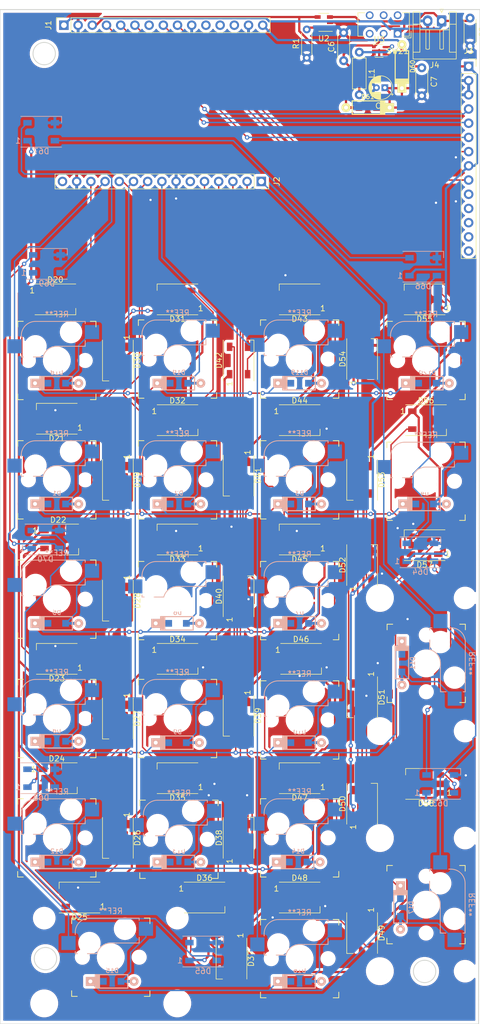
<source format=kicad_pcb>
(kicad_pcb (version 20171130) (host pcbnew "(5.1.6)-1")
  (layers (0 F.Cu signal) (31 B.Cu signal) (34 B.Paste user hide) (35 F.Paste user hide) (36 B.SilkS user hide) (37 F.SilkS user hide) (38 B.Mask user hide) (39 F.Mask user hide) (44 Edge.Cuts user hide))
  (net 0 "")
  (net 1 row0)
  (net 2 "Net-(D1-Pad2)")
  (net 3 row1)
  (net 4 "Net-(D2-Pad2)")
  (net 5 row2)
  (net 6 "Net-(D3-Pad2)")
  (net 7 "Net-(D4-Pad2)")
  (net 8 row3)
  (net 9 row4)
  (net 10 "Net-(D5-Pad2)")
  (net 11 "Net-(D6-Pad2)")
  (net 12 "Net-(D7-Pad2)")
  (net 13 "Net-(D8-Pad2)")
  (net 14 "Net-(D9-Pad2)")
  (net 15 "Net-(D10-Pad2)")
  (net 16 "Net-(D11-Pad2)")
  (net 17 "Net-(D12-Pad2)")
  (net 18 "Net-(D13-Pad2)")
  (net 19 "Net-(D14-Pad2)")
  (net 20 "Net-(D15-Pad2)")
  (net 21 "Net-(D16-Pad2)")
  (net 22 "Net-(D17-Pad2)")
  (net 23 col0)
  (net 24 col1)
  (net 25 col2)
  (net 26 col3)
  (net 27 GND)
  (net 28 +5V)
  (net 29 "Net-(D20-Pad2)")
  (net 30 LEDin)
  (net 31 "Net-(D21-Pad2)")
  (net 32 "Net-(D22-Pad2)")
  (net 33 "Net-(D23-Pad2)")
  (net 34 "Net-(D24-Pad2)")
  (net 35 "Net-(D25-Pad2)")
  (net 36 "Net-(D26-Pad2)")
  (net 37 "Net-(D27-Pad2)")
  (net 38 "Net-(D28-Pad2)")
  (net 39 "Net-(D29-Pad2)")
  (net 40 "Net-(D30-Pad2)")
  (net 41 "Net-(D31-Pad2)")
  (net 42 "Net-(D32-Pad2)")
  (net 43 "Net-(D33-Pad2)")
  (net 44 LCD_RS)
  (net 45 "Net-(J3-Pad12)")
  (net 46 "Net-(J3-Pad13)")
  (net 47 "Net-(J3-Pad14)")
  (net 48 LCD_RST)
  (net 49 "Net-(D18-Pad2)")
  (net 50 "Net-(D19-Pad2)")
  (net 51 "Net-(D34-Pad2)")
  (net 52 "Net-(D35-Pad2)")
  (net 53 row5)
  (net 54 "Net-(D36-Pad2)")
  (net 55 "Net-(D37-Pad2)")
  (net 56 "Net-(D38-Pad2)")
  (net 57 "Net-(D39-Pad2)")
  (net 58 "Net-(D40-Pad2)")
  (net 59 "Net-(D41-Pad2)")
  (net 60 "Net-(D42-Pad2)")
  (net 61 "Net-(D43-Pad2)")
  (net 62 "Net-(D44-Pad2)")
  (net 63 "Net-(D45-Pad2)")
  (net 64 "Net-(D46-Pad2)")
  (net 65 "Net-(D47-Pad2)")
  (net 66 "Net-(D48-Pad2)")
  (net 67 "Net-(D49-Pad2)")
  (net 68 "Net-(D50-Pad2)")
  (net 69 "Net-(D51-Pad2)")
  (net 70 "Net-(D52-Pad2)")
  (net 71 "Net-(D53-Pad2)")
  (net 72 "Net-(D54-Pad2)")
  (net 73 "Net-(D55-Pad2)")
  (net 74 "Net-(D56-Pad2)")
  (net 75 "Net-(D57-Pad2)")
  (net 76 "Net-(D119-Pad2)")
  (net 77 "Net-(D120-Pad2)")
  (net 78 "Net-(J3-Pad11)")
  (net 79 "Net-(J3-Pad10)")
  (net 80 VBAT)
  (net 81 5VREG)
  (net 82 5VUSB)
  (net 83 SCK)
  (net 84 MOSI)
  (net 85 MISO)
  (net 86 "Net-(L1-Pad1)")
  (net 87 "Net-(R1-Pad2)")
  (net 88 Bat_STAT)
  (net 89 "Net-(C6-Pad1)")
  (net 90 "Net-(J1-Pad13)")
  (net 91 "Net-(J1-Pad12)")
  (net 92 "Net-(J1-Pad11)")
  (net 93 "Net-(J1-Pad7)")
  (net 94 "Net-(J2-Pad15)")
  (net 95 "Net-(J2-Pad6)")
  (net 96 UNDERGLOW)
  (net 97 "Net-(D63-Pad2)")
  (net 98 "Net-(D64-Pad2)")
  (net 99 "Net-(D65-Pad2)")
  (net 100 "Net-(D65-Pad4)")
  (net 101 "Net-(D66-Pad2)")
  (net 102 "Net-(D67-Pad2)")
  (net 103 "Net-(D68-Pad4)")
  (net 104 "Net-(D69-Pad2)")
  (module keyswitches:Stabilizer_MX_2u (layer F.Cu) (at 19.864493 169.470493)
    (fp_text reference REF** hide)
    (fp_text value Stabilizer_MX_2u hide)
    (pad "" np_thru_hole circle (at -11.9 -6.985) (size 3.048 3.048) (drill 3.048) (layers *.Cu *.Mask))
    (pad "" np_thru_hole circle (at 11.9 -6.985) (size 3.048 3.048) (drill 3.048) (layers *.Cu *.Mask))
    (pad "" np_thru_hole circle (at -11.9 8.255) (size 3.9878 3.9878) (drill 3.9878) (layers *.Cu *.Mask))
    (pad "" np_thru_hole circle (at 11.9 8.255) (size 3.9878 3.9878) (drill 3.9878) (layers *.Cu *.Mask))
  )
  (module keyswitches:Stabilizer_MX_2u (layer F.Cu) (at 76.252493 160.072493 270)
    (fp_text reference REF** hide)
    (fp_text value Stabilizer_MX_2u hide)
    (pad "" np_thru_hole circle (at -11.9 -6.985 270) (size 3.048 3.048) (drill 3.048) (layers *.Cu *.Mask))
    (pad "" np_thru_hole circle (at 11.9 -6.985 270) (size 3.048 3.048) (drill 3.048) (layers *.Cu *.Mask))
    (pad "" np_thru_hole circle (at -11.9 8.255 270) (size 3.9878 3.9878) (drill 3.9878) (layers *.Cu *.Mask))
    (pad "" np_thru_hole circle (at 11.9 8.255 270) (size 3.9878 3.9878) (drill 3.9878) (layers *.Cu *.Mask))
  )
  (module keyswitches:Stabilizer_MX_2u (layer F.Cu) (at 76.252493 117.146493 270)
    (fp_text reference REF** hide)
    (fp_text value Stabilizer_MX_2u hide)
    (pad "" np_thru_hole circle (at -11.9 -6.985 270) (size 3.048 3.048) (drill 3.048) (layers *.Cu *.Mask))
    (pad "" np_thru_hole circle (at 11.9 -6.985 270) (size 3.048 3.048) (drill 3.048) (layers *.Cu *.Mask))
    (pad "" np_thru_hole circle (at -11.9 8.255 270) (size 3.9878 3.9878) (drill 3.9878) (layers *.Cu *.Mask))
    (pad "" np_thru_hole circle (at 11.9 8.255 270) (size 3.9878 3.9878) (drill 3.9878) (layers *.Cu *.Mask))
  )
  (module keyswitches:Kailh_socket_MX (layer F.Cu) (at 10.212493 62.790493)
    (fp_text reference REF** (at 0 -8.255) (layer B.SilkS) (effects (justify mirror)))
    (fp_text value Kailh_socket_MX)
    (pad 2 smd rect (at -7.56 -2.54) (size 2.55 2.5) (layers B.Cu B.Paste B.Mask) (net 23 col0))
    (pad "" np_thru_hole circle (at -5.08 0) (size 1.7018 1.7018) (drill 1.7018) (layers *.Cu *.Mask))
    (pad "" np_thru_hole circle (at 5.08 0) (size 1.7018 1.7018) (drill 1.7018) (layers *.Cu *.Mask))
    (pad "" np_thru_hole circle (at 0 0) (size 3.9878 3.9878) (drill 3.9878) (layers *.Cu *.Mask))
    (pad "" np_thru_hole circle (at -3.81 -2.54) (size 3 3) (drill 3) (layers *.Cu *.Mask))
    (pad "" np_thru_hole circle (at 2.54 -5.08) (size 3 3) (drill 3) (layers *.Cu *.Mask))
    (pad 1 smd rect (at 6.29 -5.08) (size 2.55 2.5) (layers B.Cu B.Paste B.Mask) (net 49 "Net-(D18-Pad2)"))
  )
  (module keyswitches:Kailh_socket_MX (layer F.Cu) (at 76.252493 84.380493)
    (fp_text reference REF** (at 0 -8.255) (layer B.SilkS) (effects (justify mirror)))
    (fp_text value Kailh_socket_MX)
    (pad 2 smd rect (at -7.56 -2.54) (size 2.55 2.5) (layers B.Cu B.Paste B.Mask) (net 26 col3))
    (pad "" np_thru_hole circle (at -5.08 0) (size 1.7018 1.7018) (drill 1.7018) (layers *.Cu *.Mask))
    (pad "" np_thru_hole circle (at 5.08 0) (size 1.7018 1.7018) (drill 1.7018) (layers *.Cu *.Mask))
    (pad "" np_thru_hole circle (at 0 0) (size 3.9878 3.9878) (drill 3.9878) (layers *.Cu *.Mask))
    (pad "" np_thru_hole circle (at -3.81 -2.54) (size 3 3) (drill 3) (layers *.Cu *.Mask))
    (pad "" np_thru_hole circle (at 2.54 -5.08) (size 3 3) (drill 3) (layers *.Cu *.Mask))
    (pad 1 smd rect (at 6.29 -5.08) (size 2.55 2.5) (layers B.Cu B.Paste B.Mask) (net 7 "Net-(D4-Pad2)"))
  )
  (module keyswitches:Kailh_socket_MX (layer F.Cu) (at 76.288493 116.939493 270)
    (fp_text reference REF** (at 0 -8.255 90) (layer B.SilkS) (effects (justify mirror)))
    (fp_text value Kailh_socket_MX)
    (pad 2 smd rect (at -7.56 -2.54 270) (size 2.55 2.5) (layers B.Cu B.Paste B.Mask) (net 26 col3))
    (pad "" np_thru_hole circle (at -5.08 0 270) (size 1.7018 1.7018) (drill 1.7018) (layers *.Cu *.Mask))
    (pad "" np_thru_hole circle (at 5.08 0 270) (size 1.7018 1.7018) (drill 1.7018) (layers *.Cu *.Mask))
    (pad "" np_thru_hole circle (at 0 0 270) (size 3.9878 3.9878) (drill 3.9878) (layers *.Cu *.Mask))
    (pad "" np_thru_hole circle (at -3.81 -2.54 270) (size 3 3) (drill 3) (layers *.Cu *.Mask))
    (pad "" np_thru_hole circle (at 2.54 -5.08 270) (size 3 3) (drill 3) (layers *.Cu *.Mask))
    (pad 1 smd rect (at 6.29 -5.08 270) (size 2.55 2.5) (layers B.Cu B.Paste B.Mask) (net 16 "Net-(D11-Pad2)"))
  )
  (module keyswitches:Kailh_socket_MX (layer F.Cu) (at 76.252493 160.072493 270)
    (fp_text reference REF** (at 0 -8.255 90) (layer B.SilkS) (effects (justify mirror)))
    (fp_text value Kailh_socket_MX)
    (pad 2 smd rect (at -7.56 -2.54 270) (size 2.55 2.5) (layers B.Cu B.Paste B.Mask) (net 26 col3))
    (pad "" np_thru_hole circle (at -5.08 0 270) (size 1.7018 1.7018) (drill 1.7018) (layers *.Cu *.Mask))
    (pad "" np_thru_hole circle (at 5.08 0 270) (size 1.7018 1.7018) (drill 1.7018) (layers *.Cu *.Mask))
    (pad "" np_thru_hole circle (at 0 0 270) (size 3.9878 3.9878) (drill 3.9878) (layers *.Cu *.Mask))
    (pad "" np_thru_hole circle (at -3.81 -2.54 270) (size 3 3) (drill 3) (layers *.Cu *.Mask))
    (pad "" np_thru_hole circle (at 2.54 -5.08 270) (size 3 3) (drill 3) (layers *.Cu *.Mask))
    (pad 1 smd rect (at 6.29 -5.08 270) (size 2.55 2.5) (layers B.Cu B.Paste B.Mask) (net 22 "Net-(D17-Pad2)"))
  )
  (module keyswitches:Kailh_socket_MX (layer F.Cu) (at 53.646493 169.724493)
    (fp_text reference REF** (at 0 -8.255) (layer B.SilkS) (effects (justify mirror)))
    (fp_text value Kailh_socket_MX)
    (pad 2 smd rect (at -7.56 -2.54) (size 2.55 2.5) (layers B.Cu B.Paste B.Mask) (net 25 col2))
    (pad "" np_thru_hole circle (at -5.08 0) (size 1.7018 1.7018) (drill 1.7018) (layers *.Cu *.Mask))
    (pad "" np_thru_hole circle (at 5.08 0) (size 1.7018 1.7018) (drill 1.7018) (layers *.Cu *.Mask))
    (pad "" np_thru_hole circle (at 0 0) (size 3.9878 3.9878) (drill 3.9878) (layers *.Cu *.Mask))
    (pad "" np_thru_hole circle (at -3.81 -2.54) (size 3 3) (drill 3) (layers *.Cu *.Mask))
    (pad "" np_thru_hole circle (at 2.54 -5.08) (size 3 3) (drill 3) (layers *.Cu *.Mask))
    (pad 1 smd rect (at 6.29 -5.08) (size 2.55 2.5) (layers B.Cu B.Paste B.Mask) (net 21 "Net-(D16-Pad2)"))
  )
  (module keyswitches:Kailh_socket_MX (layer F.Cu) (at 53.646493 127.052493)
    (fp_text reference REF** (at 0 -8.255) (layer B.SilkS) (effects (justify mirror)))
    (fp_text value Kailh_socket_MX)
    (pad 2 smd rect (at -7.56 -2.54) (size 2.55 2.5) (layers B.Cu B.Paste B.Mask) (net 25 col2))
    (pad "" np_thru_hole circle (at -5.08 0) (size 1.7018 1.7018) (drill 1.7018) (layers *.Cu *.Mask))
    (pad "" np_thru_hole circle (at 5.08 0) (size 1.7018 1.7018) (drill 1.7018) (layers *.Cu *.Mask))
    (pad "" np_thru_hole circle (at 0 0) (size 3.9878 3.9878) (drill 3.9878) (layers *.Cu *.Mask))
    (pad "" np_thru_hole circle (at -3.81 -2.54) (size 3 3) (drill 3) (layers *.Cu *.Mask))
    (pad "" np_thru_hole circle (at 2.54 -5.08) (size 3 3) (drill 3) (layers *.Cu *.Mask))
    (pad 1 smd rect (at 6.29 -5.08) (size 2.55 2.5) (layers B.Cu B.Paste B.Mask) (net 15 "Net-(D10-Pad2)"))
  )
  (module keyswitches:Kailh_socket_MX (layer F.Cu) (at 53.646493 105.716493)
    (fp_text reference REF** (at 0 -8.255) (layer B.SilkS) (effects (justify mirror)))
    (fp_text value Kailh_socket_MX)
    (pad 2 smd rect (at -7.56 -2.54) (size 2.55 2.5) (layers B.Cu B.Paste B.Mask) (net 25 col2))
    (pad "" np_thru_hole circle (at -5.08 0) (size 1.7018 1.7018) (drill 1.7018) (layers *.Cu *.Mask))
    (pad "" np_thru_hole circle (at 5.08 0) (size 1.7018 1.7018) (drill 1.7018) (layers *.Cu *.Mask))
    (pad "" np_thru_hole circle (at 0 0) (size 3.9878 3.9878) (drill 3.9878) (layers *.Cu *.Mask))
    (pad "" np_thru_hole circle (at -3.81 -2.54) (size 3 3) (drill 3) (layers *.Cu *.Mask))
    (pad "" np_thru_hole circle (at 2.54 -5.08) (size 3 3) (drill 3) (layers *.Cu *.Mask))
    (pad 1 smd rect (at 6.29 -5.08) (size 2.55 2.5) (layers B.Cu B.Paste B.Mask) (net 12 "Net-(D7-Pad2)"))
  )
  (module keyswitches:Kailh_socket_MX (layer F.Cu) (at 53.646493 84.126493)
    (fp_text reference REF** (at 0 -8.255) (layer B.SilkS) (effects (justify mirror)))
    (fp_text value Kailh_socket_MX)
    (pad 2 smd rect (at -7.56 -2.54) (size 2.55 2.5) (layers B.Cu B.Paste B.Mask) (net 25 col2))
    (pad "" np_thru_hole circle (at -5.08 0) (size 1.7018 1.7018) (drill 1.7018) (layers *.Cu *.Mask))
    (pad "" np_thru_hole circle (at 5.08 0) (size 1.7018 1.7018) (drill 1.7018) (layers *.Cu *.Mask))
    (pad "" np_thru_hole circle (at 0 0) (size 3.9878 3.9878) (drill 3.9878) (layers *.Cu *.Mask))
    (pad "" np_thru_hole circle (at -3.81 -2.54) (size 3 3) (drill 3) (layers *.Cu *.Mask))
    (pad "" np_thru_hole circle (at 2.54 -5.08) (size 3 3) (drill 3) (layers *.Cu *.Mask))
    (pad 1 smd rect (at 6.29 -5.08) (size 2.55 2.5) (layers B.Cu B.Paste B.Mask) (net 6 "Net-(D3-Pad2)"))
  )
  (module keyswitches:Kailh_socket_MX (layer F.Cu) (at 53.646493 62.536493)
    (fp_text reference REF** (at 0 -8.255) (layer B.SilkS) (effects (justify mirror)))
    (fp_text value Kailh_socket_MX)
    (pad 2 smd rect (at -7.56 -2.54) (size 2.55 2.5) (layers B.Cu B.Paste B.Mask) (net 25 col2))
    (pad "" np_thru_hole circle (at -5.08 0) (size 1.7018 1.7018) (drill 1.7018) (layers *.Cu *.Mask))
    (pad "" np_thru_hole circle (at 5.08 0) (size 1.7018 1.7018) (drill 1.7018) (layers *.Cu *.Mask))
    (pad "" np_thru_hole circle (at 0 0) (size 3.9878 3.9878) (drill 3.9878) (layers *.Cu *.Mask))
    (pad "" np_thru_hole circle (at -3.81 -2.54) (size 3 3) (drill 3) (layers *.Cu *.Mask))
    (pad "" np_thru_hole circle (at 2.54 -5.08) (size 3 3) (drill 3) (layers *.Cu *.Mask))
    (pad 1 smd rect (at 6.29 -5.08) (size 2.55 2.5) (layers B.Cu B.Paste B.Mask) (net 76 "Net-(D119-Pad2)"))
  )
  (module keyswitches:Kailh_socket_MX (layer F.Cu) (at 32.056493 148.388493)
    (fp_text reference REF** (at 0 -8.255) (layer B.SilkS) (effects (justify mirror)))
    (fp_text value Kailh_socket_MX)
    (pad 2 smd rect (at -7.56 -2.54) (size 2.55 2.5) (layers B.Cu B.Paste B.Mask) (net 24 col1))
    (pad "" np_thru_hole circle (at -5.08 0) (size 1.7018 1.7018) (drill 1.7018) (layers *.Cu *.Mask))
    (pad "" np_thru_hole circle (at 5.08 0) (size 1.7018 1.7018) (drill 1.7018) (layers *.Cu *.Mask))
    (pad "" np_thru_hole circle (at 0 0) (size 3.9878 3.9878) (drill 3.9878) (layers *.Cu *.Mask))
    (pad "" np_thru_hole circle (at -3.81 -2.54) (size 3 3) (drill 3) (layers *.Cu *.Mask))
    (pad "" np_thru_hole circle (at 2.54 -5.08) (size 3 3) (drill 3) (layers *.Cu *.Mask))
    (pad 1 smd rect (at 6.29 -5.08) (size 2.55 2.5) (layers B.Cu B.Paste B.Mask) (net 18 "Net-(D13-Pad2)"))
  )
  (module keyswitches:Kailh_socket_MX (layer F.Cu) (at 31.802493 126.798493)
    (fp_text reference REF** (at 0 -8.255) (layer B.SilkS) (effects (justify mirror)))
    (fp_text value Kailh_socket_MX)
    (pad 2 smd rect (at -7.56 -2.54) (size 2.55 2.5) (layers B.Cu B.Paste B.Mask) (net 24 col1))
    (pad "" np_thru_hole circle (at -5.08 0) (size 1.7018 1.7018) (drill 1.7018) (layers *.Cu *.Mask))
    (pad "" np_thru_hole circle (at 5.08 0) (size 1.7018 1.7018) (drill 1.7018) (layers *.Cu *.Mask))
    (pad "" np_thru_hole circle (at 0 0) (size 3.9878 3.9878) (drill 3.9878) (layers *.Cu *.Mask))
    (pad "" np_thru_hole circle (at -3.81 -2.54) (size 3 3) (drill 3) (layers *.Cu *.Mask))
    (pad "" np_thru_hole circle (at 2.54 -5.08) (size 3 3) (drill 3) (layers *.Cu *.Mask))
    (pad 1 smd rect (at 6.29 -5.08) (size 2.55 2.5) (layers B.Cu B.Paste B.Mask) (net 14 "Net-(D9-Pad2)"))
  )
  (module keyswitches:Kailh_socket_MX (layer F.Cu) (at 31.802493 105.716493)
    (fp_text reference REF** (at 0 -8.255) (layer B.SilkS) (effects (justify mirror)))
    (fp_text value Kailh_socket_MX)
    (pad 2 smd rect (at -7.56 -2.54) (size 2.55 2.5) (layers B.Cu B.Paste B.Mask) (net 24 col1))
    (pad "" np_thru_hole circle (at -5.08 0) (size 1.7018 1.7018) (drill 1.7018) (layers *.Cu *.Mask))
    (pad "" np_thru_hole circle (at 5.08 0) (size 1.7018 1.7018) (drill 1.7018) (layers *.Cu *.Mask))
    (pad "" np_thru_hole circle (at 0 0) (size 3.9878 3.9878) (drill 3.9878) (layers *.Cu *.Mask))
    (pad "" np_thru_hole circle (at -3.81 -2.54) (size 3 3) (drill 3) (layers *.Cu *.Mask))
    (pad "" np_thru_hole circle (at 2.54 -5.08) (size 3 3) (drill 3) (layers *.Cu *.Mask))
    (pad 1 smd rect (at 6.29 -5.08) (size 2.55 2.5) (layers B.Cu B.Paste B.Mask) (net 11 "Net-(D6-Pad2)"))
  )
  (module keyswitches:Kailh_socket_MX (layer F.Cu) (at 31.802493 84.126493)
    (fp_text reference REF** (at 0 -8.255) (layer B.SilkS) (effects (justify mirror)))
    (fp_text value Kailh_socket_MX)
    (pad 2 smd rect (at -7.56 -2.54) (size 2.55 2.5) (layers B.Cu B.Paste B.Mask) (net 24 col1))
    (pad "" np_thru_hole circle (at -5.08 0) (size 1.7018 1.7018) (drill 1.7018) (layers *.Cu *.Mask))
    (pad "" np_thru_hole circle (at 5.08 0) (size 1.7018 1.7018) (drill 1.7018) (layers *.Cu *.Mask))
    (pad "" np_thru_hole circle (at 0 0) (size 3.9878 3.9878) (drill 3.9878) (layers *.Cu *.Mask))
    (pad "" np_thru_hole circle (at -3.81 -2.54) (size 3 3) (drill 3) (layers *.Cu *.Mask))
    (pad "" np_thru_hole circle (at 2.54 -5.08) (size 3 3) (drill 3) (layers *.Cu *.Mask))
    (pad 1 smd rect (at 6.29 -5.08) (size 2.55 2.5) (layers B.Cu B.Paste B.Mask) (net 4 "Net-(D2-Pad2)"))
  )
  (module keyswitches:Kailh_socket_MX (layer F.Cu) (at 10.212493 148.134493)
    (fp_text reference REF** (at 0 -8.255) (layer B.SilkS) (effects (justify mirror)))
    (fp_text value Kailh_socket_MX)
    (pad 2 smd rect (at -7.56 -2.54) (size 2.55 2.5) (layers B.Cu B.Paste B.Mask) (net 23 col0))
    (pad "" np_thru_hole circle (at -5.08 0) (size 1.7018 1.7018) (drill 1.7018) (layers *.Cu *.Mask))
    (pad "" np_thru_hole circle (at 5.08 0) (size 1.7018 1.7018) (drill 1.7018) (layers *.Cu *.Mask))
    (pad "" np_thru_hole circle (at 0 0) (size 3.9878 3.9878) (drill 3.9878) (layers *.Cu *.Mask))
    (pad "" np_thru_hole circle (at -3.81 -2.54) (size 3 3) (drill 3) (layers *.Cu *.Mask))
    (pad "" np_thru_hole circle (at 2.54 -5.08) (size 3 3) (drill 3) (layers *.Cu *.Mask))
    (pad 1 smd rect (at 6.29 -5.08) (size 2.55 2.5) (layers B.Cu B.Paste B.Mask) (net 17 "Net-(D12-Pad2)"))
  )
  (module keyswitches:Kailh_socket_MX (layer F.Cu) (at 19.864493 169.470493)
    (fp_text reference REF** (at 0 -8.255) (layer B.SilkS) (effects (justify mirror)))
    (fp_text value Kailh_socket_MX)
    (pad 2 smd rect (at -7.56 -2.54) (size 2.55 2.5) (layers B.Cu B.Paste B.Mask) (net 23 col0))
    (pad "" np_thru_hole circle (at -5.08 0) (size 1.7018 1.7018) (drill 1.7018) (layers *.Cu *.Mask))
    (pad "" np_thru_hole circle (at 5.08 0) (size 1.7018 1.7018) (drill 1.7018) (layers *.Cu *.Mask))
    (pad "" np_thru_hole circle (at 0 0) (size 3.9878 3.9878) (drill 3.9878) (layers *.Cu *.Mask))
    (pad "" np_thru_hole circle (at -3.81 -2.54) (size 3 3) (drill 3) (layers *.Cu *.Mask))
    (pad "" np_thru_hole circle (at 2.54 -5.08) (size 3 3) (drill 3) (layers *.Cu *.Mask))
    (pad 1 smd rect (at 6.29 -5.08) (size 2.55 2.5) (layers B.Cu B.Paste B.Mask) (net 20 "Net-(D15-Pad2)"))
  )
  (module keyswitches:Kailh_socket_MX (layer F.Cu) (at 53.646493 148.134493)
    (fp_text reference REF** (at 0 -8.255) (layer B.SilkS) (effects (justify mirror)))
    (fp_text value Kailh_socket_MX)
    (pad 2 smd rect (at -7.56 -2.54) (size 2.55 2.5) (layers B.Cu B.Paste B.Mask) (net 25 col2))
    (pad "" np_thru_hole circle (at -5.08 0) (size 1.7018 1.7018) (drill 1.7018) (layers *.Cu *.Mask))
    (pad "" np_thru_hole circle (at 5.08 0) (size 1.7018 1.7018) (drill 1.7018) (layers *.Cu *.Mask))
    (pad "" np_thru_hole circle (at 0 0) (size 3.9878 3.9878) (drill 3.9878) (layers *.Cu *.Mask))
    (pad "" np_thru_hole circle (at -3.81 -2.54) (size 3 3) (drill 3) (layers *.Cu *.Mask))
    (pad "" np_thru_hole circle (at 2.54 -5.08) (size 3 3) (drill 3) (layers *.Cu *.Mask))
    (pad 1 smd rect (at 6.29 -5.08) (size 2.55 2.5) (layers B.Cu B.Paste B.Mask) (net 19 "Net-(D14-Pad2)"))
  )
  (module keyswitches:Kailh_socket_MX (layer F.Cu) (at 10.212493 126.798493)
    (fp_text reference REF** (at 0 -8.255) (layer B.SilkS) (effects (justify mirror)))
    (fp_text value Kailh_socket_MX)
    (pad 2 smd rect (at -7.56 -2.54) (size 2.55 2.5) (layers B.Cu B.Paste B.Mask) (net 23 col0))
    (pad "" np_thru_hole circle (at -5.08 0) (size 1.7018 1.7018) (drill 1.7018) (layers *.Cu *.Mask))
    (pad "" np_thru_hole circle (at 5.08 0) (size 1.7018 1.7018) (drill 1.7018) (layers *.Cu *.Mask))
    (pad "" np_thru_hole circle (at 0 0) (size 3.9878 3.9878) (drill 3.9878) (layers *.Cu *.Mask))
    (pad "" np_thru_hole circle (at -3.81 -2.54) (size 3 3) (drill 3) (layers *.Cu *.Mask))
    (pad "" np_thru_hole circle (at 2.54 -5.08) (size 3 3) (drill 3) (layers *.Cu *.Mask))
    (pad 1 smd rect (at 6.29 -5.08) (size 2.55 2.5) (layers B.Cu B.Paste B.Mask) (net 13 "Net-(D8-Pad2)"))
  )
  (module keyswitches:Kailh_socket_MX (layer F.Cu) (at 10.212493 105.462493)
    (fp_text reference REF** (at 0 -8.255) (layer B.SilkS) (effects (justify mirror)))
    (fp_text value Kailh_socket_MX)
    (pad 2 smd rect (at -7.56 -2.54) (size 2.55 2.5) (layers B.Cu B.Paste B.Mask) (net 23 col0))
    (pad "" np_thru_hole circle (at -5.08 0) (size 1.7018 1.7018) (drill 1.7018) (layers *.Cu *.Mask))
    (pad "" np_thru_hole circle (at 5.08 0) (size 1.7018 1.7018) (drill 1.7018) (layers *.Cu *.Mask))
    (pad "" np_thru_hole circle (at 0 0) (size 3.9878 3.9878) (drill 3.9878) (layers *.Cu *.Mask))
    (pad "" np_thru_hole circle (at -3.81 -2.54) (size 3 3) (drill 3) (layers *.Cu *.Mask))
    (pad "" np_thru_hole circle (at 2.54 -5.08) (size 3 3) (drill 3) (layers *.Cu *.Mask))
    (pad 1 smd rect (at 6.29 -5.08) (size 2.55 2.5) (layers B.Cu B.Paste B.Mask) (net 10 "Net-(D5-Pad2)"))
  )
  (module keyswitches:Kailh_socket_MX (layer F.Cu) (at 10.212493 84.126493)
    (fp_text reference REF** (at 0 -8.255) (layer B.SilkS) (effects (justify mirror)))
    (fp_text value Kailh_socket_MX)
    (pad 2 smd rect (at -7.56 -2.54) (size 2.55 2.5) (layers B.Cu B.Paste B.Mask) (net 23 col0))
    (pad "" np_thru_hole circle (at -5.08 0) (size 1.7018 1.7018) (drill 1.7018) (layers *.Cu *.Mask))
    (pad "" np_thru_hole circle (at 5.08 0) (size 1.7018 1.7018) (drill 1.7018) (layers *.Cu *.Mask))
    (pad "" np_thru_hole circle (at 0 0) (size 3.9878 3.9878) (drill 3.9878) (layers *.Cu *.Mask))
    (pad "" np_thru_hole circle (at -3.81 -2.54) (size 3 3) (drill 3) (layers *.Cu *.Mask))
    (pad "" np_thru_hole circle (at 2.54 -5.08) (size 3 3) (drill 3) (layers *.Cu *.Mask))
    (pad 1 smd rect (at 6.29 -5.08) (size 2.55 2.5) (layers B.Cu B.Paste B.Mask) (net 2 "Net-(D1-Pad2)"))
  )
  (module keyswitches:Kailh_socket_MX (layer F.Cu) (at 31.802493 62.536493)
    (fp_text reference REF** (at 0 -8.255) (layer B.SilkS) (effects (justify mirror)))
    (fp_text value Kailh_socket_MX)
    (pad 2 smd rect (at -7.56 -2.54) (size 2.55 2.5) (layers B.Cu B.Paste B.Mask) (net 24 col1))
    (pad "" np_thru_hole circle (at -5.08 0) (size 1.7018 1.7018) (drill 1.7018) (layers *.Cu *.Mask))
    (pad "" np_thru_hole circle (at 5.08 0) (size 1.7018 1.7018) (drill 1.7018) (layers *.Cu *.Mask))
    (pad "" np_thru_hole circle (at 0 0) (size 3.9878 3.9878) (drill 3.9878) (layers *.Cu *.Mask))
    (pad "" np_thru_hole circle (at -3.81 -2.54) (size 3 3) (drill 3) (layers *.Cu *.Mask))
    (pad "" np_thru_hole circle (at 2.54 -5.08) (size 3 3) (drill 3) (layers *.Cu *.Mask))
    (pad 1 smd rect (at 6.29 -5.08) (size 2.55 2.5) (layers B.Cu B.Paste B.Mask) (net 50 "Net-(D19-Pad2)"))
  )
  (module keyswitches:Kailh_socket_MX (layer F.Cu) (at 76.252493 62.790493)
    (fp_text reference REF** (at 0 -8.255) (layer B.SilkS) (effects (justify mirror)))
    (fp_text value Kailh_socket_MX)
    (pad 2 smd rect (at -7.56 -2.54) (size 2.55 2.5) (layers B.Cu B.Paste B.Mask) (net 26 col3))
    (pad "" np_thru_hole circle (at -5.08 0) (size 1.7018 1.7018) (drill 1.7018) (layers *.Cu *.Mask))
    (pad "" np_thru_hole circle (at 5.08 0) (size 1.7018 1.7018) (drill 1.7018) (layers *.Cu *.Mask))
    (pad "" np_thru_hole circle (at 0 0) (size 3.9878 3.9878) (drill 3.9878) (layers *.Cu *.Mask))
    (pad "" np_thru_hole circle (at -3.81 -2.54) (size 3 3) (drill 3) (layers *.Cu *.Mask))
    (pad "" np_thru_hole circle (at 2.54 -5.08) (size 3 3) (drill 3) (layers *.Cu *.Mask))
    (pad 1 smd rect (at 6.29 -5.08) (size 2.55 2.5) (layers B.Cu B.Paste B.Mask) (net 77 "Net-(D120-Pad2)"))
  )
  (module LED_SMD:LED_WS2812B_PLCC4_5.0x5.0mm_P3.2mm (layer B.Cu) (at 8.180493 94.794493)
    (fp_text reference D70 (at 0 3.5) (layer B.SilkS) (effects (justify mirror)))
    (fp_text value WS2812B)
    (fp_text user 1 (at -4.15 1.6) (layer B.SilkS) (effects (justify mirror)))
    (pad 1 smd rect (at -2.45 1.6) (size 1.5 1) (layers B.Cu B.Paste B.Mask) (net 28 +5V))
    (pad 2 smd rect (at -2.45 -1.6) (size 1.5 1) (layers B.Cu B.Paste B.Mask) (net 103 "Net-(D68-Pad4)"))
    (pad 4 smd rect (at 2.45 1.6) (size 1.5 1) (layers B.Cu B.Paste B.Mask) (net 104 "Net-(D69-Pad2)"))
    (pad 3 smd rect (at 2.45 -1.6) (size 1.5 1) (layers B.Cu B.Paste B.Mask) (net 27 GND))
  )
  (module LED_SMD:LED_WS2812B_PLCC4_5.0x5.0mm_P3.2mm (layer B.Cu) (at 8.434493 45.518493)
    (fp_text reference D69 (at 0 3.5) (layer B.SilkS) (effects (justify mirror)))
    (fp_text value WS2812B)
    (fp_text user 1 (at -4.15 1.6) (layer B.SilkS) (effects (justify mirror)))
    (pad 1 smd rect (at -2.45 1.6) (size 1.5 1) (layers B.Cu B.Paste B.Mask) (net 28 +5V))
    (pad 2 smd rect (at -2.45 -1.6) (size 1.5 1) (layers B.Cu B.Paste B.Mask) (net 104 "Net-(D69-Pad2)"))
    (pad 4 smd rect (at 2.45 1.6) (size 1.5 1) (layers B.Cu B.Paste B.Mask) (net 102 "Net-(D67-Pad2)"))
    (pad 3 smd rect (at 2.45 -1.6) (size 1.5 1) (layers B.Cu B.Paste B.Mask) (net 27 GND))
  )
  (module LED_SMD:LED_WS2812B_PLCC4_5.0x5.0mm_P3.2mm (layer B.Cu) (at 7.418493 137.466493)
    (fp_text reference D68 (at 0 3.5) (layer B.SilkS) (effects (justify mirror)))
    (fp_text value WS2812B)
    (fp_text user 1 (at -4.15 1.6) (layer B.SilkS) (effects (justify mirror)))
    (pad 1 smd rect (at -2.45 1.6) (size 1.5 1) (layers B.Cu B.Paste B.Mask) (net 28 +5V))
    (pad 2 smd rect (at -2.45 -1.6) (size 1.5 1) (layers B.Cu B.Paste B.Mask) (net 100 "Net-(D65-Pad4)"))
    (pad 4 smd rect (at 2.45 1.6) (size 1.5 1) (layers B.Cu B.Paste B.Mask) (net 103 "Net-(D68-Pad4)"))
    (pad 3 smd rect (at 2.45 -1.6) (size 1.5 1) (layers B.Cu B.Paste B.Mask) (net 27 GND))
  )
  (module LED_SMD:LED_WS2812B_PLCC4_5.0x5.0mm_P3.2mm (layer B.Cu) (at 7.418493 21.896493)
    (fp_text reference D67 (at 0 3.5) (layer B.SilkS) (effects (justify mirror)))
    (fp_text value WS2812B)
    (fp_text user 1 (at -4.15 1.6) (layer B.SilkS) (effects (justify mirror)))
    (pad 1 smd rect (at -2.45 1.6) (size 1.5 1) (layers B.Cu B.Paste B.Mask) (net 28 +5V))
    (pad 2 smd rect (at -2.45 -1.6) (size 1.5 1) (layers B.Cu B.Paste B.Mask) (net 102 "Net-(D67-Pad2)"))
    (pad 4 smd rect (at 2.45 1.6) (size 1.5 1) (layers B.Cu B.Paste B.Mask) (net 101 "Net-(D66-Pad2)"))
    (pad 3 smd rect (at 2.45 -1.6) (size 1.5 1) (layers B.Cu B.Paste B.Mask) (net 27 GND))
  )
  (module LED_SMD:LED_WS2812B_PLCC4_5.0x5.0mm_P3.2mm (layer B.Cu) (at 75.744493 46.026493)
    (fp_text reference D66 (at 0 3.5) (layer B.SilkS) (effects (justify mirror)))
    (fp_text value WS2812B)
    (fp_text user 1 (at -4.15 1.6) (layer B.SilkS) (effects (justify mirror)))
    (pad 1 smd rect (at -2.45 1.6) (size 1.5 1) (layers B.Cu B.Paste B.Mask) (net 28 +5V))
    (pad 2 smd rect (at -2.45 -1.6) (size 1.5 1) (layers B.Cu B.Paste B.Mask) (net 101 "Net-(D66-Pad2)"))
    (pad 4 smd rect (at 2.45 1.6) (size 1.5 1) (layers B.Cu B.Paste B.Mask) (net 98 "Net-(D64-Pad2)"))
    (pad 3 smd rect (at 2.45 -1.6) (size 1.5 1) (layers B.Cu B.Paste B.Mask) (net 27 GND))
  )
  (module LED_SMD:LED_WS2812B_PLCC4_5.0x5.0mm_P3.2mm (layer B.Cu) (at 36.374493 168.454493)
    (fp_text reference D65 (at 0 3.5) (layer B.SilkS) (effects (justify mirror)))
    (fp_text value WS2812B)
    (fp_text user 1 (at -4.15 1.6) (layer B.SilkS) (effects (justify mirror)))
    (pad 1 smd rect (at -2.45 1.6) (size 1.5 1) (layers B.Cu B.Paste B.Mask) (net 28 +5V))
    (pad 2 smd rect (at -2.45 -1.6) (size 1.5 1) (layers B.Cu B.Paste B.Mask) (net 99 "Net-(D65-Pad2)"))
    (pad 4 smd rect (at 2.45 1.6) (size 1.5 1) (layers B.Cu B.Paste B.Mask) (net 100 "Net-(D65-Pad4)"))
    (pad 3 smd rect (at 2.45 -1.6) (size 1.5 1) (layers B.Cu B.Paste B.Mask) (net 27 GND))
  )
  (module LED_SMD:LED_WS2812B_PLCC4_5.0x5.0mm_P3.2mm (layer B.Cu) (at 75.236493 97.080493)
    (fp_text reference D64 (at 0 3.5) (layer B.SilkS) (effects (justify mirror)))
    (fp_text value WS2812B)
    (fp_text user 1 (at -4.15 1.6) (layer B.SilkS) (effects (justify mirror)))
    (pad 1 smd rect (at -2.45 1.6) (size 1.5 1) (layers B.Cu B.Paste B.Mask) (net 28 +5V))
    (pad 2 smd rect (at -2.45 -1.6) (size 1.5 1) (layers B.Cu B.Paste B.Mask) (net 98 "Net-(D64-Pad2)"))
    (pad 4 smd rect (at 2.45 1.6) (size 1.5 1) (layers B.Cu B.Paste B.Mask) (net 97 "Net-(D63-Pad2)"))
    (pad 3 smd rect (at 2.45 -1.6) (size 1.5 1) (layers B.Cu B.Paste B.Mask) (net 27 GND))
  )
  (module LED_SMD:LED_WS2812B_PLCC4_5.0x5.0mm_P3.2mm (layer B.Cu) (at 78.792493 138.482493)
    (fp_text reference D63 (at 0 3.5) (layer B.SilkS) (effects (justify mirror)))
    (fp_text value WS2812B)
    (fp_text user 1 (at -4.15 1.6) (layer B.SilkS) (effects (justify mirror)))
    (pad 1 smd rect (at -2.45 1.6) (size 1.5 1) (layers B.Cu B.Paste B.Mask) (net 28 +5V))
    (pad 2 smd rect (at -2.45 -1.6) (size 1.5 1) (layers B.Cu B.Paste B.Mask) (net 97 "Net-(D63-Pad2)"))
    (pad 4 smd rect (at 2.45 1.6) (size 1.5 1) (layers B.Cu B.Paste B.Mask) (net 96 UNDERGLOW))
    (pad 3 smd rect (at 2.45 -1.6) (size 1.5 1) (layers B.Cu B.Paste B.Mask) (net 27 GND))
  )
  (module Button_Switch_THT:SW_CuK_JS202011AQN_DPDT_Angled (layer F.Cu) (at 71.172493 4.370493 180)
    (fp_text reference SW21 (at 0 -3.11) (layer F.SilkS))
    (fp_text value ON)
    (pad 6 thru_hole circle (at 5 3.3 180) (size 1.4 1.4) (drill 0.9) (layers *.Cu *.Mask))
    (pad 5 thru_hole circle (at 2.5 3.3 180) (size 1.4 1.4) (drill 0.9) (layers *.Cu *.Mask))
    (pad 4 thru_hole circle (at 0 3.3 180) (size 1.4 1.4) (drill 0.9) (layers *.Cu *.Mask))
    (pad 3 thru_hole circle (at 5 0 180) (size 1.4 1.4) (drill 0.9) (layers *.Cu *.Mask))
    (pad 2 thru_hole circle (at 2.5 0 180) (size 1.4 1.4) (drill 0.9) (layers *.Cu *.Mask) (net 89 "Net-(C6-Pad1)"))
    (pad 1 thru_hole rect (at 0 0 180) (size 1.4 1.4) (drill 0.9) (layers *.Cu *.Mask) (net 80 VBAT))
  )
  (module Connector_PinSocket_2.54mm:PinSocket_1x14_P2.54mm_Vertical (layer F.Cu) (at 83.872493 10.212493)
    (fp_text reference J3 (at 0 -2.77) (layer F.SilkS))
    (fp_text value "LCD Header 1x14")
    (pad 14 thru_hole oval (at 0 33.02) (size 1.7 1.7) (drill 1) (layers *.Cu *.Mask) (net 47 "Net-(J3-Pad14)"))
    (pad 13 thru_hole oval (at 0 30.48) (size 1.7 1.7) (drill 1) (layers *.Cu *.Mask) (net 46 "Net-(J3-Pad13)"))
    (pad 12 thru_hole oval (at 0 27.94) (size 1.7 1.7) (drill 1) (layers *.Cu *.Mask) (net 45 "Net-(J3-Pad12)"))
    (pad 11 thru_hole oval (at 0 25.4) (size 1.7 1.7) (drill 1) (layers *.Cu *.Mask) (net 78 "Net-(J3-Pad11)"))
    (pad 10 thru_hole oval (at 0 22.86) (size 1.7 1.7) (drill 1) (layers *.Cu *.Mask) (net 79 "Net-(J3-Pad10)"))
    (pad 9 thru_hole oval (at 0 20.32) (size 1.7 1.7) (drill 1) (layers *.Cu *.Mask) (net 85 MISO))
    (pad 8 thru_hole oval (at 0 17.78) (size 1.7 1.7) (drill 1) (layers *.Cu *.Mask) (net 28 +5V))
    (pad 7 thru_hole oval (at 0 15.24) (size 1.7 1.7) (drill 1) (layers *.Cu *.Mask) (net 83 SCK))
    (pad 6 thru_hole oval (at 0 12.7) (size 1.7 1.7) (drill 1) (layers *.Cu *.Mask) (net 84 MOSI))
    (pad 5 thru_hole oval (at 0 10.16) (size 1.7 1.7) (drill 1) (layers *.Cu *.Mask) (net 44 LCD_RS))
    (pad 4 thru_hole oval (at 0 7.62) (size 1.7 1.7) (drill 1) (layers *.Cu *.Mask) (net 48 LCD_RST))
    (pad 3 thru_hole oval (at 0 5.08) (size 1.7 1.7) (drill 1) (layers *.Cu *.Mask) (net 27 GND))
    (pad 2 thru_hole oval (at 0 2.54) (size 1.7 1.7) (drill 1) (layers *.Cu *.Mask) (net 27 GND))
    (pad 1 thru_hole rect (at 0 0) (size 1.7 1.7) (drill 1) (layers *.Cu *.Mask) (net 28 +5V))
  )
  (module Connector_PinSocket_2.54mm:PinSocket_1x15_P2.54mm_Vertical (layer F.Cu) (at 46.788493 30.786493 270)
    (fp_text reference J2 (at 0 -2.77 90) (layer F.SilkS))
    (fp_text value "1x15 LH UD NodeMCU")
    (pad 15 thru_hole oval (at 0 35.56 270) (size 1.7 1.7) (drill 1) (layers *.Cu *.Mask) (net 94 "Net-(J2-Pad15)"))
    (pad 14 thru_hole oval (at 0 33.02 270) (size 1.7 1.7) (drill 1) (layers *.Cu *.Mask) (net 27 GND))
    (pad 13 thru_hole oval (at 0 30.48 270) (size 1.7 1.7) (drill 1) (layers *.Cu *.Mask) (net 30 LEDin))
    (pad 12 thru_hole oval (at 0 27.94 270) (size 1.7 1.7) (drill 1) (layers *.Cu *.Mask) (net 23 col0))
    (pad 11 thru_hole oval (at 0 25.4 270) (size 1.7 1.7) (drill 1) (layers *.Cu *.Mask) (net 1 row0))
    (pad 10 thru_hole oval (at 0 22.86 270) (size 1.7 1.7) (drill 1) (layers *.Cu *.Mask) (net 24 col1))
    (pad 9 thru_hole oval (at 0 20.32 270) (size 1.7 1.7) (drill 1) (layers *.Cu *.Mask) (net 53 row5))
    (pad 8 thru_hole oval (at 0 17.78 270) (size 1.7 1.7) (drill 1) (layers *.Cu *.Mask) (net 25 col2))
    (pad 7 thru_hole oval (at 0 15.24 270) (size 1.7 1.7) (drill 1) (layers *.Cu *.Mask) (net 27 GND))
    (pad 6 thru_hole oval (at 0 12.7 270) (size 1.7 1.7) (drill 1) (layers *.Cu *.Mask) (net 95 "Net-(J2-Pad6)"))
    (pad 5 thru_hole oval (at 0 10.16 270) (size 1.7 1.7) (drill 1) (layers *.Cu *.Mask) (net 5 row2))
    (pad 4 thru_hole oval (at 0 7.62 270) (size 1.7 1.7) (drill 1) (layers *.Cu *.Mask) (net 8 row3))
    (pad 3 thru_hole oval (at 0 5.08 270) (size 1.7 1.7) (drill 1) (layers *.Cu *.Mask) (net 3 row1))
    (pad 2 thru_hole oval (at 0 2.54 270) (size 1.7 1.7) (drill 1) (layers *.Cu *.Mask) (net 9 row4))
    (pad 1 thru_hole rect (at 0 0 270) (size 1.7 1.7) (drill 1) (layers *.Cu *.Mask) (net 26 col3))
  )
  (module Connector_PinSocket_2.54mm:PinSocket_1x15_P2.54mm_Vertical (layer F.Cu) (at 11.482493 2.846493 90)
    (fp_text reference J1 (at 0 -2.77 90) (layer F.SilkS))
    (fp_text value "1x15 RH UD NodeMCU")
    (pad 15 thru_hole oval (at 0 35.56 90) (size 1.7 1.7) (drill 1) (layers *.Cu *.Mask) (net 81 5VREG))
    (pad 14 thru_hole oval (at 0 33.02 90) (size 1.7 1.7) (drill 1) (layers *.Cu *.Mask) (net 27 GND))
    (pad 13 thru_hole oval (at 0 30.48 90) (size 1.7 1.7) (drill 1) (layers *.Cu *.Mask) (net 90 "Net-(J1-Pad13)"))
    (pad 12 thru_hole oval (at 0 27.94 90) (size 1.7 1.7) (drill 1) (layers *.Cu *.Mask) (net 91 "Net-(J1-Pad12)"))
    (pad 11 thru_hole oval (at 0 25.4 90) (size 1.7 1.7) (drill 1) (layers *.Cu *.Mask) (net 92 "Net-(J1-Pad11)"))
    (pad 10 thru_hole oval (at 0 22.86 90) (size 1.7 1.7) (drill 1) (layers *.Cu *.Mask) (net 27 GND))
    (pad 9 thru_hole oval (at 0 20.32 90) (size 1.7 1.7) (drill 1) (layers *.Cu *.Mask) (net 83 SCK))
    (pad 8 thru_hole oval (at 0 17.78 90) (size 1.7 1.7) (drill 1) (layers *.Cu *.Mask) (net 85 MISO))
    (pad 7 thru_hole oval (at 0 15.24 90) (size 1.7 1.7) (drill 1) (layers *.Cu *.Mask) (net 93 "Net-(J1-Pad7)"))
    (pad 6 thru_hole oval (at 0 12.7 90) (size 1.7 1.7) (drill 1) (layers *.Cu *.Mask) (net 84 MOSI))
    (pad 5 thru_hole oval (at 0 10.16 90) (size 1.7 1.7) (drill 1) (layers *.Cu *.Mask) (net 48 LCD_RST))
    (pad 4 thru_hole oval (at 0 7.62 90) (size 1.7 1.7) (drill 1) (layers *.Cu *.Mask) (net 44 LCD_RS))
    (pad 3 thru_hole oval (at 0 5.08 90) (size 1.7 1.7) (drill 1) (layers *.Cu *.Mask) (net 82 5VUSB))
    (pad 2 thru_hole oval (at 0 2.54 90) (size 1.7 1.7) (drill 1) (layers *.Cu *.Mask) (net 27 GND))
    (pad 1 thru_hole rect (at 0 0 90) (size 1.7 1.7) (drill 1) (layers *.Cu *.Mask) (net 80 VBAT))
  )
  (module Package_TO_SOT_SMD:SOT-363_SC-70-6 (layer F.Cu) (at 67.870493 7.418493)
    (fp_text reference U3 (at 0 -2) (layer F.SilkS))
    (fp_text value LTC3525-5)
    (pad 6 smd rect (at 0.95 -0.65) (size 0.65 0.4) (layers F.Cu F.Paste F.Mask) (net 86 "Net-(L1-Pad1)"))
    (pad 4 smd rect (at 0.95 0.65) (size 0.65 0.4) (layers F.Cu F.Paste F.Mask) (net 81 5VREG))
    (pad 2 smd rect (at -0.95 0) (size 0.65 0.4) (layers F.Cu F.Paste F.Mask) (net 27 GND))
    (pad 5 smd rect (at 0.95 0) (size 0.65 0.4) (layers F.Cu F.Paste F.Mask) (net 27 GND))
    (pad 3 smd rect (at -0.95 0.65) (size 0.65 0.4) (layers F.Cu F.Paste F.Mask) (net 89 "Net-(C6-Pad1)"))
    (pad 1 smd rect (at -0.95 -0.65) (size 0.65 0.4) (layers F.Cu F.Paste F.Mask) (net 89 "Net-(C6-Pad1)"))
  )
  (module Package_TO_SOT_SMD:SOT-23-5 (layer F.Cu) (at 57.964493 2.338493 180)
    (fp_text reference U2 (at 0 -2.9) (layer F.SilkS))
    (fp_text value MCP73831-2-OT)
    (pad 5 smd rect (at 1.1 -0.95 180) (size 1.06 0.65) (layers F.Cu F.Paste F.Mask) (net 87 "Net-(R1-Pad2)"))
    (pad 4 smd rect (at 1.1 0.95 180) (size 1.06 0.65) (layers F.Cu F.Paste F.Mask) (net 82 5VUSB))
    (pad 3 smd rect (at -1.1 0.95 180) (size 1.06 0.65) (layers F.Cu F.Paste F.Mask) (net 80 VBAT))
    (pad 2 smd rect (at -1.1 0 180) (size 1.06 0.65) (layers F.Cu F.Paste F.Mask) (net 27 GND))
    (pad 1 smd rect (at -1.1 -0.95 180) (size 1.06 0.65) (layers F.Cu F.Paste F.Mask) (net 88 Bat_STAT))
  )
  (module Resistor_THT:R_Axial_DIN0204_L3.6mm_D1.6mm_P5.08mm_Horizontal (layer F.Cu) (at 54.916493 8.688493 90)
    (fp_text reference R1 (at 2.54 -1.92 90) (layer F.SilkS))
    (fp_text value 2K)
    (pad 2 thru_hole oval (at 5.08 0 90) (size 1.4 1.4) (drill 0.7) (layers *.Cu *.Mask) (net 87 "Net-(R1-Pad2)"))
    (pad 1 thru_hole circle (at 0 0 90) (size 1.4 1.4) (drill 0.7) (layers *.Cu *.Mask) (net 27 GND))
  )
  (module Inductor_THT:L_Axial_L5.3mm_D2.2mm_P7.62mm_Horizontal_Vishay_IM-1 (layer F.Cu) (at 64.314493 7.672493 270)
    (fp_text reference L1 (at 3.81 -2.22 90) (layer F.SilkS))
    (fp_text value 10u)
    (pad 2 thru_hole oval (at 7.62 0 270) (size 1.6 1.6) (drill 0.8) (layers *.Cu *.Mask) (net 89 "Net-(C6-Pad1)"))
    (pad 1 thru_hole circle (at 0 0 270) (size 1.6 1.6) (drill 0.8) (layers *.Cu *.Mask) (net 86 "Net-(L1-Pad1)"))
  )
  (module Connector_JST:JST_EH_S2B-EH_1x02_P2.50mm_Horizontal (layer F.Cu) (at 79.046493 2.084493 180)
    (fp_text reference J4 (at 1.25 -7.9) (layer F.SilkS))
    (fp_text value "3.7V Bat 1x2")
    (pad 2 thru_hole oval (at 2.5 0 180) (size 1.7 2) (drill 1) (layers *.Cu *.Mask) (net 27 GND))
    (pad 1 thru_hole roundrect (at 0 0 180) (size 1.7 2) (drill 1) (layers *.Cu *.Mask) (roundrect_rratio 0.147059) (net 80 VBAT))
  )
  (module keyboard_parts:D_SOD123_axial (layer F.Cu) (at 65.838493 17.578493 180)
    (fp_text reference D61 (at 0 1.925) (layer F.SilkS) (effects (font (size 0.8 0.8))))
    (fp_text value 1N5820 hide)
    (pad 2 smd rect (at 2.7 0 180) (size 2.5 0.5) (layers F.Cu) (net 82 5VUSB))
    (pad 1 smd rect (at -2.7 0 180) (size 2.5 0.5) (layers F.Cu) (net 28 +5V))
    (pad 2 thru_hole circle (at 3.9 0 180) (size 1.6 1.6) (drill 0.7) (layers *.Cu *.Mask F.SilkS) (net 82 5VUSB))
    (pad 1 thru_hole rect (at -3.9 0 180) (size 1.6 1.6) (drill 0.7) (layers *.Cu *.Mask F.SilkS) (net 28 +5V))
    (pad 1 smd rect (at -1.575 0 180) (size 1.2 1.2) (layers F.Cu F.Paste F.Mask) (net 28 +5V))
    (pad 2 smd rect (at 1.575 0 180) (size 1.2 1.2) (layers F.Cu F.Paste F.Mask) (net 82 5VUSB))
  )
  (module keyboard_parts:D_SOD123_axial (layer F.Cu) (at 71.934493 10.212493 90)
    (fp_text reference D60 (at 0 1.925 90) (layer F.SilkS) (effects (font (size 0.8 0.8))))
    (fp_text value 1N5820 hide)
    (pad 2 smd rect (at 2.7 0 90) (size 2.5 0.5) (layers F.Cu) (net 81 5VREG))
    (pad 1 smd rect (at -2.7 0 90) (size 2.5 0.5) (layers F.Cu) (net 28 +5V))
    (pad 2 thru_hole circle (at 3.9 0 90) (size 1.6 1.6) (drill 0.7) (layers *.Cu *.Mask F.SilkS) (net 81 5VREG))
    (pad 1 thru_hole rect (at -3.9 0 90) (size 1.6 1.6) (drill 0.7) (layers *.Cu *.Mask F.SilkS) (net 28 +5V))
    (pad 1 smd rect (at -1.575 0 90) (size 1.2 1.2) (layers F.Cu F.Paste F.Mask) (net 28 +5V))
    (pad 2 smd rect (at 1.575 0 90) (size 1.2 1.2) (layers F.Cu F.Paste F.Mask) (net 81 5VREG))
  )
  (module Capacitor_THT:C_Disc_D4.3mm_W1.9mm_P5.00mm (layer F.Cu) (at 84.126493 1.576493 270)
    (fp_text reference C8 (at 2.5 -2.2 90) (layer F.SilkS))
    (fp_text value 4.7u)
    (pad 2 thru_hole circle (at 5 0 270) (size 1.6 1.6) (drill 0.8) (layers *.Cu *.Mask) (net 27 GND))
    (pad 1 thru_hole circle (at 0 0 270) (size 1.6 1.6) (drill 0.8) (layers *.Cu *.Mask) (net 80 VBAT))
  )
  (module Capacitor_THT:C_Disc_D4.3mm_W1.9mm_P5.00mm (layer F.Cu) (at 75.490493 10.466493 270)
    (fp_text reference C7 (at 2.5 -2.2 90) (layer F.SilkS))
    (fp_text value "22uF / 6.3V")
    (pad 2 thru_hole circle (at 5 0 270) (size 1.6 1.6) (drill 0.8) (layers *.Cu *.Mask) (net 27 GND))
    (pad 1 thru_hole circle (at 0 0 270) (size 1.6 1.6) (drill 0.8) (layers *.Cu *.Mask) (net 81 5VREG))
  )
  (module Capacitor_THT:C_Disc_D4.3mm_W1.9mm_P5.00mm (layer F.Cu) (at 61.520493 9.196493 90)
    (fp_text reference C6 (at 2.5 -2.2 90) (layer F.SilkS))
    (fp_text value 1u)
    (pad 2 thru_hole circle (at 5 0 90) (size 1.6 1.6) (drill 0.8) (layers *.Cu *.Mask) (net 27 GND))
    (pad 1 thru_hole circle (at 0 0 90) (size 1.6 1.6) (drill 0.8) (layers *.Cu *.Mask) (net 89 "Net-(C6-Pad1)"))
  )
  (module LED_SMD:LED_WS2812B_PLCC4_5.0x5.0mm_P3.2mm (layer F.Cu) (at 76.252493 138.482493 180)
    (fp_text reference D58 (at 0 -3.5) (layer F.SilkS))
    (fp_text value WS2812B)
    (fp_text user 1 (at -4.15 -1.6) (layer F.SilkS))
    (pad 1 smd rect (at -2.45 -1.6 180) (size 1.5 1) (layers F.Cu F.Paste F.Mask) (net 28 +5V))
    (pad 2 smd rect (at -2.45 1.6 180) (size 1.5 1) (layers F.Cu F.Paste F.Mask) (net 96 UNDERGLOW))
    (pad 4 smd rect (at 2.45 -1.6 180) (size 1.5 1) (layers F.Cu F.Paste F.Mask) (net 75 "Net-(D57-Pad2)"))
    (pad 3 smd rect (at 2.45 1.6 180) (size 1.5 1) (layers F.Cu F.Paste F.Mask) (net 27 GND))
  )
  (module LED_SMD:LED_WS2812B_PLCC4_5.0x5.0mm_P3.2mm (layer F.Cu) (at 75.998493 95.810493 180)
    (fp_text reference D57 (at 0 -3.5) (layer F.SilkS))
    (fp_text value WS2812B)
    (fp_text user 1 (at -4.15 -1.6) (layer F.SilkS))
    (pad 1 smd rect (at -2.45 -1.6 180) (size 1.5 1) (layers F.Cu F.Paste F.Mask) (net 28 +5V))
    (pad 2 smd rect (at -2.45 1.6 180) (size 1.5 1) (layers F.Cu F.Paste F.Mask) (net 75 "Net-(D57-Pad2)"))
    (pad 4 smd rect (at 2.45 -1.6 180) (size 1.5 1) (layers F.Cu F.Paste F.Mask) (net 74 "Net-(D56-Pad2)"))
    (pad 3 smd rect (at 2.45 1.6 180) (size 1.5 1) (layers F.Cu F.Paste F.Mask) (net 27 GND))
  )
  (module LED_SMD:LED_WS2812B_PLCC4_5.0x5.0mm_P3.2mm (layer F.Cu) (at 76.252493 73.458493)
    (fp_text reference D56 (at 0 -3.5) (layer F.SilkS))
    (fp_text value WS2812B)
    (fp_text user 1 (at -4.15 -1.6) (layer F.SilkS))
    (pad 1 smd rect (at -2.45 -1.6) (size 1.5 1) (layers F.Cu F.Paste F.Mask) (net 28 +5V))
    (pad 2 smd rect (at -2.45 1.6) (size 1.5 1) (layers F.Cu F.Paste F.Mask) (net 74 "Net-(D56-Pad2)"))
    (pad 4 smd rect (at 2.45 -1.6) (size 1.5 1) (layers F.Cu F.Paste F.Mask) (net 73 "Net-(D55-Pad2)"))
    (pad 3 smd rect (at 2.45 1.6) (size 1.5 1) (layers F.Cu F.Paste F.Mask) (net 27 GND))
  )
  (module LED_SMD:LED_WS2812B_PLCC4_5.0x5.0mm_P3.2mm (layer F.Cu) (at 75.998493 51.868493 180)
    (fp_text reference D55 (at 0 -3.5) (layer F.SilkS))
    (fp_text value WS2812B)
    (fp_text user 1 (at -4.15 -1.6) (layer F.SilkS))
    (pad 1 smd rect (at -2.45 -1.6 180) (size 1.5 1) (layers F.Cu F.Paste F.Mask) (net 28 +5V))
    (pad 2 smd rect (at -2.45 1.6 180) (size 1.5 1) (layers F.Cu F.Paste F.Mask) (net 73 "Net-(D55-Pad2)"))
    (pad 4 smd rect (at 2.45 -1.6 180) (size 1.5 1) (layers F.Cu F.Paste F.Mask) (net 72 "Net-(D54-Pad2)"))
    (pad 3 smd rect (at 2.45 1.6 180) (size 1.5 1) (layers F.Cu F.Paste F.Mask) (net 27 GND))
  )
  (module LED_SMD:LED_WS2812B_PLCC4_5.0x5.0mm_P3.2mm (layer F.Cu) (at 64.822493 62.536493 90)
    (fp_text reference D54 (at 0 -3.5 90) (layer F.SilkS))
    (fp_text value WS2812B)
    (fp_text user 1 (at -4.15 -1.6 90) (layer F.SilkS))
    (pad 1 smd rect (at -2.45 -1.6 90) (size 1.5 1) (layers F.Cu F.Paste F.Mask) (net 28 +5V))
    (pad 2 smd rect (at -2.45 1.6 90) (size 1.5 1) (layers F.Cu F.Paste F.Mask) (net 72 "Net-(D54-Pad2)"))
    (pad 4 smd rect (at 2.45 -1.6 90) (size 1.5 1) (layers F.Cu F.Paste F.Mask) (net 71 "Net-(D53-Pad2)"))
    (pad 3 smd rect (at 2.45 1.6 90) (size 1.5 1) (layers F.Cu F.Paste F.Mask) (net 27 GND))
  )
  (module LED_SMD:LED_WS2812B_PLCC4_5.0x5.0mm_P3.2mm (layer F.Cu) (at 64.822493 84.126493 270)
    (fp_text reference D53 (at 0 -3.5 90) (layer F.SilkS))
    (fp_text value WS2812B)
    (fp_text user 1 (at -4.15 -1.6 90) (layer F.SilkS))
    (pad 1 smd rect (at -2.45 -1.6 270) (size 1.5 1) (layers F.Cu F.Paste F.Mask) (net 28 +5V))
    (pad 2 smd rect (at -2.45 1.6 270) (size 1.5 1) (layers F.Cu F.Paste F.Mask) (net 71 "Net-(D53-Pad2)"))
    (pad 4 smd rect (at 2.45 -1.6 270) (size 1.5 1) (layers F.Cu F.Paste F.Mask) (net 70 "Net-(D52-Pad2)"))
    (pad 3 smd rect (at 2.45 1.6 270) (size 1.5 1) (layers F.Cu F.Paste F.Mask) (net 27 GND))
  )
  (module LED_SMD:LED_WS2812B_PLCC4_5.0x5.0mm_P3.2mm (layer F.Cu) (at 64.822493 99.366493 90)
    (fp_text reference D52 (at 0 -3.5 90) (layer F.SilkS))
    (fp_text value WS2812B)
    (fp_text user 1 (at -4.15 -1.6 90) (layer F.SilkS))
    (pad 1 smd rect (at -2.45 -1.6 90) (size 1.5 1) (layers F.Cu F.Paste F.Mask) (net 28 +5V))
    (pad 2 smd rect (at -2.45 1.6 90) (size 1.5 1) (layers F.Cu F.Paste F.Mask) (net 70 "Net-(D52-Pad2)"))
    (pad 4 smd rect (at 2.45 -1.6 90) (size 1.5 1) (layers F.Cu F.Paste F.Mask) (net 69 "Net-(D51-Pad2)"))
    (pad 3 smd rect (at 2.45 1.6 90) (size 1.5 1) (layers F.Cu F.Paste F.Mask) (net 27 GND))
  )
  (module LED_SMD:LED_WS2812B_PLCC4_5.0x5.0mm_P3.2mm (layer F.Cu) (at 64.822493 122.988493 270)
    (fp_text reference D51 (at 0 -3.5 90) (layer F.SilkS))
    (fp_text value WS2812B)
    (fp_text user 1 (at -4.15 -1.6 90) (layer F.SilkS))
    (pad 1 smd rect (at -2.45 -1.6 270) (size 1.5 1) (layers F.Cu F.Paste F.Mask) (net 28 +5V))
    (pad 2 smd rect (at -2.45 1.6 270) (size 1.5 1) (layers F.Cu F.Paste F.Mask) (net 69 "Net-(D51-Pad2)"))
    (pad 4 smd rect (at 2.45 -1.6 270) (size 1.5 1) (layers F.Cu F.Paste F.Mask) (net 68 "Net-(D50-Pad2)"))
    (pad 3 smd rect (at 2.45 1.6 270) (size 1.5 1) (layers F.Cu F.Paste F.Mask) (net 27 GND))
  )
  (module LED_SMD:LED_WS2812B_PLCC4_5.0x5.0mm_P3.2mm (layer F.Cu) (at 64.822493 142.038493 90)
    (fp_text reference D50 (at 0 -3.5 90) (layer F.SilkS))
    (fp_text value WS2812B)
    (fp_text user 1 (at -4.15 -1.6 90) (layer F.SilkS))
    (pad 1 smd rect (at -2.45 -1.6 90) (size 1.5 1) (layers F.Cu F.Paste F.Mask) (net 28 +5V))
    (pad 2 smd rect (at -2.45 1.6 90) (size 1.5 1) (layers F.Cu F.Paste F.Mask) (net 68 "Net-(D50-Pad2)"))
    (pad 4 smd rect (at 2.45 -1.6 90) (size 1.5 1) (layers F.Cu F.Paste F.Mask) (net 67 "Net-(D49-Pad2)"))
    (pad 3 smd rect (at 2.45 1.6 90) (size 1.5 1) (layers F.Cu F.Paste F.Mask) (net 27 GND))
  )
  (module LED_SMD:LED_WS2812B_PLCC4_5.0x5.0mm_P3.2mm (layer F.Cu) (at 64.822493 165.152493 270)
    (fp_text reference D49 (at 0 -3.5 90) (layer F.SilkS))
    (fp_text value WS2812B)
    (fp_text user 1 (at -4.15 -1.6 90) (layer F.SilkS))
    (pad 1 smd rect (at -2.45 -1.6 270) (size 1.5 1) (layers F.Cu F.Paste F.Mask) (net 28 +5V))
    (pad 2 smd rect (at -2.45 1.6 270) (size 1.5 1) (layers F.Cu F.Paste F.Mask) (net 67 "Net-(D49-Pad2)"))
    (pad 4 smd rect (at 2.45 -1.6 270) (size 1.5 1) (layers F.Cu F.Paste F.Mask) (net 66 "Net-(D48-Pad2)"))
    (pad 3 smd rect (at 2.45 1.6 270) (size 1.5 1) (layers F.Cu F.Paste F.Mask) (net 27 GND))
  )
  (module LED_SMD:LED_WS2812B_PLCC4_5.0x5.0mm_P3.2mm (layer F.Cu) (at 53.646493 158.802493)
    (fp_text reference D48 (at 0 -3.5) (layer F.SilkS))
    (fp_text value WS2812B)
    (fp_text user 1 (at -4.15 -1.6) (layer F.SilkS))
    (pad 1 smd rect (at -2.45 -1.6) (size 1.5 1) (layers F.Cu F.Paste F.Mask) (net 28 +5V))
    (pad 2 smd rect (at -2.45 1.6) (size 1.5 1) (layers F.Cu F.Paste F.Mask) (net 66 "Net-(D48-Pad2)"))
    (pad 4 smd rect (at 2.45 -1.6) (size 1.5 1) (layers F.Cu F.Paste F.Mask) (net 65 "Net-(D47-Pad2)"))
    (pad 3 smd rect (at 2.45 1.6) (size 1.5 1) (layers F.Cu F.Paste F.Mask) (net 27 GND))
  )
  (module LED_SMD:LED_WS2812B_PLCC4_5.0x5.0mm_P3.2mm (layer F.Cu) (at 53.646493 137.466493 180)
    (fp_text reference D47 (at 0 -3.5) (layer F.SilkS))
    (fp_text value WS2812B)
    (fp_text user 1 (at -4.15 -1.6) (layer F.SilkS))
    (pad 1 smd rect (at -2.45 -1.6 180) (size 1.5 1) (layers F.Cu F.Paste F.Mask) (net 28 +5V))
    (pad 2 smd rect (at -2.45 1.6 180) (size 1.5 1) (layers F.Cu F.Paste F.Mask) (net 65 "Net-(D47-Pad2)"))
    (pad 4 smd rect (at 2.45 -1.6 180) (size 1.5 1) (layers F.Cu F.Paste F.Mask) (net 64 "Net-(D46-Pad2)"))
    (pad 3 smd rect (at 2.45 1.6 180) (size 1.5 1) (layers F.Cu F.Paste F.Mask) (net 27 GND))
  )
  (module LED_SMD:LED_WS2812B_PLCC4_5.0x5.0mm_P3.2mm (layer F.Cu) (at 53.900493 116.130493)
    (fp_text reference D46 (at 0 -3.5) (layer F.SilkS))
    (fp_text value WS2812B)
    (fp_text user 1 (at -4.15 -1.6) (layer F.SilkS))
    (pad 1 smd rect (at -2.45 -1.6) (size 1.5 1) (layers F.Cu F.Paste F.Mask) (net 28 +5V))
    (pad 2 smd rect (at -2.45 1.6) (size 1.5 1) (layers F.Cu F.Paste F.Mask) (net 64 "Net-(D46-Pad2)"))
    (pad 4 smd rect (at 2.45 -1.6) (size 1.5 1) (layers F.Cu F.Paste F.Mask) (net 63 "Net-(D45-Pad2)"))
    (pad 3 smd rect (at 2.45 1.6) (size 1.5 1) (layers F.Cu F.Paste F.Mask) (net 27 GND))
  )
  (module LED_SMD:LED_WS2812B_PLCC4_5.0x5.0mm_P3.2mm (layer F.Cu) (at 53.646493 94.794493 180)
    (fp_text reference D45 (at 0 -3.5) (layer F.SilkS))
    (fp_text value WS2812B)
    (fp_text user 1 (at -4.15 -1.6) (layer F.SilkS))
    (pad 1 smd rect (at -2.45 -1.6 180) (size 1.5 1) (layers F.Cu F.Paste F.Mask) (net 28 +5V))
    (pad 2 smd rect (at -2.45 1.6 180) (size 1.5 1) (layers F.Cu F.Paste F.Mask) (net 63 "Net-(D45-Pad2)"))
    (pad 4 smd rect (at 2.45 -1.6 180) (size 1.5 1) (layers F.Cu F.Paste F.Mask) (net 62 "Net-(D44-Pad2)"))
    (pad 3 smd rect (at 2.45 1.6 180) (size 1.5 1) (layers F.Cu F.Paste F.Mask) (net 27 GND))
  )
  (module LED_SMD:LED_WS2812B_PLCC4_5.0x5.0mm_P3.2mm (layer F.Cu) (at 53.646493 73.458493)
    (fp_text reference D44 (at 0 -3.5) (layer F.SilkS))
    (fp_text value WS2812B)
    (fp_text user 1 (at -4.15 -1.6) (layer F.SilkS))
    (pad 1 smd rect (at -2.45 -1.6) (size 1.5 1) (layers F.Cu F.Paste F.Mask) (net 28 +5V))
    (pad 2 smd rect (at -2.45 1.6) (size 1.5 1) (layers F.Cu F.Paste F.Mask) (net 62 "Net-(D44-Pad2)"))
    (pad 4 smd rect (at 2.45 -1.6) (size 1.5 1) (layers F.Cu F.Paste F.Mask) (net 61 "Net-(D43-Pad2)"))
    (pad 3 smd rect (at 2.45 1.6) (size 1.5 1) (layers F.Cu F.Paste F.Mask) (net 27 GND))
  )
  (module LED_SMD:LED_WS2812B_PLCC4_5.0x5.0mm_P3.2mm (layer F.Cu) (at 53.646493 51.868493 180)
    (fp_text reference D43 (at 0 -3.5) (layer F.SilkS))
    (fp_text value WS2812B)
    (fp_text user 1 (at -4.15 -1.6) (layer F.SilkS))
    (pad 1 smd rect (at -2.45 -1.6 180) (size 1.5 1) (layers F.Cu F.Paste F.Mask) (net 28 +5V))
    (pad 2 smd rect (at -2.45 1.6 180) (size 1.5 1) (layers F.Cu F.Paste F.Mask) (net 61 "Net-(D43-Pad2)"))
    (pad 4 smd rect (at 2.45 -1.6 180) (size 1.5 1) (layers F.Cu F.Paste F.Mask) (net 60 "Net-(D42-Pad2)"))
    (pad 3 smd rect (at 2.45 1.6 180) (size 1.5 1) (layers F.Cu F.Paste F.Mask) (net 27 GND))
  )
  (module LED_SMD:LED_WS2812B_PLCC4_5.0x5.0mm_P3.2mm (layer F.Cu) (at 42.724493 62.790493 90)
    (fp_text reference D42 (at 0 -3.5 90) (layer F.SilkS))
    (fp_text value WS2812B)
    (fp_text user 1 (at -4.15 -1.6 90) (layer F.SilkS))
    (pad 1 smd rect (at -2.45 -1.6 90) (size 1.5 1) (layers F.Cu F.Paste F.Mask) (net 28 +5V))
    (pad 2 smd rect (at -2.45 1.6 90) (size 1.5 1) (layers F.Cu F.Paste F.Mask) (net 60 "Net-(D42-Pad2)"))
    (pad 4 smd rect (at 2.45 -1.6 90) (size 1.5 1) (layers F.Cu F.Paste F.Mask) (net 59 "Net-(D41-Pad2)"))
    (pad 3 smd rect (at 2.45 1.6 90) (size 1.5 1) (layers F.Cu F.Paste F.Mask) (net 27 GND))
  )
  (module LED_SMD:LED_WS2812B_PLCC4_5.0x5.0mm_P3.2mm (layer F.Cu) (at 42.724493 83.364493 270)
    (fp_text reference D41 (at 0 -3.5 90) (layer F.SilkS))
    (fp_text value WS2812B)
    (fp_text user 1 (at -4.15 -1.6 90) (layer F.SilkS))
    (pad 1 smd rect (at -2.45 -1.6 270) (size 1.5 1) (layers F.Cu F.Paste F.Mask) (net 28 +5V))
    (pad 2 smd rect (at -2.45 1.6 270) (size 1.5 1) (layers F.Cu F.Paste F.Mask) (net 59 "Net-(D41-Pad2)"))
    (pad 4 smd rect (at 2.45 -1.6 270) (size 1.5 1) (layers F.Cu F.Paste F.Mask) (net 58 "Net-(D40-Pad2)"))
    (pad 3 smd rect (at 2.45 1.6 270) (size 1.5 1) (layers F.Cu F.Paste F.Mask) (net 27 GND))
  )
  (module LED_SMD:LED_WS2812B_PLCC4_5.0x5.0mm_P3.2mm (layer F.Cu) (at 42.724493 104.954493 90)
    (fp_text reference D40 (at 0 -3.5 90) (layer F.SilkS))
    (fp_text value WS2812B)
    (fp_text user 1 (at -4.15 -1.6 90) (layer F.SilkS))
    (pad 1 smd rect (at -2.45 -1.6 90) (size 1.5 1) (layers F.Cu F.Paste F.Mask) (net 28 +5V))
    (pad 2 smd rect (at -2.45 1.6 90) (size 1.5 1) (layers F.Cu F.Paste F.Mask) (net 58 "Net-(D40-Pad2)"))
    (pad 4 smd rect (at 2.45 -1.6 90) (size 1.5 1) (layers F.Cu F.Paste F.Mask) (net 57 "Net-(D39-Pad2)"))
    (pad 3 smd rect (at 2.45 1.6 90) (size 1.5 1) (layers F.Cu F.Paste F.Mask) (net 27 GND))
  )
  (module LED_SMD:LED_WS2812B_PLCC4_5.0x5.0mm_P3.2mm (layer F.Cu) (at 42.724493 126.290493 270)
    (fp_text reference D39 (at 0 -3.5 90) (layer F.SilkS))
    (fp_text value WS2812B)
    (fp_text user 1 (at -4.15 -1.6 90) (layer F.SilkS))
    (pad 1 smd rect (at -2.45 -1.6 270) (size 1.5 1) (layers F.Cu F.Paste F.Mask) (net 28 +5V))
    (pad 2 smd rect (at -2.45 1.6 270) (size 1.5 1) (layers F.Cu F.Paste F.Mask) (net 57 "Net-(D39-Pad2)"))
    (pad 4 smd rect (at 2.45 -1.6 270) (size 1.5 1) (layers F.Cu F.Paste F.Mask) (net 56 "Net-(D38-Pad2)"))
    (pad 3 smd rect (at 2.45 1.6 270) (size 1.5 1) (layers F.Cu F.Paste F.Mask) (net 27 GND))
  )
  (module LED_SMD:LED_WS2812B_PLCC4_5.0x5.0mm_P3.2mm (layer F.Cu) (at 42.724493 148.134493 90)
    (fp_text reference D38 (at 0 -3.5 90) (layer F.SilkS))
    (fp_text value WS2812B)
    (fp_text user 1 (at -4.15 -1.6 90) (layer F.SilkS))
    (pad 1 smd rect (at -2.45 -1.6 90) (size 1.5 1) (layers F.Cu F.Paste F.Mask) (net 28 +5V))
    (pad 2 smd rect (at -2.45 1.6 90) (size 1.5 1) (layers F.Cu F.Paste F.Mask) (net 56 "Net-(D38-Pad2)"))
    (pad 4 smd rect (at 2.45 -1.6 90) (size 1.5 1) (layers F.Cu F.Paste F.Mask) (net 55 "Net-(D37-Pad2)"))
    (pad 3 smd rect (at 2.45 1.6 90) (size 1.5 1) (layers F.Cu F.Paste F.Mask) (net 27 GND))
  )
  (module LED_SMD:LED_WS2812B_PLCC4_5.0x5.0mm_P3.2mm (layer F.Cu) (at 41.454493 169.724493 270)
    (fp_text reference D37 (at 0 -3.5 90) (layer F.SilkS))
    (fp_text value WS2812B)
    (fp_text user 1 (at -4.15 -1.6 90) (layer F.SilkS))
    (pad 1 smd rect (at -2.45 -1.6 270) (size 1.5 1) (layers F.Cu F.Paste F.Mask) (net 28 +5V))
    (pad 2 smd rect (at -2.45 1.6 270) (size 1.5 1) (layers F.Cu F.Paste F.Mask) (net 55 "Net-(D37-Pad2)"))
    (pad 4 smd rect (at 2.45 -1.6 270) (size 1.5 1) (layers F.Cu F.Paste F.Mask) (net 54 "Net-(D36-Pad2)"))
    (pad 3 smd rect (at 2.45 1.6 270) (size 1.5 1) (layers F.Cu F.Paste F.Mask) (net 27 GND))
  )
  (module LED_SMD:LED_WS2812B_PLCC4_5.0x5.0mm_P3.2mm (layer F.Cu) (at 36.628493 158.802493)
    (fp_text reference D36 (at 0 -3.5) (layer F.SilkS))
    (fp_text value WS2812B)
    (fp_text user 1 (at -4.15 -1.6) (layer F.SilkS))
    (pad 1 smd rect (at -2.45 -1.6) (size 1.5 1) (layers F.Cu F.Paste F.Mask) (net 28 +5V))
    (pad 2 smd rect (at -2.45 1.6) (size 1.5 1) (layers F.Cu F.Paste F.Mask) (net 54 "Net-(D36-Pad2)"))
    (pad 4 smd rect (at 2.45 -1.6) (size 1.5 1) (layers F.Cu F.Paste F.Mask) (net 52 "Net-(D35-Pad2)"))
    (pad 3 smd rect (at 2.45 1.6) (size 1.5 1) (layers F.Cu F.Paste F.Mask) (net 27 GND))
  )
  (module LED_SMD:LED_WS2812B_PLCC4_5.0x5.0mm_P3.2mm (layer F.Cu) (at 31.802493 137.466493 180)
    (fp_text reference D35 (at 0 -3.5) (layer F.SilkS))
    (fp_text value WS2812B)
    (fp_text user 1 (at -4.15 -1.6) (layer F.SilkS))
    (pad 1 smd rect (at -2.45 -1.6 180) (size 1.5 1) (layers F.Cu F.Paste F.Mask) (net 28 +5V))
    (pad 2 smd rect (at -2.45 1.6 180) (size 1.5 1) (layers F.Cu F.Paste F.Mask) (net 52 "Net-(D35-Pad2)"))
    (pad 4 smd rect (at 2.45 -1.6 180) (size 1.5 1) (layers F.Cu F.Paste F.Mask) (net 51 "Net-(D34-Pad2)"))
    (pad 3 smd rect (at 2.45 1.6 180) (size 1.5 1) (layers F.Cu F.Paste F.Mask) (net 27 GND))
  )
  (module LED_SMD:LED_WS2812B_PLCC4_5.0x5.0mm_P3.2mm (layer F.Cu) (at 31.802493 116.130493)
    (fp_text reference D34 (at 0 -3.5) (layer F.SilkS))
    (fp_text value WS2812B)
    (fp_text user 1 (at -4.15 -1.6) (layer F.SilkS))
    (pad 1 smd rect (at -2.45 -1.6) (size 1.5 1) (layers F.Cu F.Paste F.Mask) (net 28 +5V))
    (pad 2 smd rect (at -2.45 1.6) (size 1.5 1) (layers F.Cu F.Paste F.Mask) (net 51 "Net-(D34-Pad2)"))
    (pad 4 smd rect (at 2.45 -1.6) (size 1.5 1) (layers F.Cu F.Paste F.Mask) (net 43 "Net-(D33-Pad2)"))
    (pad 3 smd rect (at 2.45 1.6) (size 1.5 1) (layers F.Cu F.Paste F.Mask) (net 27 GND))
  )
  (module keyboard_parts:D_SOD123_axial (layer B.Cu) (at 76.506493 66.854493)
    (fp_text reference D120 (at 0 -1.925) (layer B.SilkS) (effects (font (size 0.8 0.8)) (justify mirror)))
    (fp_text value " " hide)
    (pad 2 smd rect (at 2.7 0) (size 2.5 0.5) (layers B.Cu) (net 77 "Net-(D120-Pad2)"))
    (pad 1 smd rect (at -2.7 0) (size 2.5 0.5) (layers B.Cu) (net 53 row5))
    (pad 2 thru_hole circle (at 3.9 0) (size 1.6 1.6) (drill 0.7) (layers *.Cu *.Mask B.SilkS) (net 77 "Net-(D120-Pad2)"))
    (pad 1 thru_hole rect (at -3.9 0) (size 1.6 1.6) (drill 0.7) (layers *.Cu *.Mask B.SilkS) (net 53 row5))
    (pad 1 smd rect (at -1.575 0) (size 1.2 1.2) (layers B.Cu B.Paste B.Mask) (net 53 row5))
    (pad 2 smd rect (at 1.575 0) (size 1.2 1.2) (layers B.Cu B.Paste B.Mask) (net 77 "Net-(D120-Pad2)"))
  )
  (module keyboard_parts:D_SOD123_axial (layer B.Cu) (at 53.646493 66.854493)
    (fp_text reference D119 (at 0 -1.925) (layer B.SilkS) (effects (font (size 0.8 0.8)) (justify mirror)))
    (fp_text value " " hide)
    (pad 2 smd rect (at 2.7 0) (size 2.5 0.5) (layers B.Cu) (net 76 "Net-(D119-Pad2)"))
    (pad 1 smd rect (at -2.7 0) (size 2.5 0.5) (layers B.Cu) (net 53 row5))
    (pad 2 thru_hole circle (at 3.9 0) (size 1.6 1.6) (drill 0.7) (layers *.Cu *.Mask B.SilkS) (net 76 "Net-(D119-Pad2)"))
    (pad 1 thru_hole rect (at -3.9 0) (size 1.6 1.6) (drill 0.7) (layers *.Cu *.Mask B.SilkS) (net 53 row5))
    (pad 1 smd rect (at -1.575 0) (size 1.2 1.2) (layers B.Cu B.Paste B.Mask) (net 53 row5))
    (pad 2 smd rect (at 1.575 0) (size 1.2 1.2) (layers B.Cu B.Paste B.Mask) (net 76 "Net-(D119-Pad2)"))
  )
  (module keyboard_parts:D_SOD123_axial (layer B.Cu) (at 32.056493 66.854493)
    (fp_text reference D19 (at 0 -1.925) (layer B.SilkS) (effects (font (size 0.8 0.8)) (justify mirror)))
    (fp_text value " " hide)
    (pad 2 smd rect (at 2.7 0) (size 2.5 0.5) (layers B.Cu) (net 50 "Net-(D19-Pad2)"))
    (pad 1 smd rect (at -2.7 0) (size 2.5 0.5) (layers B.Cu) (net 53 row5))
    (pad 2 thru_hole circle (at 3.9 0) (size 1.6 1.6) (drill 0.7) (layers *.Cu *.Mask B.SilkS) (net 50 "Net-(D19-Pad2)"))
    (pad 1 thru_hole rect (at -3.9 0) (size 1.6 1.6) (drill 0.7) (layers *.Cu *.Mask B.SilkS) (net 53 row5))
    (pad 1 smd rect (at -1.575 0) (size 1.2 1.2) (layers B.Cu B.Paste B.Mask) (net 53 row5))
    (pad 2 smd rect (at 1.575 0) (size 1.2 1.2) (layers B.Cu B.Paste B.Mask) (net 50 "Net-(D19-Pad2)"))
  )
  (module keyboard_parts:D_SOD123_axial (layer B.Cu) (at 10.212493 66.854493)
    (fp_text reference D18 (at 0 -1.925) (layer B.SilkS) (effects (font (size 0.8 0.8)) (justify mirror)))
    (fp_text value " " hide)
    (pad 2 smd rect (at 2.7 0) (size 2.5 0.5) (layers B.Cu) (net 49 "Net-(D18-Pad2)"))
    (pad 1 smd rect (at -2.7 0) (size 2.5 0.5) (layers B.Cu) (net 53 row5))
    (pad 2 thru_hole circle (at 3.9 0) (size 1.6 1.6) (drill 0.7) (layers *.Cu *.Mask B.SilkS) (net 49 "Net-(D18-Pad2)"))
    (pad 1 thru_hole rect (at -3.9 0) (size 1.6 1.6) (drill 0.7) (layers *.Cu *.Mask B.SilkS) (net 53 row5))
    (pad 1 smd rect (at -1.575 0) (size 1.2 1.2) (layers B.Cu B.Paste B.Mask) (net 53 row5))
    (pad 2 smd rect (at 1.575 0) (size 1.2 1.2) (layers B.Cu B.Paste B.Mask) (net 49 "Net-(D18-Pad2)"))
  )
  (module Capacitor_THT:CP_Radial_D4.0mm_P1.50mm (layer F.Cu) (at 68.886493 14.022493 180)
    (fp_text reference C3 (at 0.75 -3.25) (layer F.SilkS))
    (fp_text value 4.7u)
    (pad 1 thru_hole rect (at 0 0 180) (size 1.2 1.2) (drill 0.6) (layers *.Cu *.Mask) (net 28 +5V))
    (pad 2 thru_hole circle (at 1.5 0 180) (size 1.2 1.2) (drill 0.6) (layers *.Cu *.Mask) (net 27 GND))
  )
  (module keyboard_parts:D_SOD123_axial (layer B.Cu) (at 10.212493 88.444493)
    (fp_text reference D1 (at 0 -1.925) (layer B.SilkS) (effects (font (size 0.8 0.8)) (justify mirror)))
    (fp_text value " " hide)
    (pad 2 smd rect (at 1.575 0) (size 1.2 1.2) (layers B.Cu B.Paste B.Mask) (net 2 "Net-(D1-Pad2)"))
    (pad 1 smd rect (at -1.575 0) (size 1.2 1.2) (layers B.Cu B.Paste B.Mask) (net 1 row0))
    (pad 1 thru_hole rect (at -3.9 0) (size 1.6 1.6) (drill 0.7) (layers *.Cu *.Mask B.SilkS) (net 1 row0))
    (pad 2 thru_hole circle (at 3.9 0) (size 1.6 1.6) (drill 0.7) (layers *.Cu *.Mask B.SilkS) (net 2 "Net-(D1-Pad2)"))
    (pad 1 smd rect (at -2.7 0) (size 2.5 0.5) (layers B.Cu) (net 1 row0))
    (pad 2 smd rect (at 2.7 0) (size 2.5 0.5) (layers B.Cu) (net 2 "Net-(D1-Pad2)"))
  )
  (module keyboard_parts:D_SOD123_axial (layer B.Cu) (at 32.056493 88.444493)
    (fp_text reference D2 (at 0 -1.925) (layer B.SilkS) (effects (font (size 0.8 0.8)) (justify mirror)))
    (fp_text value " " hide)
    (pad 2 smd rect (at 1.575 0) (size 1.2 1.2) (layers B.Cu B.Paste B.Mask) (net 4 "Net-(D2-Pad2)"))
    (pad 1 smd rect (at -1.575 0) (size 1.2 1.2) (layers B.Cu B.Paste B.Mask) (net 1 row0))
    (pad 1 thru_hole rect (at -3.9 0) (size 1.6 1.6) (drill 0.7) (layers *.Cu *.Mask B.SilkS) (net 1 row0))
    (pad 2 thru_hole circle (at 3.9 0) (size 1.6 1.6) (drill 0.7) (layers *.Cu *.Mask B.SilkS) (net 4 "Net-(D2-Pad2)"))
    (pad 1 smd rect (at -2.7 0) (size 2.5 0.5) (layers B.Cu) (net 1 row0))
    (pad 2 smd rect (at 2.7 0) (size 2.5 0.5) (layers B.Cu) (net 4 "Net-(D2-Pad2)"))
  )
  (module keyboard_parts:D_SOD123_axial (layer B.Cu) (at 53.646493 88.444493)
    (fp_text reference D3 (at 0 -1.925) (layer B.SilkS) (effects (font (size 0.8 0.8)) (justify mirror)))
    (fp_text value " " hide)
    (pad 2 smd rect (at 1.575 0) (size 1.2 1.2) (layers B.Cu B.Paste B.Mask) (net 6 "Net-(D3-Pad2)"))
    (pad 1 smd rect (at -1.575 0) (size 1.2 1.2) (layers B.Cu B.Paste B.Mask) (net 1 row0))
    (pad 1 thru_hole rect (at -3.9 0) (size 1.6 1.6) (drill 0.7) (layers *.Cu *.Mask B.SilkS) (net 1 row0))
    (pad 2 thru_hole circle (at 3.9 0) (size 1.6 1.6) (drill 0.7) (layers *.Cu *.Mask B.SilkS) (net 6 "Net-(D3-Pad2)"))
    (pad 1 smd rect (at -2.7 0) (size 2.5 0.5) (layers B.Cu) (net 1 row0))
    (pad 2 smd rect (at 2.7 0) (size 2.5 0.5) (layers B.Cu) (net 6 "Net-(D3-Pad2)"))
  )
  (module keyboard_parts:D_SOD123_axial (layer B.Cu) (at 75.998493 88.444493)
    (fp_text reference D4 (at 0 -1.925) (layer B.SilkS) (effects (font (size 0.8 0.8)) (justify mirror)))
    (fp_text value " " hide)
    (pad 2 smd rect (at 1.575 0) (size 1.2 1.2) (layers B.Cu B.Paste B.Mask) (net 7 "Net-(D4-Pad2)"))
    (pad 1 smd rect (at -1.575 0) (size 1.2 1.2) (layers B.Cu B.Paste B.Mask) (net 1 row0))
    (pad 1 thru_hole rect (at -3.9 0) (size 1.6 1.6) (drill 0.7) (layers *.Cu *.Mask B.SilkS) (net 1 row0))
    (pad 2 thru_hole circle (at 3.9 0) (size 1.6 1.6) (drill 0.7) (layers *.Cu *.Mask B.SilkS) (net 7 "Net-(D4-Pad2)"))
    (pad 1 smd rect (at -2.7 0) (size 2.5 0.5) (layers B.Cu) (net 1 row0))
    (pad 2 smd rect (at 2.7 0) (size 2.5 0.5) (layers B.Cu) (net 7 "Net-(D4-Pad2)"))
  )
  (module keyboard_parts:D_SOD123_axial (layer B.Cu) (at 10.212493 109.780493)
    (fp_text reference D5 (at 0 -1.925) (layer B.SilkS) (effects (font (size 0.8 0.8)) (justify mirror)))
    (fp_text value " " hide)
    (pad 2 smd rect (at 2.7 0) (size 2.5 0.5) (layers B.Cu) (net 10 "Net-(D5-Pad2)"))
    (pad 1 smd rect (at -2.7 0) (size 2.5 0.5) (layers B.Cu) (net 3 row1))
    (pad 2 thru_hole circle (at 3.9 0) (size 1.6 1.6) (drill 0.7) (layers *.Cu *.Mask B.SilkS) (net 10 "Net-(D5-Pad2)"))
    (pad 1 thru_hole rect (at -3.9 0) (size 1.6 1.6) (drill 0.7) (layers *.Cu *.Mask B.SilkS) (net 3 row1))
    (pad 1 smd rect (at -1.575 0) (size 1.2 1.2) (layers B.Cu B.Paste B.Mask) (net 3 row1))
    (pad 2 smd rect (at 1.575 0) (size 1.2 1.2) (layers B.Cu B.Paste B.Mask) (net 10 "Net-(D5-Pad2)"))
  )
  (module keyboard_parts:D_SOD123_axial (layer B.Cu) (at 31.802493 109.780493)
    (fp_text reference D6 (at 0 -1.925) (layer B.SilkS) (effects (font (size 0.8 0.8)) (justify mirror)))
    (fp_text value " " hide)
    (pad 2 smd rect (at 1.575 0) (size 1.2 1.2) (layers B.Cu B.Paste B.Mask) (net 11 "Net-(D6-Pad2)"))
    (pad 1 smd rect (at -1.575 0) (size 1.2 1.2) (layers B.Cu B.Paste B.Mask) (net 3 row1))
    (pad 1 thru_hole rect (at -3.9 0) (size 1.6 1.6) (drill 0.7) (layers *.Cu *.Mask B.SilkS) (net 3 row1))
    (pad 2 thru_hole circle (at 3.9 0) (size 1.6 1.6) (drill 0.7) (layers *.Cu *.Mask B.SilkS) (net 11 "Net-(D6-Pad2)"))
    (pad 1 smd rect (at -2.7 0) (size 2.5 0.5) (layers B.Cu) (net 3 row1))
    (pad 2 smd rect (at 2.7 0) (size 2.5 0.5) (layers B.Cu) (net 11 "Net-(D6-Pad2)"))
  )
  (module keyboard_parts:D_SOD123_axial (layer B.Cu) (at 53.646493 109.780493)
    (fp_text reference D7 (at 0 -1.925) (layer B.SilkS) (effects (font (size 0.8 0.8)) (justify mirror)))
    (fp_text value " " hide)
    (pad 2 smd rect (at 1.575 0) (size 1.2 1.2) (layers B.Cu B.Paste B.Mask) (net 12 "Net-(D7-Pad2)"))
    (pad 1 smd rect (at -1.575 0) (size 1.2 1.2) (layers B.Cu B.Paste B.Mask) (net 3 row1))
    (pad 1 thru_hole rect (at -3.9 0) (size 1.6 1.6) (drill 0.7) (layers *.Cu *.Mask B.SilkS) (net 3 row1))
    (pad 2 thru_hole circle (at 3.9 0) (size 1.6 1.6) (drill 0.7) (layers *.Cu *.Mask B.SilkS) (net 12 "Net-(D7-Pad2)"))
    (pad 1 smd rect (at -2.7 0) (size 2.5 0.5) (layers B.Cu) (net 3 row1))
    (pad 2 smd rect (at 2.7 0) (size 2.5 0.5) (layers B.Cu) (net 12 "Net-(D7-Pad2)"))
  )
  (module keyboard_parts:D_SOD123_axial (layer B.Cu) (at 10.212493 130.862493)
    (fp_text reference D8 (at 0 -1.925) (layer B.SilkS) (effects (font (size 0.8 0.8)) (justify mirror)))
    (fp_text value " " hide)
    (pad 2 smd rect (at 1.575 0) (size 1.2 1.2) (layers B.Cu B.Paste B.Mask) (net 13 "Net-(D8-Pad2)"))
    (pad 1 smd rect (at -1.575 0) (size 1.2 1.2) (layers B.Cu B.Paste B.Mask) (net 5 row2))
    (pad 1 thru_hole rect (at -3.9 0) (size 1.6 1.6) (drill 0.7) (layers *.Cu *.Mask B.SilkS) (net 5 row2))
    (pad 2 thru_hole circle (at 3.9 0) (size 1.6 1.6) (drill 0.7) (layers *.Cu *.Mask B.SilkS) (net 13 "Net-(D8-Pad2)"))
    (pad 1 smd rect (at -2.7 0) (size 2.5 0.5) (layers B.Cu) (net 5 row2))
    (pad 2 smd rect (at 2.7 0) (size 2.5 0.5) (layers B.Cu) (net 13 "Net-(D8-Pad2)"))
  )
  (module keyboard_parts:D_SOD123_axial (layer B.Cu) (at 31.802493 131.116493)
    (fp_text reference D9 (at 0 -1.925) (layer B.SilkS) (effects (font (size 0.8 0.8)) (justify mirror)))
    (fp_text value " " hide)
    (pad 2 smd rect (at 1.575 0) (size 1.2 1.2) (layers B.Cu B.Paste B.Mask) (net 14 "Net-(D9-Pad2)"))
    (pad 1 smd rect (at -1.575 0) (size 1.2 1.2) (layers B.Cu B.Paste B.Mask) (net 5 row2))
    (pad 1 thru_hole rect (at -3.9 0) (size 1.6 1.6) (drill 0.7) (layers *.Cu *.Mask B.SilkS) (net 5 row2))
    (pad 2 thru_hole circle (at 3.9 0) (size 1.6 1.6) (drill 0.7) (layers *.Cu *.Mask B.SilkS) (net 14 "Net-(D9-Pad2)"))
    (pad 1 smd rect (at -2.7 0) (size 2.5 0.5) (layers B.Cu) (net 5 row2))
    (pad 2 smd rect (at 2.7 0) (size 2.5 0.5) (layers B.Cu) (net 14 "Net-(D9-Pad2)"))
  )
  (module keyboard_parts:D_SOD123_axial (layer B.Cu) (at 53.646493 131.116493)
    (fp_text reference D10 (at 0 -1.925) (layer B.SilkS) (effects (font (size 0.8 0.8)) (justify mirror)))
    (fp_text value " " hide)
    (pad 2 smd rect (at 2.7 0) (size 2.5 0.5) (layers B.Cu) (net 15 "Net-(D10-Pad2)"))
    (pad 1 smd rect (at -2.7 0) (size 2.5 0.5) (layers B.Cu) (net 5 row2))
    (pad 2 thru_hole circle (at 3.9 0) (size 1.6 1.6) (drill 0.7) (layers *.Cu *.Mask B.SilkS) (net 15 "Net-(D10-Pad2)"))
    (pad 1 thru_hole rect (at -3.9 0) (size 1.6 1.6) (drill 0.7) (layers *.Cu *.Mask B.SilkS) (net 5 row2))
    (pad 1 smd rect (at -1.575 0) (size 1.2 1.2) (layers B.Cu B.Paste B.Mask) (net 5 row2))
    (pad 2 smd rect (at 1.575 0) (size 1.2 1.2) (layers B.Cu B.Paste B.Mask) (net 15 "Net-(D10-Pad2)"))
  )
  (module keyboard_parts:D_SOD123_axial (layer B.Cu) (at 71.934493 116.892493 270)
    (fp_text reference D11 (at 0 -1.925 90) (layer B.SilkS) (effects (font (size 0.8 0.8)) (justify mirror)))
    (fp_text value " " hide)
    (pad 2 smd rect (at 2.7 0 270) (size 2.5 0.5) (layers B.Cu) (net 16 "Net-(D11-Pad2)"))
    (pad 1 smd rect (at -2.7 0 270) (size 2.5 0.5) (layers B.Cu) (net 5 row2))
    (pad 2 thru_hole circle (at 3.9 0 270) (size 1.6 1.6) (drill 0.7) (layers *.Cu *.Mask B.SilkS) (net 16 "Net-(D11-Pad2)"))
    (pad 1 thru_hole rect (at -3.9 0 270) (size 1.6 1.6) (drill 0.7) (layers *.Cu *.Mask B.SilkS) (net 5 row2))
    (pad 1 smd rect (at -1.575 0 270) (size 1.2 1.2) (layers B.Cu B.Paste B.Mask) (net 5 row2))
    (pad 2 smd rect (at 1.575 0 270) (size 1.2 1.2) (layers B.Cu B.Paste B.Mask) (net 16 "Net-(D11-Pad2)"))
  )
  (module keyboard_parts:D_SOD123_axial (layer B.Cu) (at 10.212493 152.452493)
    (fp_text reference D12 (at 0 -1.925) (layer B.SilkS) (effects (font (size 0.8 0.8)) (justify mirror)))
    (fp_text value " " hide)
    (pad 2 smd rect (at 2.7 0) (size 2.5 0.5) (layers B.Cu) (net 17 "Net-(D12-Pad2)"))
    (pad 1 smd rect (at -2.7 0) (size 2.5 0.5) (layers B.Cu) (net 8 row3))
    (pad 2 thru_hole circle (at 3.9 0) (size 1.6 1.6) (drill 0.7) (layers *.Cu *.Mask B.SilkS) (net 17 "Net-(D12-Pad2)"))
    (pad 1 thru_hole rect (at -3.9 0) (size 1.6 1.6) (drill 0.7) (layers *.Cu *.Mask B.SilkS) (net 8 row3))
    (pad 1 smd rect (at -1.575 0) (size 1.2 1.2) (layers B.Cu B.Paste B.Mask) (net 8 row3))
    (pad 2 smd rect (at 1.575 0) (size 1.2 1.2) (layers B.Cu B.Paste B.Mask) (net 17 "Net-(D12-Pad2)"))
  )
  (module keyboard_parts:D_SOD123_axial (layer B.Cu) (at 32.056493 152.452493)
    (fp_text reference D13 (at 0 -1.925) (layer B.SilkS) (effects (font (size 0.8 0.8)) (justify mirror)))
    (fp_text value " " hide)
    (pad 2 smd rect (at 1.575 0) (size 1.2 1.2) (layers B.Cu B.Paste B.Mask) (net 18 "Net-(D13-Pad2)"))
    (pad 1 smd rect (at -1.575 0) (size 1.2 1.2) (layers B.Cu B.Paste B.Mask) (net 8 row3))
    (pad 1 thru_hole rect (at -3.9 0) (size 1.6 1.6) (drill 0.7) (layers *.Cu *.Mask B.SilkS) (net 8 row3))
    (pad 2 thru_hole circle (at 3.9 0) (size 1.6 1.6) (drill 0.7) (layers *.Cu *.Mask B.SilkS) (net 18 "Net-(D13-Pad2)"))
    (pad 1 smd rect (at -2.7 0) (size 2.5 0.5) (layers B.Cu) (net 8 row3))
    (pad 2 smd rect (at 2.7 0) (size 2.5 0.5) (layers B.Cu) (net 18 "Net-(D13-Pad2)"))
  )
  (module keyboard_parts:D_SOD123_axial (layer B.Cu) (at 53.392493 152.452493)
    (fp_text reference D14 (at 0 -1.925) (layer B.SilkS) (effects (font (size 0.8 0.8)) (justify mirror)))
    (fp_text value " " hide)
    (pad 2 smd rect (at 2.7 0) (size 2.5 0.5) (layers B.Cu) (net 19 "Net-(D14-Pad2)"))
    (pad 1 smd rect (at -2.7 0) (size 2.5 0.5) (layers B.Cu) (net 8 row3))
    (pad 2 thru_hole circle (at 3.9 0) (size 1.6 1.6) (drill 0.7) (layers *.Cu *.Mask B.SilkS) (net 19 "Net-(D14-Pad2)"))
    (pad 1 thru_hole rect (at -3.9 0) (size 1.6 1.6) (drill 0.7) (layers *.Cu *.Mask B.SilkS) (net 8 row3))
    (pad 1 smd rect (at -1.575 0) (size 1.2 1.2) (layers B.Cu B.Paste B.Mask) (net 8 row3))
    (pad 2 smd rect (at 1.575 0) (size 1.2 1.2) (layers B.Cu B.Paste B.Mask) (net 19 "Net-(D14-Pad2)"))
  )
  (module keyboard_parts:D_SOD123_axial (layer B.Cu) (at 20.118493 173.788493)
    (fp_text reference D15 (at 0 -1.925) (layer B.SilkS) (effects (font (size 0.8 0.8)) (justify mirror)))
    (fp_text value " " hide)
    (pad 2 smd rect (at 2.7 0) (size 2.5 0.5) (layers B.Cu) (net 20 "Net-(D15-Pad2)"))
    (pad 1 smd rect (at -2.7 0) (size 2.5 0.5) (layers B.Cu) (net 9 row4))
    (pad 2 thru_hole circle (at 3.9 0) (size 1.6 1.6) (drill 0.7) (layers *.Cu *.Mask B.SilkS) (net 20 "Net-(D15-Pad2)"))
    (pad 1 thru_hole rect (at -3.9 0) (size 1.6 1.6) (drill 0.7) (layers *.Cu *.Mask B.SilkS) (net 9 row4))
    (pad 1 smd rect (at -1.575 0) (size 1.2 1.2) (layers B.Cu B.Paste B.Mask) (net 9 row4))
    (pad 2 smd rect (at 1.575 0) (size 1.2 1.2) (layers B.Cu B.Paste B.Mask) (net 20 "Net-(D15-Pad2)"))
  )
  (module keyboard_parts:D_SOD123_axial (layer B.Cu) (at 53.646493 173.788493)
    (fp_text reference D16 (at 0 -1.925) (layer B.SilkS) (effects (font (size 0.8 0.8)) (justify mirror)))
    (fp_text value " " hide)
    (pad 2 smd rect (at 2.7 0) (size 2.5 0.5) (layers B.Cu) (net 21 "Net-(D16-Pad2)"))
    (pad 1 smd rect (at -2.7 0) (size 2.5 0.5) (layers B.Cu) (net 9 row4))
    (pad 2 thru_hole circle (at 3.9 0) (size 1.6 1.6) (drill 0.7) (layers *.Cu *.Mask B.SilkS) (net 21 "Net-(D16-Pad2)"))
    (pad 1 thru_hole rect (at -3.9 0) (size 1.6 1.6) (drill 0.7) (layers *.Cu *.Mask B.SilkS) (net 9 row4))
    (pad 1 smd rect (at -1.575 0) (size 1.2 1.2) (layers B.Cu B.Paste B.Mask) (net 9 row4))
    (pad 2 smd rect (at 1.575 0) (size 1.2 1.2) (layers B.Cu B.Paste B.Mask) (net 21 "Net-(D16-Pad2)"))
  )
  (module keyboard_parts:D_SOD123_axial (layer B.Cu) (at 71.680493 160.580493 270)
    (fp_text reference D17 (at 0 -1.925 90) (layer B.SilkS) (effects (font (size 0.8 0.8)) (justify mirror)))
    (fp_text value " " hide)
    (pad 2 smd rect (at 2.7 0 270) (size 2.5 0.5) (layers B.Cu) (net 22 "Net-(D17-Pad2)"))
    (pad 1 smd rect (at -2.7 0 270) (size 2.5 0.5) (layers B.Cu) (net 9 row4))
    (pad 2 thru_hole circle (at 3.9 0 270) (size 1.6 1.6) (drill 0.7) (layers *.Cu *.Mask B.SilkS) (net 22 "Net-(D17-Pad2)"))
    (pad 1 thru_hole rect (at -3.9 0 270) (size 1.6 1.6) (drill 0.7) (layers *.Cu *.Mask B.SilkS) (net 9 row4))
    (pad 1 smd rect (at -1.575 0 270) (size 1.2 1.2) (layers B.Cu B.Paste B.Mask) (net 9 row4))
    (pad 2 smd rect (at 1.575 0 270) (size 1.2 1.2) (layers B.Cu B.Paste B.Mask) (net 22 "Net-(D17-Pad2)"))
  )
  (module LED_SMD:LED_WS2812B_PLCC4_5.0x5.0mm_P3.2mm (layer F.Cu) (at 9.958493 51.868493)
    (fp_text reference D20 (at 0 -3.5) (layer F.SilkS))
    (fp_text value WS2812B)
    (fp_text user 1 (at -4.15 -1.6) (layer F.SilkS))
    (pad 1 smd rect (at -2.45 -1.6) (size 1.5 1) (layers F.Cu F.Paste F.Mask) (net 28 +5V))
    (pad 2 smd rect (at -2.45 1.6) (size 1.5 1) (layers F.Cu F.Paste F.Mask) (net 29 "Net-(D20-Pad2)"))
    (pad 4 smd rect (at 2.45 -1.6) (size 1.5 1) (layers F.Cu F.Paste F.Mask) (net 30 LEDin))
    (pad 3 smd rect (at 2.45 1.6) (size 1.5 1) (layers F.Cu F.Paste F.Mask) (net 27 GND))
  )
  (module LED_SMD:LED_WS2812B_PLCC4_5.0x5.0mm_P3.2mm (layer F.Cu) (at 10.212493 73.204493 180)
    (fp_text reference D21 (at 0 -3.5) (layer F.SilkS))
    (fp_text value WS2812B)
    (fp_text user 1 (at -4.15 -1.6) (layer F.SilkS))
    (pad 3 smd rect (at 2.45 1.6 180) (size 1.5 1) (layers F.Cu F.Paste F.Mask) (net 27 GND))
    (pad 4 smd rect (at 2.45 -1.6 180) (size 1.5 1) (layers F.Cu F.Paste F.Mask) (net 29 "Net-(D20-Pad2)"))
    (pad 2 smd rect (at -2.45 1.6 180) (size 1.5 1) (layers F.Cu F.Paste F.Mask) (net 31 "Net-(D21-Pad2)"))
    (pad 1 smd rect (at -2.45 -1.6 180) (size 1.5 1) (layers F.Cu F.Paste F.Mask) (net 28 +5V))
  )
  (module LED_SMD:LED_WS2812B_PLCC4_5.0x5.0mm_P3.2mm (layer F.Cu) (at 10.466493 94.794493)
    (fp_text reference D22 (at 0 -3.5) (layer F.SilkS))
    (fp_text value WS2812B)
    (fp_text user 1 (at -4.15 -1.6) (layer F.SilkS))
    (pad 1 smd rect (at -2.45 -1.6) (size 1.5 1) (layers F.Cu F.Paste F.Mask) (net 28 +5V))
    (pad 2 smd rect (at -2.45 1.6) (size 1.5 1) (layers F.Cu F.Paste F.Mask) (net 32 "Net-(D22-Pad2)"))
    (pad 4 smd rect (at 2.45 -1.6) (size 1.5 1) (layers F.Cu F.Paste F.Mask) (net 31 "Net-(D21-Pad2)"))
    (pad 3 smd rect (at 2.45 1.6) (size 1.5 1) (layers F.Cu F.Paste F.Mask) (net 27 GND))
  )
  (module LED_SMD:LED_WS2812B_PLCC4_5.0x5.0mm_P3.2mm (layer F.Cu) (at 10.212493 116.130493 180)
    (fp_text reference D23 (at 0 -3.5) (layer F.SilkS))
    (fp_text value WS2812B)
    (fp_text user 1 (at -4.15 -1.6) (layer F.SilkS))
    (pad 3 smd rect (at 2.45 1.6 180) (size 1.5 1) (layers F.Cu F.Paste F.Mask) (net 27 GND))
    (pad 4 smd rect (at 2.45 -1.6 180) (size 1.5 1) (layers F.Cu F.Paste F.Mask) (net 32 "Net-(D22-Pad2)"))
    (pad 2 smd rect (at -2.45 1.6 180) (size 1.5 1) (layers F.Cu F.Paste F.Mask) (net 33 "Net-(D23-Pad2)"))
    (pad 1 smd rect (at -2.45 -1.6 180) (size 1.5 1) (layers F.Cu F.Paste F.Mask) (net 28 +5V))
  )
  (module LED_SMD:LED_WS2812B_PLCC4_5.0x5.0mm_P3.2mm (layer F.Cu) (at 10.212493 137.466493)
    (fp_text reference D24 (at 0 -3.5) (layer F.SilkS))
    (fp_text value WS2812B)
    (fp_text user 1 (at -4.15 -1.6) (layer F.SilkS))
    (pad 1 smd rect (at -2.45 -1.6) (size 1.5 1) (layers F.Cu F.Paste F.Mask) (net 28 +5V))
    (pad 2 smd rect (at -2.45 1.6) (size 1.5 1) (layers F.Cu F.Paste F.Mask) (net 34 "Net-(D24-Pad2)"))
    (pad 4 smd rect (at 2.45 -1.6) (size 1.5 1) (layers F.Cu F.Paste F.Mask) (net 33 "Net-(D23-Pad2)"))
    (pad 3 smd rect (at 2.45 1.6) (size 1.5 1) (layers F.Cu F.Paste F.Mask) (net 27 GND))
  )
  (module LED_SMD:LED_WS2812B_PLCC4_5.0x5.0mm_P3.2mm (layer F.Cu) (at 14.276493 158.802493 180)
    (fp_text reference D25 (at 0 -3.5) (layer F.SilkS))
    (fp_text value WS2812B)
    (fp_text user 1 (at -4.15 -1.6) (layer F.SilkS))
    (pad 3 smd rect (at 2.45 1.6 180) (size 1.5 1) (layers F.Cu F.Paste F.Mask) (net 27 GND))
    (pad 4 smd rect (at 2.45 -1.6 180) (size 1.5 1) (layers F.Cu F.Paste F.Mask) (net 34 "Net-(D24-Pad2)"))
    (pad 2 smd rect (at -2.45 1.6 180) (size 1.5 1) (layers F.Cu F.Paste F.Mask) (net 35 "Net-(D25-Pad2)"))
    (pad 1 smd rect (at -2.45 -1.6 180) (size 1.5 1) (layers F.Cu F.Paste F.Mask) (net 28 +5V))
  )
  (module LED_SMD:LED_WS2812B_PLCC4_5.0x5.0mm_P3.2mm (layer F.Cu) (at 21.134493 148.134493 270)
    (fp_text reference D26 (at 0 -3.5 90) (layer F.SilkS))
    (fp_text value WS2812B)
    (fp_text user 1 (at -4.15 -1.6 90) (layer F.SilkS))
    (pad 3 smd rect (at 2.45 1.6 270) (size 1.5 1) (layers F.Cu F.Paste F.Mask) (net 27 GND))
    (pad 4 smd rect (at 2.45 -1.6 270) (size 1.5 1) (layers F.Cu F.Paste F.Mask) (net 35 "Net-(D25-Pad2)"))
    (pad 2 smd rect (at -2.45 1.6 270) (size 1.5 1) (layers F.Cu F.Paste F.Mask) (net 36 "Net-(D26-Pad2)"))
    (pad 1 smd rect (at -2.45 -1.6 270) (size 1.5 1) (layers F.Cu F.Paste F.Mask) (net 28 +5V))
  )
  (module LED_SMD:LED_WS2812B_PLCC4_5.0x5.0mm_P3.2mm (layer F.Cu) (at 21.134493 126.798493 270)
    (fp_text reference D27 (at 0 -3.5 90) (layer F.SilkS))
    (fp_text value WS2812B)
    (fp_text user 1 (at -4.15 -1.6 90) (layer F.SilkS))
    (pad 1 smd rect (at -2.45 -1.6 270) (size 1.5 1) (layers F.Cu F.Paste F.Mask) (net 28 +5V))
    (pad 2 smd rect (at -2.45 1.6 270) (size 1.5 1) (layers F.Cu F.Paste F.Mask) (net 37 "Net-(D27-Pad2)"))
    (pad 4 smd rect (at 2.45 -1.6 270) (size 1.5 1) (layers F.Cu F.Paste F.Mask) (net 36 "Net-(D26-Pad2)"))
    (pad 3 smd rect (at 2.45 1.6 270) (size 1.5 1) (layers F.Cu F.Paste F.Mask) (net 27 GND))
  )
  (module LED_SMD:LED_WS2812B_PLCC4_5.0x5.0mm_P3.2mm (layer F.Cu) (at 21.134493 105.716493 270)
    (fp_text reference D28 (at 0 -3.5 90) (layer F.SilkS))
    (fp_text value WS2812B)
    (fp_text user 1 (at -4.15 -1.6 90) (layer F.SilkS))
    (pad 3 smd rect (at 2.45 1.6 270) (size 1.5 1) (layers F.Cu F.Paste F.Mask) (net 27 GND))
    (pad 4 smd rect (at 2.45 -1.6 270) (size 1.5 1) (layers F.Cu F.Paste F.Mask) (net 37 "Net-(D27-Pad2)"))
    (pad 2 smd rect (at -2.45 1.6 270) (size 1.5 1) (layers F.Cu F.Paste F.Mask) (net 38 "Net-(D28-Pad2)"))
    (pad 1 smd rect (at -2.45 -1.6 270) (size 1.5 1) (layers F.Cu F.Paste F.Mask) (net 28 +5V))
  )
  (module LED_SMD:LED_WS2812B_PLCC4_5.0x5.0mm_P3.2mm (layer F.Cu) (at 21.134493 84.126493 270)
    (fp_text reference D29 (at 0 -3.5 90) (layer F.SilkS))
    (fp_text value WS2812B)
    (fp_text user 1 (at -4.15 -1.6 90) (layer F.SilkS))
    (pad 1 smd rect (at -2.45 -1.6 270) (size 1.5 1) (layers F.Cu F.Paste F.Mask) (net 28 +5V))
    (pad 2 smd rect (at -2.45 1.6 270) (size 1.5 1) (layers F.Cu F.Paste F.Mask) (net 39 "Net-(D29-Pad2)"))
    (pad 4 smd rect (at 2.45 -1.6 270) (size 1.5 1) (layers F.Cu F.Paste F.Mask) (net 38 "Net-(D28-Pad2)"))
    (pad 3 smd rect (at 2.45 1.6 270) (size 1.5 1) (layers F.Cu F.Paste F.Mask) (net 27 GND))
  )
  (module LED_SMD:LED_WS2812B_PLCC4_5.0x5.0mm_P3.2mm (layer F.Cu) (at 21.134493 62.790493 270)
    (fp_text reference D30 (at 0 -3.5 90) (layer F.SilkS))
    (fp_text value WS2812B)
    (fp_text user 1 (at -4.15 -1.6 90) (layer F.SilkS))
    (pad 3 smd rect (at 2.45 1.6 270) (size 1.5 1) (layers F.Cu F.Paste F.Mask) (net 27 GND))
    (pad 4 smd rect (at 2.45 -1.6 270) (size 1.5 1) (layers F.Cu F.Paste F.Mask) (net 39 "Net-(D29-Pad2)"))
    (pad 2 smd rect (at -2.45 1.6 270) (size 1.5 1) (layers F.Cu F.Paste F.Mask) (net 40 "Net-(D30-Pad2)"))
    (pad 1 smd rect (at -2.45 -1.6 270) (size 1.5 1) (layers F.Cu F.Paste F.Mask) (net 28 +5V))
  )
  (module LED_SMD:LED_WS2812B_PLCC4_5.0x5.0mm_P3.2mm (layer F.Cu) (at 31.802493 51.868493 180)
    (fp_text reference D31 (at 0 -3.5) (layer F.SilkS))
    (fp_text value WS2812B)
    (fp_text user 1 (at -4.15 -1.6) (layer F.SilkS))
    (pad 1 smd rect (at -2.45 -1.6 180) (size 1.5 1) (layers F.Cu F.Paste F.Mask) (net 28 +5V))
    (pad 2 smd rect (at -2.45 1.6 180) (size 1.5 1) (layers F.Cu F.Paste F.Mask) (net 41 "Net-(D31-Pad2)"))
    (pad 4 smd rect (at 2.45 -1.6 180) (size 1.5 1) (layers F.Cu F.Paste F.Mask) (net 40 "Net-(D30-Pad2)"))
    (pad 3 smd rect (at 2.45 1.6 180) (size 1.5 1) (layers F.Cu F.Paste F.Mask) (net 27 GND))
  )
  (module LED_SMD:LED_WS2812B_PLCC4_5.0x5.0mm_P3.2mm (layer F.Cu) (at 31.802493 73.458493)
    (fp_text reference D32 (at 0 -3.5) (layer F.SilkS))
    (fp_text value WS2812B)
    (fp_text user 1 (at -4.15 -1.6) (layer F.SilkS))
    (pad 3 smd rect (at 2.45 1.6) (size 1.5 1) (layers F.Cu F.Paste F.Mask) (net 27 GND))
    (pad 4 smd rect (at 2.45 -1.6) (size 1.5 1) (layers F.Cu F.Paste F.Mask) (net 41 "Net-(D31-Pad2)"))
    (pad 2 smd rect (at -2.45 1.6) (size 1.5 1) (layers F.Cu F.Paste F.Mask) (net 42 "Net-(D32-Pad2)"))
    (pad 1 smd rect (at -2.45 -1.6) (size 1.5 1) (layers F.Cu F.Paste F.Mask) (net 28 +5V))
  )
  (module LED_SMD:LED_WS2812B_PLCC4_5.0x5.0mm_P3.2mm (layer F.Cu) (at 31.802493 94.794493 180)
    (fp_text reference D33 (at 0 -3.5) (layer F.SilkS))
    (fp_text value WS2812B)
    (fp_text user 1 (at -4.15 -1.6) (layer F.SilkS))
    (pad 1 smd rect (at -2.45 -1.6 180) (size 1.5 1) (layers F.Cu F.Paste F.Mask) (net 28 +5V))
    (pad 2 smd rect (at -2.45 1.6 180) (size 1.5 1) (layers F.Cu F.Paste F.Mask) (net 43 "Net-(D33-Pad2)"))
    (pad 4 smd rect (at 2.45 -1.6 180) (size 1.5 1) (layers F.Cu F.Paste F.Mask) (net 42 "Net-(D32-Pad2)"))
    (pad 3 smd rect (at 2.45 1.6 180) (size 1.5 1) (layers F.Cu F.Paste F.Mask) (net 27 GND))
  )
  (gr_circle (center 7.958493 7.926493) (end 9.958493 7.926493) (layer Edge.Cuts) (width 0.15))
  (gr_circle (center 8.180493 169.724493) (end 10.180493 169.724493) (layer Edge.Cuts) (width 0.15))
  (gr_circle (center 75.998493 172.010493) (end 77.998493 172.010493) (layer Edge.Cuts) (width 0.15))
  (gr_line (start 0.052493 181.408493) (end 0.814493 181.408493) (layer Edge.Cuts) (width 0.15))
  (gr_line (start 0.052493 0.052493) (end 0.052493 181.408493) (layer Edge.Cuts) (width 0.15))
  (gr_line (start 85.650493 181.408493) (end 0.814493 181.408493) (layer Edge.Cuts) (width 0.15))
  (gr_line (start 85.904493 0.052493) (end 85.650493 181.408493) (layer Edge.Cuts) (width 0.15))
  (gr_line (start 0.052493 0.052493) (end 85.904493 0.052493) (layer Edge.Cuts) (width 0.15))
  (segment (start 28.156493 88.444493) (end 29.934493 90.222493) (width 0.25) (layer B.Cu) (net 1))
  (via (at 44.756493 90.222493) (size 0.8) (drill 0.4) (layers F.Cu B.Cu) (net 1))
  (segment (start 8.090493 90.222493) (end 22.912493 90.222493) (width 0.25) (layer B.Cu) (net 1))
  (segment (start 6.312493 88.444493) (end 8.090493 90.222493) (width 0.25) (layer B.Cu) (net 1))
  (segment (start 22.912493 90.222493) (end 25.452493 90.222493) (width 0.25) (layer F.Cu) (net 1))
  (via (at 22.912493 90.222493) (size 0.8) (drill 0.4) (layers F.Cu B.Cu) (net 1))
  (via (at 25.452493 90.222493) (size 0.8) (drill 0.4) (layers F.Cu B.Cu) (net 1))
  (via (at 69.648493 90.222493) (size 0.8) (drill 0.4) (layers F.Cu B.Cu) (net 1))
  (segment (start 67.616493 90.222493) (end 69.648493 90.222493) (width 0.25) (layer F.Cu) (net 1))
  (segment (start 70.320493 90.222493) (end 72.098493 88.444493) (width 0.25) (layer B.Cu) (net 1))
  (segment (start 69.648493 90.222493) (end 70.320493 90.222493) (width 0.25) (layer B.Cu) (net 1))
  (segment (start 25.452493 90.222493) (end 31.548493 90.222493) (width 0.25) (layer B.Cu) (net 1))
  (segment (start 29.934493 90.222493) (end 31.548493 90.222493) (width 0.25) (layer B.Cu) (net 1))
  (segment (start 31.548493 90.222493) (end 44.756493 90.222493) (width 0.25) (layer B.Cu) (net 1))
  (segment (start 22.187492 68.980494) (end 22.187492 68.284492) (width 0.25) (layer F.Cu) (net 1))
  (segment (start 22.187492 68.284492) (end 23.391992 67.079992) (width 0.25) (layer F.Cu) (net 1))
  (segment (start 23.391992 67.079992) (end 23.559494 66.91249) (width 0.25) (layer F.Cu) (net 1))
  (segment (start 23.559494 70.352496) (end 22.883992 69.676994) (width 0.25) (layer F.Cu) (net 1))
  (segment (start 22.883992 69.676994) (end 22.187492 68.980494) (width 0.25) (layer F.Cu) (net 1))
  (segment (start 25.096582 89.866582) (end 25.452493 90.222493) (width 0.25) (layer F.Cu) (net 1))
  (segment (start 25.096582 71.889584) (end 25.096582 89.866582) (width 0.25) (layer F.Cu) (net 1))
  (segment (start 22.883992 69.676994) (end 25.096582 71.889584) (width 0.25) (layer F.Cu) (net 1))
  (via (at 66.346493 90.222493) (size 0.8) (drill 0.4) (layers F.Cu B.Cu) (net 1))
  (segment (start 66.346493 90.222493) (end 67.616493 90.222493) (width 0.25) (layer F.Cu) (net 1))
  (segment (start 47.968493 90.222493) (end 49.746493 88.444493) (width 0.25) (layer F.Cu) (net 1))
  (segment (start 44.756493 90.222493) (end 47.968493 90.222493) (width 0.25) (layer F.Cu) (net 1))
  (segment (start 51.524493 90.222493) (end 66.346493 90.222493) (width 0.25) (layer B.Cu) (net 1))
  (segment (start 49.746493 88.444493) (end 51.524493 90.222493) (width 0.25) (layer B.Cu) (net 1))
  (segment (start 23.391992 67.079992) (end 23.448994 67.079992) (width 0.25) (layer F.Cu) (net 1))
  (segment (start 23.448994 67.079992) (end 25.002483 65.526503) (width 0.25) (layer F.Cu) (net 1))
  (segment (start 25.002483 65.526503) (end 25.002483 52.572503) (width 0.25) (layer F.Cu) (net 1))
  (segment (start 25.002483 52.572503) (end 25.002483 52.147091) (width 0.25) (layer F.Cu) (net 1))
  (segment (start 25.002483 33.764073) (end 25.002483 39.872503) (width 0.25) (layer F.Cu) (net 1))
  (segment (start 22.024903 30.786493) (end 25.002483 33.764073) (width 0.25) (layer F.Cu) (net 1))
  (segment (start 21.388493 30.786493) (end 22.024903 30.786493) (width 0.25) (layer F.Cu) (net 1))
  (segment (start 25.002483 39.480483) (end 25.002483 39.872503) (width 0.25) (layer F.Cu) (net 1))
  (segment (start 25.002483 39.872503) (end 25.002483 52.572503) (width 0.25) (layer F.Cu) (net 1))
  (segment (start 16.502493 79.046493) (end 14.022493 81.526493) (width 0.25) (layer B.Cu) (net 2))
  (segment (start 14.022493 86.209493) (end 11.787493 88.444493) (width 0.25) (layer B.Cu) (net 2))
  (segment (start 14.022493 81.526493) (end 14.022493 86.209493) (width 0.25) (layer B.Cu) (net 2))
  (via (at 23.166493 111.304493) (size 0.8) (drill 0.4) (layers F.Cu B.Cu) (net 3))
  (segment (start 6.312493 109.780493) (end 7.836493 111.304493) (width 0.25) (layer B.Cu) (net 3))
  (segment (start 7.836493 111.304493) (end 23.166493 111.304493) (width 0.25) (layer B.Cu) (net 3))
  (via (at 25.198493 111.304493) (size 0.8) (drill 0.4) (layers F.Cu B.Cu) (net 3))
  (segment (start 23.166493 111.304493) (end 25.198493 111.304493) (width 0.25) (layer F.Cu) (net 3))
  (segment (start 26.378493 111.304493) (end 27.902493 109.780493) (width 0.25) (layer B.Cu) (net 3))
  (segment (start 25.198493 111.304493) (end 26.378493 111.304493) (width 0.25) (layer B.Cu) (net 3))
  (via (at 45.010493 111.304493) (size 0.8) (drill 0.4) (layers F.Cu B.Cu) (net 3))
  (segment (start 25.198493 111.304493) (end 45.010493 111.304493) (width 0.25) (layer B.Cu) (net 3))
  (via (at 47.296493 111.304493) (size 0.8) (drill 0.4) (layers F.Cu B.Cu) (net 3))
  (segment (start 45.010493 111.304493) (end 47.296493 111.304493) (width 0.25) (layer F.Cu) (net 3))
  (segment (start 48.222493 111.304493) (end 49.746493 109.780493) (width 0.25) (layer B.Cu) (net 3))
  (segment (start 47.296493 111.304493) (end 48.222493 111.304493) (width 0.25) (layer B.Cu) (net 3))
  (segment (start 43.499492 109.793492) (end 43.499492 44.641082) (width 0.25) (layer F.Cu) (net 3))
  (segment (start 45.010493 111.304493) (end 43.499492 109.793492) (width 0.25) (layer F.Cu) (net 3))
  (segment (start 41.708493 42.850083) (end 43.499492 44.641082) (width 0.25) (layer F.Cu) (net 3))
  (segment (start 41.708493 30.786493) (end 41.708493 42.850083) (width 0.25) (layer F.Cu) (net 3))
  (segment (start 38.092493 79.046493) (end 35.358493 81.780493) (width 0.25) (layer B.Cu) (net 4))
  (segment (start 35.358493 86.717493) (end 33.631493 88.444493) (width 0.25) (layer B.Cu) (net 4))
  (segment (start 35.358493 81.780493) (end 35.358493 86.717493) (width 0.25) (layer B.Cu) (net 4))
  (via (at 23.420493 132.894493) (size 0.8) (drill 0.4) (layers F.Cu B.Cu) (net 5))
  (segment (start 6.312493 130.862493) (end 8.344493 132.894493) (width 0.25) (layer B.Cu) (net 5))
  (segment (start 8.344493 132.894493) (end 23.420493 132.894493) (width 0.25) (layer B.Cu) (net 5))
  (via (at 25.452493 132.894493) (size 0.8) (drill 0.4) (layers F.Cu B.Cu) (net 5))
  (segment (start 23.420493 132.894493) (end 25.452493 132.894493) (width 0.25) (layer F.Cu) (net 5))
  (segment (start 26.124493 132.894493) (end 27.902493 131.116493) (width 0.25) (layer B.Cu) (net 5))
  (segment (start 25.452493 132.894493) (end 26.124493 132.894493) (width 0.25) (layer B.Cu) (net 5))
  (via (at 45.010493 132.894493) (size 0.8) (drill 0.4) (layers F.Cu B.Cu) (net 5))
  (via (at 47.042493 132.894493) (size 0.8) (drill 0.4) (layers F.Cu B.Cu) (net 5))
  (segment (start 45.010493 132.894493) (end 47.042493 132.894493) (width 0.25) (layer F.Cu) (net 5))
  (segment (start 47.968493 132.894493) (end 49.746493 131.116493) (width 0.25) (layer B.Cu) (net 5))
  (segment (start 47.042493 132.894493) (end 47.968493 132.894493) (width 0.25) (layer B.Cu) (net 5))
  (segment (start 70.809492 114.117494) (end 71.934493 112.992493) (width 0.25) (layer B.Cu) (net 5))
  (segment (start 67.448467 132.894493) (end 70.809492 129.533468) (width 0.25) (layer B.Cu) (net 5))
  (segment (start 70.809492 129.533468) (end 70.809492 114.117494) (width 0.25) (layer B.Cu) (net 5))
  (segment (start 47.968493 132.894493) (end 67.448467 132.894493) (width 0.25) (layer B.Cu) (net 5))
  (via (at 42.216493 132.894493) (size 0.8) (drill 0.4) (layers F.Cu B.Cu) (net 5))
  (segment (start 41.708493 132.894493) (end 42.216493 132.894493) (width 0.25) (layer B.Cu) (net 5))
  (segment (start 41.708493 132.894493) (end 45.010493 132.894493) (width 0.25) (layer B.Cu) (net 5))
  (segment (start 26.124493 132.894493) (end 41.708493 132.894493) (width 0.25) (layer B.Cu) (net 5))
  (segment (start 42.216493 129.737495) (end 42.470493 129.483495) (width 0.25) (layer F.Cu) (net 5))
  (segment (start 42.216493 132.894493) (end 42.216493 129.737495) (width 0.25) (layer F.Cu) (net 5))
  (segment (start 36.628493 39.422493) (end 42.470493 45.264493) (width 0.25) (layer F.Cu) (net 5))
  (segment (start 36.628493 30.786493) (end 36.628493 39.422493) (width 0.25) (layer F.Cu) (net 5))
  (segment (start 42.470493 129.483495) (end 42.470493 45.264493) (width 0.25) (layer F.Cu) (net 5))
  (segment (start 59.936493 79.046493) (end 57.202493 81.780493) (width 0.25) (layer B.Cu) (net 6))
  (segment (start 57.202493 86.463493) (end 55.221493 88.444493) (width 0.25) (layer B.Cu) (net 6))
  (segment (start 57.202493 81.780493) (end 57.202493 86.463493) (width 0.25) (layer B.Cu) (net 6))
  (segment (start 82.542493 79.300493) (end 79.300493 82.542493) (width 0.4) (layer B.Cu) (net 7))
  (segment (start 79.300493 86.717493) (end 77.573493 88.444493) (width 0.4) (layer B.Cu) (net 7))
  (segment (start 79.300493 82.542493) (end 79.300493 86.717493) (width 0.4) (layer B.Cu) (net 7))
  (segment (start 7.437494 153.577494) (end 27.031492 153.577494) (width 0.25) (layer B.Cu) (net 8))
  (segment (start 27.031492 153.577494) (end 28.156493 152.452493) (width 0.25) (layer B.Cu) (net 8))
  (segment (start 6.312493 152.452493) (end 7.437494 153.577494) (width 0.25) (layer B.Cu) (net 8))
  (via (at 45.010493 153.722493) (size 0.8) (drill 0.4) (layers F.Cu B.Cu) (net 8))
  (segment (start 27.031492 153.577494) (end 44.865494 153.577494) (width 0.25) (layer B.Cu) (net 8))
  (segment (start 44.865494 153.577494) (end 45.010493 153.722493) (width 0.25) (layer B.Cu) (net 8))
  (via (at 47.042493 153.722493) (size 0.8) (drill 0.4) (layers F.Cu B.Cu) (net 8))
  (segment (start 45.010493 153.722493) (end 47.042493 153.722493) (width 0.25) (layer F.Cu) (net 8))
  (segment (start 48.222493 153.722493) (end 49.492493 152.452493) (width 0.25) (layer B.Cu) (net 8))
  (segment (start 47.042493 153.722493) (end 48.222493 153.722493) (width 0.25) (layer B.Cu) (net 8))
  (segment (start 45.010493 153.722493) (end 43.049482 151.761482) (width 0.25) (layer F.Cu) (net 8))
  (segment (start 43.049482 44.953072) (end 43.049482 45.193504) (width 0.25) (layer F.Cu) (net 8))
  (segment (start 43.049482 151.761482) (end 43.049482 45.193504) (width 0.25) (layer F.Cu) (net 8))
  (segment (start 39.168493 41.072083) (end 43.049482 44.953072) (width 0.25) (layer F.Cu) (net 8))
  (segment (start 39.168493 30.786493) (end 39.168493 41.072083) (width 0.25) (layer F.Cu) (net 8))
  (segment (start 48.128394 175.406592) (end 49.746493 173.788493) (width 0.25) (layer B.Cu) (net 9))
  (segment (start 17.836592 175.406592) (end 48.128394 175.406592) (width 0.25) (layer B.Cu) (net 9))
  (segment (start 16.218493 173.788493) (end 17.836592 175.406592) (width 0.25) (layer B.Cu) (net 9))
  (segment (start 70.755492 159.930494) (end 71.680493 159.005493) (width 0.25) (layer B.Cu) (net 9))
  (segment (start 70.755492 162.244496) (end 70.755492 159.930494) (width 0.25) (layer B.Cu) (net 9))
  (segment (start 57.593396 175.406592) (end 70.755492 162.244496) (width 0.25) (layer B.Cu) (net 9))
  (segment (start 48.128394 175.406592) (end 57.593396 175.406592) (width 0.25) (layer B.Cu) (net 9))
  (segment (start 44.248493 36.585491) (end 44.248493 30.786493) (width 0.25) (layer F.Cu) (net 9))
  (segment (start 71.680493 156.680493) (end 71.082493 156.680493) (width 0.25) (layer F.Cu) (net 9))
  (segment (start 59.359146 51.696144) (end 58.747994 51.084992) (width 0.25) (layer F.Cu) (net 9))
  (segment (start 64.047494 56.384492) (end 58.747994 51.084992) (width 0.25) (layer F.Cu) (net 9))
  (segment (start 71.082493 156.680493) (end 64.047494 149.645494) (width 0.25) (layer F.Cu) (net 9))
  (segment (start 58.747994 51.084992) (end 44.248493 36.585491) (width 0.25) (layer F.Cu) (net 9))
  (segment (start 64.047494 149.645494) (end 64.047494 56.384492) (width 0.25) (layer F.Cu) (net 9))
  (segment (start 16.502493 100.382493) (end 16.502493 101.458493) (width 0.25) (layer B.Cu) (net 10))
  (segment (start 16.502493 100.382493) (end 13.768493 103.116493) (width 0.25) (layer B.Cu) (net 10))
  (segment (start 13.768493 107.799493) (end 11.787493 109.780493) (width 0.25) (layer B.Cu) (net 10))
  (segment (start 13.768493 103.116493) (end 13.768493 107.799493) (width 0.25) (layer B.Cu) (net 10))
  (segment (start 38.092493 100.636493) (end 35.104493 103.624493) (width 0.25) (layer B.Cu) (net 11))
  (segment (start 35.104493 108.053493) (end 33.377493 109.780493) (width 0.25) (layer B.Cu) (net 11))
  (segment (start 35.104493 103.624493) (end 35.104493 108.053493) (width 0.25) (layer B.Cu) (net 11))
  (segment (start 59.936493 100.636493) (end 56.948493 103.624493) (width 0.25) (layer B.Cu) (net 12))
  (segment (start 56.948493 108.053493) (end 55.221493 109.780493) (width 0.25) (layer B.Cu) (net 12))
  (segment (start 56.948493 103.624493) (end 56.948493 108.053493) (width 0.25) (layer B.Cu) (net 12))
  (segment (start 16.502493 121.718493) (end 14.022493 124.198493) (width 0.25) (layer B.Cu) (net 13))
  (segment (start 14.022493 128.627493) (end 11.787493 130.862493) (width 0.25) (layer B.Cu) (net 13))
  (segment (start 14.022493 124.198493) (end 14.022493 128.627493) (width 0.25) (layer B.Cu) (net 13))
  (segment (start 38.092493 121.718493) (end 38.092493 122.794493) (width 0.25) (layer B.Cu) (net 14))
  (segment (start 38.092493 121.718493) (end 35.104493 124.706493) (width 0.25) (layer B.Cu) (net 14))
  (segment (start 35.104493 129.389493) (end 33.377493 131.116493) (width 0.25) (layer B.Cu) (net 14))
  (segment (start 35.104493 124.706493) (end 35.104493 129.389493) (width 0.25) (layer B.Cu) (net 14))
  (segment (start 59.936493 121.972493) (end 56.948493 124.960493) (width 0.25) (layer B.Cu) (net 15))
  (segment (start 56.948493 129.389493) (end 55.221493 131.116493) (width 0.25) (layer B.Cu) (net 15))
  (segment (start 56.948493 124.960493) (end 56.948493 129.389493) (width 0.25) (layer B.Cu) (net 15))
  (segment (start 81.368493 123.229493) (end 78.333493 120.194493) (width 0.25) (layer B.Cu) (net 16))
  (segment (start 73.661493 120.194493) (end 71.934493 118.467493) (width 0.25) (layer B.Cu) (net 16))
  (segment (start 78.333493 120.194493) (end 73.661493 120.194493) (width 0.25) (layer B.Cu) (net 16))
  (segment (start 16.502493 143.054493) (end 13.768493 145.788493) (width 0.25) (layer B.Cu) (net 17))
  (segment (start 13.768493 150.471493) (end 11.787493 152.452493) (width 0.25) (layer B.Cu) (net 17))
  (segment (start 13.768493 145.788493) (end 13.768493 150.471493) (width 0.25) (layer B.Cu) (net 17))
  (segment (start 38.346493 143.308493) (end 35.612493 146.042493) (width 0.25) (layer B.Cu) (net 18))
  (segment (start 35.612493 150.471493) (end 33.631493 152.452493) (width 0.25) (layer B.Cu) (net 18))
  (segment (start 35.612493 146.042493) (end 35.612493 150.471493) (width 0.25) (layer B.Cu) (net 18))
  (segment (start 59.936493 143.054493) (end 56.694493 146.296493) (width 0.25) (layer B.Cu) (net 19))
  (segment (start 56.694493 150.725493) (end 54.967493 152.452493) (width 0.25) (layer B.Cu) (net 19))
  (segment (start 56.694493 146.296493) (end 56.694493 150.725493) (width 0.25) (layer B.Cu) (net 19))
  (segment (start 26.154493 165.890493) (end 23.420493 168.624493) (width 0.25) (layer B.Cu) (net 20))
  (segment (start 26.154493 164.390493) (end 26.154493 165.890493) (width 0.25) (layer B.Cu) (net 20))
  (segment (start 23.420493 172.061493) (end 21.693493 173.788493) (width 0.25) (layer B.Cu) (net 20))
  (segment (start 23.420493 168.624493) (end 23.420493 172.061493) (width 0.25) (layer B.Cu) (net 20))
  (segment (start 59.936493 164.644493) (end 57.202493 167.378493) (width 0.25) (layer B.Cu) (net 21))
  (segment (start 57.202493 171.807493) (end 55.221493 173.788493) (width 0.25) (layer B.Cu) (net 21))
  (segment (start 57.202493 167.378493) (end 57.202493 171.807493) (width 0.25) (layer B.Cu) (net 21))
  (segment (start 81.332493 166.362493) (end 78.344493 163.374493) (width 0.25) (layer B.Cu) (net 22))
  (segment (start 72.899493 163.374493) (end 71.680493 162.155493) (width 0.25) (layer B.Cu) (net 22))
  (segment (start 78.344493 163.374493) (end 72.899493 163.374493) (width 0.25) (layer B.Cu) (net 22))
  (segment (start 2.652493 60.250493) (end 2.652493 81.586493) (width 0.25) (layer B.Cu) (net 23))
  (segment (start 2.652493 102.922493) (end 2.652493 124.258493) (width 0.25) (layer B.Cu) (net 23))
  (segment (start 2.652493 124.258493) (end 2.652493 145.594493) (width 0.25) (layer B.Cu) (net 23))
  (segment (start 2.652493 145.594493) (end 2.652493 152.004493) (width 0.25) (layer B.Cu) (net 23))
  (segment (start 12.304493 161.656493) (end 12.304493 166.930493) (width 0.25) (layer B.Cu) (net 23))
  (segment (start 2.652493 152.004493) (end 12.304493 161.656493) (width 0.25) (layer B.Cu) (net 23))
  (segment (start 2.652493 60.250493) (end 2.652493 58.920493) (width 0.25) (layer B.Cu) (net 23))
  (segment (start 2.652493 102.922493) (end 2.652493 97.394493) (width 0.25) (layer B.Cu) (net 23))
  (segment (start 2.652493 97.394493) (end 1.576493 96.318493) (width 0.25) (layer B.Cu) (net 23))
  (segment (start 1.576493 96.318493) (end 1.576493 93.778493) (width 0.25) (layer B.Cu) (net 23))
  (segment (start 2.652493 92.702493) (end 2.652493 81.586493) (width 0.25) (layer B.Cu) (net 23))
  (segment (start 1.576493 93.778493) (end 2.652493 92.702493) (width 0.25) (layer B.Cu) (net 23))
  (segment (start 18.848493 30.786493) (end 7.164493 42.470493) (width 0.25) (layer B.Cu) (net 23))
  (segment (start 5.252493 42.470493) (end 2.652493 45.070493) (width 0.25) (layer B.Cu) (net 23))
  (segment (start 7.164493 42.470493) (end 5.252493 42.470493) (width 0.25) (layer B.Cu) (net 23))
  (segment (start 2.652493 60.250493) (end 2.652493 45.070493) (width 0.25) (layer B.Cu) (net 23))
  (segment (start 24.496493 124.512493) (end 24.242493 124.258493) (width 0.25) (layer B.Cu) (net 24))
  (segment (start 24.496493 145.848493) (end 24.496493 124.512493) (width 0.25) (layer B.Cu) (net 24))
  (segment (start 24.242493 124.258493) (end 24.242493 103.176493) (width 0.25) (layer B.Cu) (net 24))
  (segment (start 24.242493 81.586493) (end 24.242493 103.176493) (width 0.25) (layer B.Cu) (net 24))
  (segment (start 24.242493 81.586493) (end 24.242493 59.996493) (width 0.25) (layer B.Cu) (net 24))
  (segment (start 23.078494 58.832494) (end 24.242493 59.996493) (width 0.25) (layer B.Cu) (net 24))
  (segment (start 23.078494 31.636492) (end 23.078494 58.832494) (width 0.25) (layer B.Cu) (net 24))
  (segment (start 23.928493 30.786493) (end 23.078494 31.636492) (width 0.25) (layer B.Cu) (net 24))
  (segment (start 46.086493 59.996493) (end 46.086493 81.586493) (width 0.25) (layer B.Cu) (net 25))
  (segment (start 46.086493 81.586493) (end 46.086493 103.176493) (width 0.25) (layer B.Cu) (net 25))
  (segment (start 46.086493 124.512493) (end 46.086493 103.176493) (width 0.25) (layer B.Cu) (net 25))
  (segment (start 46.086493 145.594493) (end 46.086493 124.512493) (width 0.25) (layer B.Cu) (net 25))
  (segment (start 46.086493 167.184493) (end 46.086493 145.594493) (width 0.25) (layer B.Cu) (net 25))
  (segment (start 46.086493 59.996493) (end 44.561493 59.996493) (width 0.25) (layer B.Cu) (net 25))
  (segment (start 29.008493 44.443493) (end 41.610993 57.045993) (width 0.25) (layer B.Cu) (net 25))
  (segment (start 29.008493 30.786493) (end 29.008493 44.443493) (width 0.25) (layer B.Cu) (net 25))
  (segment (start 44.561493 59.996493) (end 41.610993 57.045993) (width 0.25) (layer B.Cu) (net 25))
  (segment (start 41.610993 57.045993) (end 41.356993 56.791993) (width 0.25) (layer B.Cu) (net 25))
  (segment (start 68.692493 60.250493) (end 68.692493 81.840493) (width 0.25) (layer B.Cu) (net 26))
  (segment (start 68.692493 99.243493) (end 68.692493 81.840493) (width 0.25) (layer B.Cu) (net 26))
  (segment (start 78.828493 109.379493) (end 68.692493 99.243493) (width 0.25) (layer B.Cu) (net 26))
  (segment (start 68.692493 60.250493) (end 68.378493 60.250493) (width 0.25) (layer B.Cu) (net 26))
  (segment (start 85.122494 115.673494) (end 78.828493 109.379493) (width 0.25) (layer B.Cu) (net 26))
  (segment (start 78.792493 152.512493) (end 78.792493 137.497491) (width 0.25) (layer B.Cu) (net 26))
  (segment (start 78.792493 137.497491) (end 84.645492 131.644492) (width 0.25) (layer B.Cu) (net 26))
  (segment (start 84.645492 131.644492) (end 84.645492 130.375016) (width 0.25) (layer B.Cu) (net 26))
  (segment (start 84.645492 130.375016) (end 85.122494 129.898014) (width 0.25) (layer B.Cu) (net 26))
  (segment (start 85.122494 129.898014) (end 85.122494 115.673494) (width 0.25) (layer B.Cu) (net 26))
  (segment (start 68.692493 52.690493) (end 46.788493 30.786493) (width 0.25) (layer B.Cu) (net 26))
  (segment (start 68.692493 60.250493) (end 68.692493 52.690493) (width 0.25) (layer B.Cu) (net 26))
  (via (at 44.502493 105.462493) (size 0.8) (drill 0.4) (layers F.Cu B.Cu) (net 27))
  (segment (start 44.248493 105.716493) (end 44.502493 105.462493) (width 0.4) (layer F.Cu) (net 27))
  (segment (start 34.995497 94.294495) (end 34.252493 94.294495) (width 0.4) (layer B.Cu) (net 27))
  (segment (start 44.102494 103.401492) (end 34.995497 94.294495) (width 0.4) (layer B.Cu) (net 27))
  (segment (start 44.502493 105.462493) (end 44.102494 105.062494) (width 0.4) (layer B.Cu) (net 27))
  (segment (start 44.102494 105.062494) (end 44.102494 103.401492) (width 0.4) (layer B.Cu) (net 27))
  (via (at 48.820493 162.358493) (size 0.8) (drill 0.4) (layers F.Cu B.Cu) (net 27))
  (via (at 72.950493 109.018493) (size 0.8) (drill 0.4) (layers F.Cu B.Cu) (net 27))
  (segment (start 73.382493 50.268493) (end 73.548493 50.268493) (width 0.4) (layer F.Cu) (net 27))
  (via (at 9.958493 71.680493) (size 0.8) (drill 0.4) (layers F.Cu B.Cu) (net 27))
  (segment (start 7.762493 71.604493) (end 9.882493 71.604493) (width 0.4) (layer F.Cu) (net 27))
  (segment (start 9.882493 71.604493) (end 9.958493 71.680493) (width 0.4) (layer F.Cu) (net 27))
  (via (at 32.310493 74.982493) (size 0.8) (drill 0.4) (layers F.Cu B.Cu) (net 27))
  (segment (start 34.252493 75.058493) (end 32.386493 75.058493) (width 0.4) (layer F.Cu) (net 27))
  (segment (start 32.386493 75.058493) (end 32.310493 74.982493) (width 0.4) (layer F.Cu) (net 27))
  (segment (start 29.352493 93.194493) (end 31.472493 93.194493) (width 0.4) (layer F.Cu) (net 27))
  (via (at 31.548493 93.270493) (size 0.8) (drill 0.4) (layers F.Cu B.Cu) (net 27))
  (segment (start 31.472493 93.194493) (end 31.548493 93.270493) (width 0.4) (layer F.Cu) (net 27))
  (via (at 14.022493 157.024493) (size 0.8) (drill 0.4) (layers F.Cu B.Cu) (net 27))
  (segment (start 11.826493 157.202493) (end 13.844493 157.202493) (width 0.4) (layer F.Cu) (net 27))
  (segment (start 13.844493 157.202493) (end 14.022493 157.024493) (width 0.4) (layer F.Cu) (net 27))
  (via (at 53.138493 93.270493) (size 0.8) (drill 0.4) (layers F.Cu B.Cu) (net 27))
  (segment (start 51.196493 93.194493) (end 53.062493 93.194493) (width 0.4) (layer F.Cu) (net 27))
  (segment (start 53.062493 93.194493) (end 53.138493 93.270493) (width 0.4) (layer F.Cu) (net 27))
  (via (at 36.374493 117.654493) (size 0.8) (drill 0.4) (layers F.Cu B.Cu) (net 27))
  (segment (start 34.252493 117.730493) (end 36.298493 117.730493) (width 0.4) (layer F.Cu) (net 27))
  (segment (start 36.298493 117.730493) (end 36.374493 117.654493) (width 0.4) (layer F.Cu) (net 27))
  (via (at 58.472493 74.982493) (size 0.8) (drill 0.4) (layers F.Cu B.Cu) (net 27))
  (segment (start 56.096493 75.058493) (end 58.396493 75.058493) (width 0.4) (layer F.Cu) (net 27))
  (segment (start 58.396493 75.058493) (end 58.472493 74.982493) (width 0.4) (layer F.Cu) (net 27))
  (via (at 58.218493 160.326493) (size 0.8) (drill 0.4) (layers F.Cu B.Cu) (net 27))
  (segment (start 56.096493 160.402493) (end 58.142493 160.402493) (width 0.4) (layer F.Cu) (net 27))
  (segment (start 58.142493 160.402493) (end 58.218493 160.326493) (width 0.4) (layer F.Cu) (net 27))
  (via (at 44.248493 140.514493) (size 0.8) (drill 0.4) (layers F.Cu B.Cu) (net 27))
  (segment (start 44.324493 145.684493) (end 44.324493 140.590493) (width 0.4) (layer F.Cu) (net 27))
  (segment (start 44.324493 140.590493) (end 44.248493 140.514493) (width 0.4) (layer F.Cu) (net 27))
  (via (at 37.390493 140.514493) (size 0.8) (drill 0.4) (layers F.Cu B.Cu) (net 27))
  (segment (start 44.248493 140.514493) (end 37.390493 140.514493) (width 0.4) (layer B.Cu) (net 27))
  (via (at 58.472493 117.654493) (size 0.8) (drill 0.4) (layers F.Cu B.Cu) (net 27))
  (segment (start 56.350493 117.730493) (end 58.396493 117.730493) (width 0.4) (layer F.Cu) (net 27))
  (segment (start 58.396493 117.730493) (end 58.472493 117.654493) (width 0.4) (layer F.Cu) (net 27))
  (via (at 53.646493 119.178493) (size 0.8) (drill 0.4) (layers F.Cu B.Cu) (net 27))
  (segment (start 58.472493 117.654493) (end 56.948493 119.178493) (width 0.4) (layer B.Cu) (net 27))
  (segment (start 56.948493 119.178493) (end 53.646493 119.178493) (width 0.4) (layer B.Cu) (net 27))
  (segment (start 41.124493 128.740493) (end 41.124493 135.764493) (width 0.4) (layer F.Cu) (net 27))
  (via (at 38.406493 138.482493) (size 0.8) (drill 0.4) (layers F.Cu B.Cu) (net 27))
  (segment (start 41.124493 135.764493) (end 38.406493 138.482493) (width 0.4) (layer F.Cu) (net 27))
  (segment (start 38.406493 139.498493) (end 37.390493 140.514493) (width 0.4) (layer B.Cu) (net 27))
  (segment (start 38.406493 138.482493) (end 38.406493 139.498493) (width 0.4) (layer B.Cu) (net 27))
  (via (at 68.378493 100.890493) (size 0.8) (drill 0.4) (layers F.Cu B.Cu) (net 27))
  (via (at 73.966493 92.000493) (size 0.8) (drill 0.4) (layers F.Cu B.Cu) (net 27))
  (via (at 41.454493 92.508493) (size 0.8) (drill 0.4) (layers F.Cu B.Cu) (net 27))
  (segment (start 59.064493 2.338493) (end 62.282493 2.338493) (width 0.4) (layer F.Cu) (net 27))
  (segment (start 67.645493 7.418493) (end 67.870493 7.643493) (width 0.4) (layer F.Cu) (net 27))
  (segment (start 66.920493 7.418493) (end 67.645493 7.418493) (width 0.4) (layer F.Cu) (net 27))
  (segment (start 67.870493 7.643493) (end 67.870493 9.450493) (width 0.4) (layer F.Cu) (net 27))
  (segment (start 68.095493 7.418493) (end 67.870493 7.643493) (width 0.4) (layer F.Cu) (net 27))
  (segment (start 68.820493 7.418493) (end 68.095493 7.418493) (width 0.4) (layer F.Cu) (net 27))
  (via (at 67.616493 116.892493) (size 0.8) (drill 0.4) (layers F.Cu B.Cu) (net 27))
  (via (at 65.584493 122.734493) (size 0.8) (drill 0.4) (layers F.Cu B.Cu) (net 27))
  (segment (start 67.870493 9.450493) (end 67.870493 9.450493) (width 0.4) (layer F.Cu) (net 27))
  (segment (start 66.920493 7.418493) (end 68.820493 7.418493) (width 0.4) (layer F.Cu) (net 27))
  (via (at 59.996493 7.672493) (size 0.8) (drill 0.4) (layers F.Cu B.Cu) (net 27))
  (via (at 9.958493 113.844493) (size 0.8) (drill 0.4) (layers F.Cu B.Cu) (net 27))
  (via (at 71.172493 92.762493) (size 0.8) (drill 0.4) (layers F.Cu B.Cu) (net 27))
  (via (at 81.586493 34.342493) (size 0.8) (drill 0.4) (layers F.Cu B.Cu) (net 27))
  (via (at 78.030493 34.596493) (size 0.8) (drill 0.4) (layers F.Cu B.Cu) (net 27))
  (via (at 83.364493 136.958493) (size 0.8) (drill 0.4) (layers F.Cu B.Cu) (net 27))
  (via (at 51.106493 47.550493) (size 0.8) (drill 0.4) (layers F.Cu B.Cu) (net 27))
  (via (at 81.586493 26.468493) (size 0.8) (drill 0.4) (layers F.Cu B.Cu) (net 27))
  (via (at 31.548493 33.834493) (size 0.8) (drill 0.4) (layers F.Cu B.Cu) (net 27))
  (via (at 26.976493 34.088493) (size 0.8) (drill 0.4) (layers F.Cu B.Cu) (net 27))
  (segment (start 11.762492 75.704494) (end 12.662493 74.804493) (width 0.4) (layer F.Cu) (net 28))
  (segment (start 3.431582 72.443584) (end 6.692492 75.704494) (width 0.4) (layer F.Cu) (net 28))
  (segment (start 3.431582 56.802928) (end 3.431582 72.443584) (width 0.4) (layer F.Cu) (net 28))
  (segment (start 3.490473 56.744037) (end 3.431582 56.802928) (width 0.4) (layer F.Cu) (net 28))
  (segment (start 6.692492 75.704494) (end 11.762492 75.704494) (width 0.4) (layer F.Cu) (net 28))
  (segment (start 11.762492 118.630494) (end 12.662493 117.730493) (width 0.4) (layer F.Cu) (net 28))
  (segment (start 5.600494 118.630494) (end 11.762492 118.630494) (width 0.4) (layer F.Cu) (net 28))
  (segment (start 3.431582 116.461582) (end 5.600494 118.630494) (width 0.4) (layer F.Cu) (net 28))
  (segment (start 3.431582 72.443584) (end 3.431582 88.267582) (width 0.4) (layer F.Cu) (net 28))
  (segment (start 3.431582 88.267582) (end 3.431582 88.609582) (width 0.4) (layer F.Cu) (net 28))
  (segment (start 3.431582 116.461582) (end 3.431582 131.535582) (width 0.4) (layer F.Cu) (net 28))
  (segment (start 15.826492 161.302494) (end 16.726493 160.402493) (width 0.4) (layer F.Cu) (net 28))
  (segment (start 3.431582 153.977584) (end 10.756492 161.302494) (width 0.4) (layer F.Cu) (net 28))
  (segment (start 10.756492 161.302494) (end 15.826492 161.302494) (width 0.4) (layer F.Cu) (net 28))
  (segment (start 3.431582 131.535582) (end 3.431582 153.977584) (width 0.4) (layer F.Cu) (net 28))
  (segment (start 19.926493 157.202493) (end 17.825493 159.303493) (width 0.4) (layer F.Cu) (net 28))
  (segment (start 34.178493 157.202493) (end 19.926493 157.202493) (width 0.4) (layer F.Cu) (net 28))
  (segment (start 17.825493 159.303493) (end 16.726493 160.402493) (width 0.4) (layer F.Cu) (net 28))
  (segment (start 23.559494 125.173494) (end 22.734493 124.348493) (width 0.4) (layer F.Cu) (net 28))
  (segment (start 23.559494 125.389492) (end 23.559494 120.323492) (width 0.4) (layer F.Cu) (net 28))
  (segment (start 23.559494 125.389492) (end 23.559494 125.173494) (width 0.4) (layer F.Cu) (net 28))
  (segment (start 23.681493 120.201493) (end 22.441492 118.961492) (width 0.4) (layer F.Cu) (net 28))
  (segment (start 23.559494 120.323492) (end 23.681493 120.201493) (width 0.4) (layer F.Cu) (net 28))
  (segment (start 23.681493 120.201493) (end 29.352493 114.530493) (width 0.4) (layer F.Cu) (net 28))
  (segment (start 22.734493 103.266493) (end 26.581128 99.419858) (width 0.4) (layer F.Cu) (net 28))
  (segment (start 23.559494 61.165494) (end 22.734493 60.340493) (width 0.4) (layer F.Cu) (net 28))
  (segment (start 23.559494 146.509494) (end 22.734493 145.684493) (width 0.4) (layer F.Cu) (net 28))
  (segment (start 23.634494 146.584494) (end 23.559494 146.509494) (width 0.4) (layer F.Cu) (net 28))
  (segment (start 23.634494 153.494492) (end 23.634494 146.584494) (width 0.4) (layer F.Cu) (net 28))
  (segment (start 17.825493 159.303493) (end 23.634494 153.494492) (width 0.4) (layer F.Cu) (net 28))
  (segment (start 22.620492 145.570492) (end 22.734493 145.684493) (width 0.4) (layer F.Cu) (net 28))
  (segment (start 22.620492 132.510492) (end 22.620492 145.570492) (width 0.4) (layer F.Cu) (net 28))
  (segment (start 23.634494 125.464492) (end 23.634494 131.49649) (width 0.4) (layer F.Cu) (net 28))
  (segment (start 23.634494 131.49649) (end 22.620492 132.510492) (width 0.4) (layer F.Cu) (net 28))
  (segment (start 23.559494 125.389492) (end 23.634494 125.464492) (width 0.4) (layer F.Cu) (net 28))
  (segment (start 31.673356 139.066493) (end 34.252493 139.066493) (width 0.4) (layer F.Cu) (net 28))
  (segment (start 28.647991 142.091858) (end 31.673356 139.066493) (width 0.4) (layer F.Cu) (net 28))
  (segment (start 26.327128 142.091858) (end 28.647991 142.091858) (width 0.4) (layer F.Cu) (net 28))
  (segment (start 22.734493 145.684493) (end 26.327128 142.091858) (width 0.4) (layer F.Cu) (net 28))
  (segment (start 23.634494 104.166494) (end 22.734493 103.266493) (width 0.4) (layer F.Cu) (net 28))
  (segment (start 22.366492 110.504496) (end 23.634494 109.236494) (width 0.4) (layer F.Cu) (net 28))
  (segment (start 22.366492 111.688494) (end 22.366492 110.504496) (width 0.4) (layer F.Cu) (net 28))
  (segment (start 22.441492 111.763494) (end 22.366492 111.688494) (width 0.4) (layer F.Cu) (net 28))
  (segment (start 23.634494 109.236494) (end 23.634494 104.166494) (width 0.4) (layer F.Cu) (net 28))
  (segment (start 22.441492 118.961492) (end 22.441492 111.763494) (width 0.4) (layer F.Cu) (net 28))
  (segment (start 22.112492 102.644492) (end 22.112492 89.318492) (width 0.4) (layer F.Cu) (net 28))
  (segment (start 22.734493 103.266493) (end 22.112492 102.644492) (width 0.4) (layer F.Cu) (net 28))
  (segment (start 22.187492 102.719492) (end 22.187492 89.243492) (width 0.25) (layer F.Cu) (net 28))
  (segment (start 22.112492 89.318492) (end 22.187492 89.243492) (width 0.4) (layer F.Cu) (net 28))
  (segment (start 31.419356 96.394493) (end 34.252493 96.394493) (width 0.4) (layer F.Cu) (net 28))
  (segment (start 28.393991 99.419858) (end 31.419356 96.394493) (width 0.4) (layer F.Cu) (net 28))
  (segment (start 26.581128 99.419858) (end 28.393991 99.419858) (width 0.4) (layer F.Cu) (net 28))
  (segment (start 23.634494 82.576494) (end 22.734493 81.676493) (width 0.4) (layer F.Cu) (net 28))
  (segment (start 23.634494 87.79649) (end 23.634494 82.576494) (width 0.4) (layer F.Cu) (net 28))
  (segment (start 22.112492 89.318492) (end 23.634494 87.79649) (width 0.4) (layer F.Cu) (net 28))
  (segment (start 21.584492 82.826494) (end 22.734493 81.676493) (width 0.4) (layer F.Cu) (net 28))
  (segment (start 18.714492 82.826494) (end 21.584492 82.826494) (width 0.4) (layer F.Cu) (net 28))
  (segment (start 18.634492 69.374018) (end 18.634492 82.746494) (width 0.4) (layer F.Cu) (net 28))
  (segment (start 21.834492 62.890496) (end 21.834492 66.174018) (width 0.4) (layer F.Cu) (net 28))
  (segment (start 18.634492 82.746494) (end 18.714492 82.826494) (width 0.4) (layer F.Cu) (net 28))
  (segment (start 21.834492 66.174018) (end 18.634492 69.374018) (width 0.4) (layer F.Cu) (net 28))
  (segment (start 23.559494 61.165494) (end 21.834492 62.890496) (width 0.4) (layer F.Cu) (net 28))
  (segment (start 34.178493 158.432491) (end 35.358493 159.612491) (width 0.4) (layer F.Cu) (net 28))
  (segment (start 34.178493 157.202493) (end 34.178493 158.432491) (width 0.4) (layer F.Cu) (net 28))
  (segment (start 41.904492 168.424494) (end 43.054493 167.274493) (width 0.4) (layer F.Cu) (net 28))
  (segment (start 39.034492 168.424494) (end 41.904492 168.424494) (width 0.4) (layer F.Cu) (net 28))
  (segment (start 35.358493 159.612491) (end 35.358493 164.748495) (width 0.4) (layer F.Cu) (net 28))
  (segment (start 43.054493 165.344493) (end 51.196493 157.202493) (width 0.4) (layer F.Cu) (net 28))
  (segment (start 43.054493 167.274493) (end 43.054493 165.344493) (width 0.4) (layer F.Cu) (net 28))
  (segment (start 43.054493 152.514493) (end 41.124493 150.584493) (width 0.4) (layer F.Cu) (net 28))
  (segment (start 43.054493 167.274493) (end 43.054493 152.514493) (width 0.4) (layer F.Cu) (net 28))
  (segment (start 41.124493 109.628495) (end 41.124493 107.404493) (width 0.4) (layer F.Cu) (net 28))
  (segment (start 35.322494 115.430494) (end 41.124493 109.628495) (width 0.4) (layer F.Cu) (net 28))
  (segment (start 30.252494 115.430494) (end 35.322494 115.430494) (width 0.4) (layer F.Cu) (net 28))
  (segment (start 29.352493 114.530493) (end 30.252494 115.430494) (width 0.4) (layer F.Cu) (net 28))
  (segment (start 40.224492 66.140494) (end 41.124493 65.240493) (width 0.4) (layer F.Cu) (net 28))
  (segment (start 41.124493 107.404493) (end 40.224492 106.504492) (width 0.4) (layer F.Cu) (net 28))
  (segment (start 39.76949 74.233492) (end 40.224492 74.688494) (width 0.4) (layer F.Cu) (net 28))
  (segment (start 40.224492 106.504492) (end 40.224492 74.688494) (width 0.4) (layer F.Cu) (net 28))
  (segment (start 40.224492 74.688494) (end 40.224492 66.140494) (width 0.4) (layer F.Cu) (net 28))
  (segment (start 30.252494 72.758494) (end 29.352493 71.858493) (width 0.4) (layer F.Cu) (net 28))
  (segment (start 35.397494 74.233492) (end 33.922496 72.758494) (width 0.4) (layer F.Cu) (net 28))
  (segment (start 39.76949 74.233492) (end 35.397494 74.233492) (width 0.4) (layer F.Cu) (net 28))
  (segment (start 33.010492 71.130492) (end 33.010492 72.758494) (width 0.4) (layer F.Cu) (net 28))
  (segment (start 34.196394 69.94459) (end 33.010492 71.130492) (width 0.4) (layer F.Cu) (net 28))
  (segment (start 34.196394 63.371258) (end 34.196394 69.94459) (width 0.4) (layer F.Cu) (net 28))
  (segment (start 36.242494 61.325158) (end 34.196394 63.371258) (width 0.4) (layer F.Cu) (net 28))
  (segment (start 36.242494 55.458494) (end 36.242494 61.325158) (width 0.4) (layer F.Cu) (net 28))
  (segment (start 34.252493 53.468493) (end 36.242494 55.458494) (width 0.4) (layer F.Cu) (net 28))
  (segment (start 33.010492 72.758494) (end 30.252494 72.758494) (width 0.4) (layer F.Cu) (net 28))
  (segment (start 33.922496 72.758494) (end 33.010492 72.758494) (width 0.4) (layer F.Cu) (net 28))
  (segment (start 78.646394 67.014592) (end 73.802493 71.858493) (width 0.4) (layer F.Cu) (net 28))
  (segment (start 78.646394 63.371258) (end 78.646394 67.014592) (width 0.4) (layer F.Cu) (net 28))
  (segment (start 80.692494 61.325158) (end 78.646394 63.371258) (width 0.4) (layer F.Cu) (net 28))
  (segment (start 80.692494 55.712494) (end 80.692494 61.325158) (width 0.4) (layer F.Cu) (net 28))
  (segment (start 78.448493 53.468493) (end 80.692494 55.712494) (width 0.4) (layer F.Cu) (net 28))
  (segment (start 66.422493 79.238493) (end 73.802493 71.858493) (width 0.4) (layer F.Cu) (net 28))
  (segment (start 66.422493 81.676493) (end 66.422493 79.238493) (width 0.4) (layer F.Cu) (net 28))
  (segment (start 65.072482 83.026504) (end 65.072482 119.188482) (width 0.4) (layer F.Cu) (net 28))
  (segment (start 65.072482 119.188482) (end 66.422493 120.538493) (width 0.4) (layer F.Cu) (net 28))
  (segment (start 66.422493 81.676493) (end 65.072482 83.026504) (width 0.4) (layer F.Cu) (net 28))
  (segment (start 74.952494 73.008494) (end 73.802493 71.858493) (width 0.4) (layer F.Cu) (net 28))
  (segment (start 74.952494 78.272496) (end 74.952494 73.008494) (width 0.4) (layer F.Cu) (net 28))
  (segment (start 78.698492 82.018494) (end 74.952494 78.272496) (width 0.4) (layer F.Cu) (net 28))
  (segment (start 78.698492 89.020494) (end 78.698492 82.018494) (width 0.4) (layer F.Cu) (net 28))
  (segment (start 79.598494 89.920496) (end 78.698492 89.020494) (width 0.4) (layer F.Cu) (net 28))
  (segment (start 79.598494 96.260492) (end 79.598494 89.920496) (width 0.4) (layer F.Cu) (net 28))
  (segment (start 78.448493 97.410493) (end 79.598494 96.260492) (width 0.4) (layer F.Cu) (net 28))
  (segment (start 77.802492 140.982494) (end 78.702493 140.082493) (width 0.4) (layer F.Cu) (net 28))
  (segment (start 70.427394 138.677396) (end 70.956492 139.206494) (width 0.4) (layer F.Cu) (net 28))
  (segment (start 70.427394 124.543394) (end 70.427394 138.677396) (width 0.4) (layer F.Cu) (net 28))
  (segment (start 66.422493 120.538493) (end 70.427394 124.543394) (width 0.4) (layer F.Cu) (net 28))
  (segment (start 54.286492 140.876494) (end 56.096493 139.066493) (width 0.4) (layer F.Cu) (net 28))
  (segment (start 56.040394 145.86059) (end 54.286492 144.106688) (width 0.4) (layer F.Cu) (net 28))
  (segment (start 56.040394 152.358592) (end 56.040394 145.86059) (width 0.4) (layer F.Cu) (net 28))
  (segment (start 54.286492 144.106688) (end 54.286492 140.876494) (width 0.4) (layer F.Cu) (net 28))
  (segment (start 51.196493 157.202493) (end 56.040394 152.358592) (width 0.4) (layer F.Cu) (net 28))
  (segment (start 67.322494 163.602494) (end 66.422493 162.702493) (width 0.4) (layer F.Cu) (net 28))
  (segment (start 63.876594 172.118394) (end 67.322494 168.672494) (width 0.4) (layer F.Cu) (net 28))
  (segment (start 47.898394 172.118394) (end 63.876594 172.118394) (width 0.4) (layer F.Cu) (net 28))
  (segment (start 67.322494 168.672494) (end 67.322494 163.602494) (width 0.4) (layer F.Cu) (net 28))
  (segment (start 43.054493 167.274493) (end 47.898394 172.118394) (width 0.4) (layer F.Cu) (net 28))
  (segment (start 63.222493 160.402493) (end 63.222493 144.488493) (width 0.4) (layer F.Cu) (net 28))
  (segment (start 65.522493 162.702493) (end 63.222493 160.402493) (width 0.4) (layer F.Cu) (net 28))
  (segment (start 66.422493 162.702493) (end 65.522493 162.702493) (width 0.4) (layer F.Cu) (net 28))
  (segment (start 59.977394 130.461594) (end 59.977394 121.953394) (width 0.4) (layer F.Cu) (net 28))
  (segment (start 56.096493 138.900493) (end 54.946492 137.750492) (width 0.4) (layer F.Cu) (net 28))
  (segment (start 54.946492 135.046492) (end 57.67649 132.316494) (width 0.4) (layer F.Cu) (net 28))
  (segment (start 59.977394 121.953394) (end 56.654494 118.630494) (width 0.4) (layer F.Cu) (net 28))
  (segment (start 58.122494 132.316494) (end 59.977394 130.461594) (width 0.4) (layer F.Cu) (net 28))
  (segment (start 56.096493 139.066493) (end 56.096493 138.900493) (width 0.4) (layer F.Cu) (net 28))
  (segment (start 54.946492 137.750492) (end 54.946492 135.046492) (width 0.4) (layer F.Cu) (net 28))
  (segment (start 56.654494 118.630494) (end 54.876494 118.630494) (width 0.4) (layer F.Cu) (net 28))
  (segment (start 57.67649 132.316494) (end 58.122494 132.316494) (width 0.4) (layer F.Cu) (net 28))
  (segment (start 51.450493 115.204493) (end 51.450493 114.530493) (width 0.4) (layer F.Cu) (net 28))
  (segment (start 54.876494 118.630494) (end 51.450493 115.204493) (width 0.4) (layer F.Cu) (net 28))
  (segment (start 44.324493 121.656493) (end 44.324493 123.840493) (width 0.4) (layer F.Cu) (net 28))
  (segment (start 51.450493 114.530493) (end 44.324493 121.656493) (width 0.4) (layer F.Cu) (net 28))
  (segment (start 58.086494 98.384494) (end 56.096493 96.394493) (width 0.4) (layer F.Cu) (net 28))
  (segment (start 58.086494 101.548494) (end 58.086494 98.384494) (width 0.4) (layer F.Cu) (net 28))
  (segment (start 57.098494 102.536494) (end 58.086494 101.548494) (width 0.4) (layer F.Cu) (net 28))
  (segment (start 51.450493 113.630493) (end 57.098494 107.982492) (width 0.4) (layer F.Cu) (net 28))
  (segment (start 57.098494 107.982492) (end 57.098494 102.536494) (width 0.4) (layer F.Cu) (net 28))
  (segment (start 51.450493 114.530493) (end 51.450493 113.630493) (width 0.4) (layer F.Cu) (net 28))
  (segment (start 52.346494 73.008494) (end 51.196493 71.858493) (width 0.4) (layer F.Cu) (net 28))
  (segment (start 52.346494 78.15869) (end 52.346494 73.008494) (width 0.4) (layer F.Cu) (net 28))
  (segment (start 56.040394 81.85259) (end 52.346494 78.15869) (width 0.4) (layer F.Cu) (net 28))
  (segment (start 56.040394 85.275566) (end 56.040394 81.85259) (width 0.4) (layer F.Cu) (net 28))
  (segment (start 54.946492 86.369468) (end 56.040394 85.275566) (width 0.4) (layer F.Cu) (net 28))
  (segment (start 54.946492 95.244492) (end 54.946492 86.369468) (width 0.4) (layer F.Cu) (net 28))
  (segment (start 56.096493 96.394493) (end 54.946492 95.244492) (width 0.4) (layer F.Cu) (net 28))
  (segment (start 44.324493 78.730493) (end 44.324493 80.914493) (width 0.4) (layer F.Cu) (net 28))
  (segment (start 51.196493 71.858493) (end 44.324493 78.730493) (width 0.4) (layer F.Cu) (net 28))
  (segment (start 54.286492 55.278494) (end 56.096493 53.468493) (width 0.4) (layer F.Cu) (net 28))
  (segment (start 54.286492 58.508688) (end 54.286492 55.278494) (width 0.4) (layer F.Cu) (net 28))
  (segment (start 56.040394 67.014592) (end 56.040394 60.26259) (width 0.4) (layer F.Cu) (net 28))
  (segment (start 56.040394 60.26259) (end 54.286492 58.508688) (width 0.4) (layer F.Cu) (net 28))
  (segment (start 51.196493 71.858493) (end 56.040394 67.014592) (width 0.4) (layer F.Cu) (net 28))
  (via (at 63.298493 142.546493) (size 0.8) (drill 0.4) (layers F.Cu B.Cu) (net 28))
  (segment (start 63.222493 144.488493) (end 63.222493 142.622493) (width 0.4) (layer F.Cu) (net 28))
  (segment (start 63.222493 142.622493) (end 63.298493 142.546493) (width 0.4) (layer F.Cu) (net 28))
  (via (at 62.790493 134.164493) (size 0.8) (drill 0.4) (layers F.Cu B.Cu) (net 28))
  (segment (start 63.298493 142.546493) (end 62.790493 142.038493) (width 0.4) (layer B.Cu) (net 28))
  (segment (start 62.790493 142.038493) (end 62.790493 134.164493) (width 0.4) (layer B.Cu) (net 28))
  (via (at 62.790493 131.624493) (size 0.8) (drill 0.4) (layers F.Cu B.Cu) (net 28))
  (segment (start 62.790493 134.164493) (end 62.790493 131.624493) (width 0.4) (layer F.Cu) (net 28))
  (segment (start 62.790493 131.624493) (end 62.790493 104.778492) (width 0.4) (layer B.Cu) (net 28))
  (via (at 63.122492 104.446493) (size 0.8) (drill 0.4) (layers F.Cu B.Cu) (net 28))
  (segment (start 62.790493 104.778492) (end 63.122492 104.446493) (width 0.4) (layer B.Cu) (net 28))
  (segment (start 63.122492 101.916494) (end 63.222493 101.816493) (width 0.4) (layer F.Cu) (net 28))
  (segment (start 63.122492 104.446493) (end 63.122492 101.916494) (width 0.4) (layer F.Cu) (net 28))
  (via (at 63.298493 66.854493) (size 0.8) (drill 0.4) (layers F.Cu B.Cu) (net 28))
  (segment (start 68.162494 69.016494) (end 68.162494 68.248492) (width 0.4) (layer B.Cu) (net 28))
  (segment (start 67.146494 100.422491) (end 67.146494 89.838492) (width 0.4) (layer B.Cu) (net 28))
  (segment (start 66.730494 70.448494) (end 68.162494 69.016494) (width 0.4) (layer B.Cu) (net 28))
  (segment (start 66.768495 66.854493) (end 63.298493 66.854493) (width 0.4) (layer B.Cu) (net 28))
  (segment (start 62.790493 104.778492) (end 67.146494 100.422491) (width 0.4) (layer B.Cu) (net 28))
  (segment (start 68.162494 68.248492) (end 66.768495 66.854493) (width 0.4) (layer B.Cu) (net 28))
  (segment (start 67.146494 89.838492) (end 66.730494 89.422492) (width 0.4) (layer B.Cu) (net 28))
  (segment (start 66.730494 89.422492) (end 66.730494 70.448494) (width 0.4) (layer B.Cu) (net 28))
  (segment (start 63.298493 65.062493) (end 63.222493 64.986493) (width 0.4) (layer F.Cu) (net 28))
  (segment (start 63.298493 66.854493) (end 63.298493 65.062493) (width 0.4) (layer F.Cu) (net 28))
  (segment (start 71.934493 14.112493) (end 71.934493 17.324493) (width 0.4) (layer F.Cu) (net 28))
  (segment (start 68.976493 14.112493) (end 68.886493 14.022493) (width 0.4) (layer F.Cu) (net 28))
  (segment (start 71.934493 14.112493) (end 68.976493 14.112493) (width 0.4) (layer F.Cu) (net 28))
  (segment (start 69.738493 14.874493) (end 68.886493 14.022493) (width 0.4) (layer F.Cu) (net 28))
  (segment (start 69.738493 17.578493) (end 69.738493 14.874493) (width 0.4) (layer F.Cu) (net 28))
  (segment (start 69.738493 17.578493) (end 71.934493 17.578493) (width 0.4) (layer F.Cu) (net 28))
  (segment (start 71.934493 17.578493) (end 71.934493 17.324493) (width 0.4) (layer F.Cu) (net 28))
  (segment (start 78.714491 10.212493) (end 83.872493 10.212493) (width 0.4) (layer F.Cu) (net 28))
  (segment (start 74.814491 14.112493) (end 78.714491 10.212493) (width 0.4) (layer F.Cu) (net 28))
  (segment (start 71.934493 14.112493) (end 74.814491 14.112493) (width 0.4) (layer F.Cu) (net 28))
  (segment (start 84.888493 27.992493) (end 85.391054 27.489932) (width 0.4) (layer B.Cu) (net 28))
  (segment (start 83.872493 27.992493) (end 84.888493 27.992493) (width 0.4) (layer B.Cu) (net 28))
  (segment (start 85.391054 11.731054) (end 83.872493 10.212493) (width 0.4) (layer B.Cu) (net 28))
  (segment (start 85.391054 27.489932) (end 85.391054 11.731054) (width 0.4) (layer B.Cu) (net 28))
  (via (at 79.808493 53.392493) (size 0.8) (drill 0.4) (layers F.Cu B.Cu) (net 28))
  (segment (start 83.872493 27.992493) (end 79.808493 32.056493) (width 0.4) (layer B.Cu) (net 28))
  (segment (start 78.524493 53.392493) (end 78.448493 53.468493) (width 0.4) (layer F.Cu) (net 28))
  (segment (start 79.808493 53.392493) (end 78.524493 53.392493) (width 0.4) (layer F.Cu) (net 28))
  (segment (start 72.880494 159.01496) (end 72.880494 141.130496) (width 0.4) (layer F.Cu) (net 28))
  (segment (start 69.192961 162.702493) (end 72.880494 159.01496) (width 0.4) (layer F.Cu) (net 28))
  (segment (start 66.422493 162.702493) (end 69.192961 162.702493) (width 0.4) (layer F.Cu) (net 28))
  (segment (start 71.083492 139.333494) (end 72.732492 140.982494) (width 0.4) (layer F.Cu) (net 28))
  (segment (start 72.880494 141.130496) (end 71.083492 139.333494) (width 0.4) (layer F.Cu) (net 28))
  (segment (start 70.956492 139.206494) (end 71.083492 139.333494) (width 0.4) (layer F.Cu) (net 28))
  (segment (start 75.704494 140.982494) (end 76.252493 141.530493) (width 0.4) (layer F.Cu) (net 28))
  (via (at 76.252493 141.530493) (size 0.8) (drill 0.4) (layers F.Cu B.Cu) (net 28))
  (segment (start 74.768492 140.982494) (end 75.704494 140.982494) (width 0.4) (layer F.Cu) (net 28))
  (segment (start 74.768492 140.982494) (end 77.802492 140.982494) (width 0.4) (layer F.Cu) (net 28))
  (segment (start 72.732492 140.982494) (end 74.768492 140.982494) (width 0.4) (layer F.Cu) (net 28))
  (segment (start 76.252493 140.172493) (end 76.342493 140.082493) (width 0.4) (layer B.Cu) (net 28))
  (segment (start 76.252493 141.530493) (end 76.252493 140.172493) (width 0.4) (layer B.Cu) (net 28))
  (segment (start 79.598494 96.260492) (end 79.598494 97.124494) (width 0.4) (layer F.Cu) (net 28))
  (via (at 79.808493 97.334493) (size 0.8) (drill 0.4) (layers F.Cu B.Cu) (net 28))
  (segment (start 79.598494 97.124494) (end 79.808493 97.334493) (width 0.4) (layer F.Cu) (net 28))
  (segment (start 74.132493 97.334493) (end 72.786493 98.680493) (width 0.4) (layer B.Cu) (net 28))
  (segment (start 79.808493 97.334493) (end 74.132493 97.334493) (width 0.4) (layer B.Cu) (net 28))
  (segment (start 74.386493 46.534493) (end 73.294493 47.626493) (width 0.4) (layer B.Cu) (net 28))
  (segment (start 79.808493 46.534493) (end 74.386493 46.534493) (width 0.4) (layer B.Cu) (net 28))
  (segment (start 79.808493 46.534493) (end 79.808493 53.392493) (width 0.4) (layer B.Cu) (net 28))
  (segment (start 79.808493 32.056493) (end 79.808493 46.534493) (width 0.4) (layer B.Cu) (net 28))
  (segment (start 7.508493 51.498491) (end 7.508493 50.268493) (width 0.4) (layer F.Cu) (net 28))
  (segment (start 3.431582 55.575402) (end 7.508493 51.498491) (width 0.4) (layer F.Cu) (net 28))
  (segment (start 3.431582 56.802928) (end 3.431582 55.575402) (width 0.4) (layer F.Cu) (net 28))
  (via (at 5.640493 48.566493) (size 0.8) (drill 0.4) (layers F.Cu B.Cu) (net 28))
  (segment (start 3.431582 55.575402) (end 3.431582 50.775404) (width 0.4) (layer F.Cu) (net 28))
  (segment (start 3.431582 50.775404) (end 5.640493 48.566493) (width 0.4) (layer F.Cu) (net 28))
  (segment (start 5.640493 47.462493) (end 5.984493 47.118493) (width 0.4) (layer B.Cu) (net 28))
  (segment (start 5.640493 48.566493) (end 5.640493 47.462493) (width 0.4) (layer B.Cu) (net 28))
  (via (at 4.370493 96.318493) (size 0.8) (drill 0.4) (layers F.Cu B.Cu) (net 28))
  (segment (start 8.016493 93.194493) (end 7.494493 93.194493) (width 0.4) (layer F.Cu) (net 28))
  (segment (start 7.494493 93.194493) (end 4.370493 96.318493) (width 0.4) (layer F.Cu) (net 28))
  (segment (start 5.654493 96.318493) (end 5.730493 96.394493) (width 0.4) (layer B.Cu) (net 28))
  (segment (start 4.370493 96.318493) (end 5.654493 96.318493) (width 0.4) (layer B.Cu) (net 28))
  (segment (start 6.739493 137.383493) (end 6.148493 137.974493) (width 0.4) (layer F.Cu) (net 28))
  (segment (start 6.739493 134.843493) (end 6.739493 137.383493) (width 0.4) (layer F.Cu) (net 28))
  (via (at 6.148493 137.974493) (size 0.8) (drill 0.4) (layers F.Cu B.Cu) (net 28))
  (segment (start 6.739493 134.843493) (end 7.762493 135.866493) (width 0.4) (layer F.Cu) (net 28))
  (segment (start 3.431582 131.535582) (end 6.739493 134.843493) (width 0.4) (layer F.Cu) (net 28))
  (segment (start 6.060493 137.974493) (end 4.968493 139.066493) (width 0.4) (layer B.Cu) (net 28))
  (segment (start 6.148493 137.974493) (end 6.060493 137.974493) (width 0.4) (layer B.Cu) (net 28))
  (segment (start 37.338492 169.268494) (end 36.628493 169.978493) (width 0.4) (layer F.Cu) (net 28))
  (segment (start 37.338492 166.728494) (end 37.338492 169.268494) (width 0.4) (layer F.Cu) (net 28))
  (segment (start 37.338492 166.728494) (end 39.034492 168.424494) (width 0.4) (layer F.Cu) (net 28))
  (via (at 36.628493 169.978493) (size 0.8) (drill 0.4) (layers F.Cu B.Cu) (net 28))
  (segment (start 35.358493 164.748495) (end 37.338492 166.728494) (width 0.4) (layer F.Cu) (net 28))
  (segment (start 34.000493 169.978493) (end 33.924493 170.054493) (width 0.4) (layer B.Cu) (net 28))
  (segment (start 36.628493 169.978493) (end 34.000493 169.978493) (width 0.4) (layer B.Cu) (net 28))
  (segment (start 3.431582 97.257404) (end 4.370493 96.318493) (width 0.4) (layer F.Cu) (net 28))
  (segment (start 3.431582 97.257404) (end 3.431582 116.461582) (width 0.4) (layer F.Cu) (net 28))
  (segment (start 3.431582 88.267582) (end 3.431582 97.257404) (width 0.4) (layer F.Cu) (net 28))
  (via (at 5.640493 25.452493) (size 0.8) (drill 0.4) (layers F.Cu B.Cu) (net 28))
  (segment (start 5.640493 48.566493) (end 5.640493 25.452493) (width 0.4) (layer F.Cu) (net 28))
  (segment (start 5.640493 24.168493) (end 4.968493 23.496493) (width 0.4) (layer B.Cu) (net 28))
  (segment (start 5.640493 25.452493) (end 5.640493 24.168493) (width 0.4) (layer B.Cu) (net 28))
  (segment (start 3.956592 70.998592) (end 7.762493 74.804493) (width 0.25) (layer F.Cu) (net 29))
  (segment (start 3.956592 57.020394) (end 3.956592 70.998592) (width 0.25) (layer F.Cu) (net 29))
  (segment (start 7.508493 53.468493) (end 3.956592 57.020394) (width 0.25) (layer F.Cu) (net 29))
  (segment (start 16.308493 46.368493) (end 12.408493 50.268493) (width 0.25) (layer F.Cu) (net 30))
  (segment (start 16.308493 30.786493) (end 16.308493 46.368493) (width 0.25) (layer F.Cu) (net 30))
  (segment (start 16.468394 89.642592) (end 12.916493 93.194493) (width 0.25) (layer F.Cu) (net 31))
  (segment (start 12.662493 71.604493) (end 16.468394 75.410394) (width 0.25) (layer F.Cu) (net 31))
  (segment (start 16.468394 75.410394) (end 16.468394 89.642592) (width 0.25) (layer F.Cu) (net 31))
  (segment (start 3.956592 113.924592) (end 7.762493 117.730493) (width 0.25) (layer F.Cu) (net 32))
  (segment (start 7.016493 96.394493) (end 3.956592 99.454394) (width 0.25) (layer F.Cu) (net 32))
  (segment (start 3.956592 99.454394) (end 3.956592 113.924592) (width 0.25) (layer F.Cu) (net 32))
  (segment (start 8.016493 96.394493) (end 7.016493 96.394493) (width 0.25) (layer F.Cu) (net 32))
  (segment (start 16.468394 132.060592) (end 12.662493 135.866493) (width 0.25) (layer F.Cu) (net 33))
  (segment (start 16.468394 118.336394) (end 16.468394 132.060592) (width 0.25) (layer F.Cu) (net 33))
  (segment (start 12.662493 114.530493) (end 16.468394 118.336394) (width 0.25) (layer F.Cu) (net 33))
  (segment (start 3.956592 152.532592) (end 11.826493 160.402493) (width 0.25) (layer F.Cu) (net 34))
  (segment (start 3.956592 142.872394) (end 3.956592 152.532592) (width 0.25) (layer F.Cu) (net 34))
  (segment (start 7.762493 139.066493) (end 3.956592 142.872394) (width 0.25) (layer F.Cu) (net 34))
  (segment (start 22.734493 150.584493) (end 22.734493 151.194493) (width 0.25) (layer F.Cu) (net 35))
  (segment (start 22.734493 151.194493) (end 20.289493 153.639493) (width 0.25) (layer F.Cu) (net 35))
  (segment (start 16.726493 157.202493) (end 20.289493 153.639493) (width 0.25) (layer F.Cu) (net 35))
  (segment (start 20.289493 153.639493) (end 20.626493 153.302493) (width 0.25) (layer F.Cu) (net 35))
  (segment (start 22.245482 131.275504) (end 22.245482 129.737504) (width 0.25) (layer F.Cu) (net 36))
  (segment (start 22.245482 129.737504) (end 22.734493 129.248493) (width 0.25) (layer F.Cu) (net 36))
  (segment (start 19.534493 133.986493) (end 22.245482 131.275504) (width 0.25) (layer F.Cu) (net 36))
  (segment (start 19.534493 145.684493) (end 19.534493 133.986493) (width 0.25) (layer F.Cu) (net 36))
  (segment (start 19.534493 111.366493) (end 22.734493 108.166493) (width 0.25) (layer F.Cu) (net 37))
  (segment (start 19.534493 124.348493) (end 19.534493 111.366493) (width 0.25) (layer F.Cu) (net 37))
  (segment (start 20.359494 88.951492) (end 22.734493 86.576493) (width 0.25) (layer F.Cu) (net 38))
  (segment (start 20.359494 102.441492) (end 20.359494 88.951492) (width 0.25) (layer F.Cu) (net 38))
  (segment (start 19.534493 103.266493) (end 20.359494 102.441492) (width 0.25) (layer F.Cu) (net 38))
  (segment (start 19.534493 81.676493) (end 19.534493 69.216493) (width 0.25) (layer F.Cu) (net 39))
  (segment (start 22.734493 66.016493) (end 22.734493 65.240493) (width 0.25) (layer F.Cu) (net 39))
  (segment (start 19.534493 69.216493) (end 22.734493 66.016493) (width 0.25) (layer F.Cu) (net 39))
  (segment (start 29.276493 53.392493) (end 29.352493 53.468493) (width 0.25) (layer F.Cu) (net 40))
  (via (at 23.928493 53.900493) (size 0.8) (drill 0.4) (layers F.Cu B.Cu) (net 40))
  (segment (start 19.534493 60.340493) (end 19.534493 58.294493) (width 0.25) (layer F.Cu) (net 40))
  (segment (start 19.534493 58.294493) (end 23.928493 53.900493) (width 0.25) (layer F.Cu) (net 40))
  (via (at 26.468493 53.900493) (size 0.8) (drill 0.4) (layers F.Cu B.Cu) (net 40))
  (segment (start 23.928493 53.900493) (end 26.468493 53.900493) (width 0.25) (layer B.Cu) (net 40))
  (segment (start 28.920493 53.900493) (end 29.352493 53.468493) (width 0.25) (layer F.Cu) (net 40))
  (segment (start 26.468493 53.900493) (end 28.920493 53.900493) (width 0.25) (layer F.Cu) (net 40))
  (segment (start 34.252493 50.268493) (end 38.152493 54.168493) (width 0.25) (layer F.Cu) (net 41))
  (segment (start 38.152493 67.958493) (end 34.252493 71.858493) (width 0.25) (layer F.Cu) (net 41))
  (segment (start 38.152493 54.168493) (end 38.152493 67.958493) (width 0.25) (layer F.Cu) (net 41))
  (segment (start 28.277492 95.319492) (end 29.352493 96.394493) (width 0.25) (layer F.Cu) (net 42))
  (segment (start 28.277492 91.97449) (end 28.277492 95.319492) (width 0.25) (layer F.Cu) (net 42))
  (segment (start 25.546592 89.24359) (end 28.277492 91.97449) (width 0.25) (layer F.Cu) (net 42))
  (segment (start 25.546592 78.864394) (end 25.546592 89.24359) (width 0.25) (layer F.Cu) (net 42))
  (segment (start 29.352493 75.058493) (end 25.546592 78.864394) (width 0.25) (layer F.Cu) (net 42))
  (segment (start 38.058394 97.000394) (end 38.058394 110.724592) (width 0.25) (layer F.Cu) (net 43))
  (segment (start 38.058394 110.724592) (end 34.252493 114.530493) (width 0.25) (layer F.Cu) (net 43))
  (segment (start 34.252493 93.194493) (end 38.058394 97.000394) (width 0.25) (layer F.Cu) (net 43))
  (segment (start 36.628493 20.372493) (end 36.501493 20.245493) (width 0.25) (layer F.Cu) (net 44))
  (via (at 36.501493 20.245493) (size 0.8) (drill 0.4) (layers F.Cu B.Cu) (net 44))
  (segment (start 36.628493 20.372493) (end 36.501493 20.245493) (width 0.25) (layer B.Cu) (net 44))
  (segment (start 36.501493 20.245493) (end 19.102493 2.846493) (width 0.25) (layer F.Cu) (net 44))
  (segment (start 83.745493 20.245493) (end 83.872493 20.372493) (width 0.25) (layer B.Cu) (net 44))
  (segment (start 36.501493 20.245493) (end 83.745493 20.245493) (width 0.25) (layer B.Cu) (net 44))
  (segment (start 36.628493 17.832493) (end 21.642493 2.846493) (width 0.25) (layer F.Cu) (net 48))
  (via (at 36.628493 17.832493) (size 0.8) (drill 0.4) (layers F.Cu B.Cu) (net 48))
  (segment (start 37.499494 18.703494) (end 36.628493 17.832493) (width 0.25) (layer B.Cu) (net 48))
  (segment (start 83.001492 18.703494) (end 37.499494 18.703494) (width 0.25) (layer B.Cu) (net 48))
  (segment (start 83.872493 17.832493) (end 83.001492 18.703494) (width 0.25) (layer B.Cu) (net 48))
  (segment (start 16.502493 57.710493) (end 16.502493 57.770493) (width 0.4) (layer B.Cu) (net 49))
  (segment (start 16.502493 57.710493) (end 14.116592 60.096394) (width 0.25) (layer B.Cu) (net 49))
  (segment (start 14.116592 64.525394) (end 11.787493 66.854493) (width 0.25) (layer B.Cu) (net 49))
  (segment (start 14.116592 60.096394) (end 14.116592 64.525394) (width 0.25) (layer B.Cu) (net 49))
  (segment (start 35.706592 64.779394) (end 33.631493 66.854493) (width 0.25) (layer B.Cu) (net 50))
  (segment (start 35.706592 59.842394) (end 35.706592 64.779394) (width 0.25) (layer B.Cu) (net 50))
  (segment (start 38.092493 57.456493) (end 35.706592 59.842394) (width 0.25) (layer B.Cu) (net 50))
  (segment (start 28.277492 134.64649) (end 28.277492 137.991492) (width 0.25) (layer F.Cu) (net 51))
  (segment (start 25.546592 131.91559) (end 28.277492 134.64649) (width 0.25) (layer F.Cu) (net 51))
  (segment (start 28.277492 137.991492) (end 29.352493 139.066493) (width 0.25) (layer F.Cu) (net 51))
  (segment (start 25.546592 121.536394) (end 25.546592 131.91559) (width 0.25) (layer F.Cu) (net 51))
  (segment (start 29.352493 117.730493) (end 25.546592 121.536394) (width 0.25) (layer F.Cu) (net 51))
  (segment (start 39.078493 140.692493) (end 39.078493 157.202493) (width 0.25) (layer F.Cu) (net 52))
  (segment (start 34.252493 135.866493) (end 39.078493 140.692493) (width 0.25) (layer F.Cu) (net 52))
  (via (at 22.912493 68.632493) (size 0.8) (drill 0.4) (layers F.Cu B.Cu) (net 53))
  (segment (start 6.312493 66.854493) (end 8.090493 68.632493) (width 0.25) (layer B.Cu) (net 53))
  (segment (start 8.090493 68.632493) (end 22.912493 68.632493) (width 0.25) (layer B.Cu) (net 53))
  (segment (start 22.912493 68.632493) (end 25.452493 68.632493) (width 0.25) (layer F.Cu) (net 53))
  (via (at 44.756493 68.632493) (size 0.8) (drill 0.4) (layers F.Cu B.Cu) (net 53))
  (via (at 47.042493 68.632493) (size 0.8) (drill 0.4) (layers F.Cu B.Cu) (net 53))
  (segment (start 44.756493 68.632493) (end 47.042493 68.632493) (width 0.25) (layer F.Cu) (net 53))
  (segment (start 47.968493 68.632493) (end 49.746493 66.854493) (width 0.25) (layer B.Cu) (net 53))
  (segment (start 47.042493 68.632493) (end 47.968493 68.632493) (width 0.25) (layer B.Cu) (net 53))
  (via (at 67.362493 68.632493) (size 0.8) (drill 0.4) (layers F.Cu B.Cu) (net 53))
  (segment (start 47.968493 68.632493) (end 67.362493 68.632493) (width 0.25) (layer B.Cu) (net 53))
  (via (at 69.902493 68.632493) (size 0.8) (drill 0.4) (layers F.Cu B.Cu) (net 53))
  (segment (start 67.362493 68.632493) (end 69.902493 68.632493) (width 0.25) (layer F.Cu) (net 53))
  (segment (start 70.828493 68.632493) (end 72.606493 66.854493) (width 0.25) (layer B.Cu) (net 53))
  (segment (start 69.902493 68.632493) (end 70.828493 68.632493) (width 0.25) (layer B.Cu) (net 53))
  (segment (start 26.378493 68.632493) (end 28.156493 66.854493) (width 0.25) (layer F.Cu) (net 53))
  (segment (start 25.452493 68.632493) (end 26.378493 68.632493) (width 0.25) (layer F.Cu) (net 53))
  (segment (start 29.934493 68.632493) (end 44.756493 68.632493) (width 0.25) (layer B.Cu) (net 53))
  (segment (start 28.156493 66.854493) (end 29.934493 68.632493) (width 0.25) (layer B.Cu) (net 53))
  (segment (start 25.452493 68.632493) (end 25.452493 54.154493) (width 0.25) (layer F.Cu) (net 53))
  (segment (start 25.452493 54.154493) (end 25.452493 52.333491) (width 0.25) (layer F.Cu) (net 53))
  (segment (start 25.452493 31.802493) (end 26.468493 30.786493) (width 0.25) (layer F.Cu) (net 53))
  (segment (start 25.452493 54.154493) (end 25.452493 31.802493) (width 0.25) (layer F.Cu) (net 53))
  (segment (start 34.178493 168.333495) (end 34.088493 168.423495) (width 0.25) (layer F.Cu) (net 54))
  (segment (start 34.178493 160.402493) (end 34.178493 168.333495) (width 0.25) (layer F.Cu) (net 54))
  (segment (start 34.088493 168.423495) (end 34.088493 168.962493) (width 0.25) (layer F.Cu) (net 54))
  (segment (start 41.979492 173.249494) (end 43.054493 172.174493) (width 0.25) (layer F.Cu) (net 54))
  (segment (start 38.375494 173.249494) (end 41.979492 173.249494) (width 0.25) (layer F.Cu) (net 54))
  (segment (start 34.088493 168.962493) (end 38.375494 173.249494) (width 0.25) (layer F.Cu) (net 54))
  (segment (start 40.153494 146.655492) (end 41.124493 145.684493) (width 0.25) (layer F.Cu) (net 55))
  (segment (start 40.153494 166.975492) (end 40.153494 146.655492) (width 0.25) (layer F.Cu) (net 55))
  (segment (start 39.854493 167.274493) (end 40.153494 166.975492) (width 0.25) (layer F.Cu) (net 55))
  (segment (start 44.285492 133.242494) (end 44.285492 128.779494) (width 0.25) (layer F.Cu) (net 56))
  (segment (start 45.149494 134.106496) (end 44.285492 133.242494) (width 0.25) (layer F.Cu) (net 56))
  (segment (start 45.149494 149.759492) (end 45.149494 134.106496) (width 0.25) (layer F.Cu) (net 56))
  (segment (start 44.285492 128.779494) (end 44.324493 128.740493) (width 0.25) (layer F.Cu) (net 56))
  (segment (start 44.324493 150.584493) (end 45.149494 149.759492) (width 0.25) (layer F.Cu) (net 56))
  (segment (start 41.949494 103.329494) (end 41.124493 102.504493) (width 0.25) (layer F.Cu) (net 57))
  (segment (start 41.949494 123.015492) (end 41.949494 103.329494) (width 0.25) (layer F.Cu) (net 57))
  (segment (start 41.124493 123.840493) (end 41.949494 123.015492) (width 0.25) (layer F.Cu) (net 57))
  (segment (start 45.518493 106.210493) (end 44.324493 107.404493) (width 0.25) (layer F.Cu) (net 58))
  (segment (start 45.518493 101.863491) (end 45.518493 106.210493) (width 0.25) (layer F.Cu) (net 58))
  (segment (start 44.031492 100.37649) (end 45.518493 101.863491) (width 0.25) (layer F.Cu) (net 58))
  (segment (start 44.031492 89.874492) (end 44.031492 100.37649) (width 0.25) (layer F.Cu) (net 58))
  (segment (start 44.324493 89.581491) (end 44.031492 89.874492) (width 0.25) (layer F.Cu) (net 58))
  (segment (start 44.324493 85.814493) (end 44.324493 89.581491) (width 0.25) (layer F.Cu) (net 58))
  (segment (start 41.949494 80.089492) (end 41.124493 80.914493) (width 0.25) (layer F.Cu) (net 59))
  (segment (start 41.949494 60.415494) (end 41.949494 80.089492) (width 0.25) (layer F.Cu) (net 59))
  (segment (start 41.874493 60.340493) (end 41.949494 60.415494) (width 0.25) (layer F.Cu) (net 59))
  (segment (start 41.124493 60.340493) (end 41.874493 60.340493) (width 0.25) (layer F.Cu) (net 59))
  (segment (start 51.196493 55.641422) (end 51.196493 53.468493) (width 0.25) (layer F.Cu) (net 60))
  (segment (start 44.324493 62.513422) (end 51.196493 55.641422) (width 0.25) (layer F.Cu) (net 60))
  (segment (start 44.324493 65.240493) (end 44.324493 62.513422) (width 0.25) (layer F.Cu) (net 60))
  (segment (start 56.096493 50.268493) (end 59.996493 54.168493) (width 0.25) (layer F.Cu) (net 61))
  (segment (start 59.996493 67.958493) (end 56.096493 71.858493) (width 0.25) (layer F.Cu) (net 61))
  (segment (start 59.996493 54.168493) (end 59.996493 67.958493) (width 0.25) (layer F.Cu) (net 61))
  (segment (start 50.121492 95.319492) (end 51.196493 96.394493) (width 0.25) (layer F.Cu) (net 62))
  (segment (start 50.121492 91.97449) (end 50.121492 95.319492) (width 0.25) (layer F.Cu) (net 62))
  (segment (start 51.196493 75.058493) (end 47.390592 78.864394) (width 0.25) (layer F.Cu) (net 62))
  (segment (start 48.789396 85.302394) (end 48.00206 85.302394) (width 0.25) (layer F.Cu) (net 62))
  (segment (start 50.121492 91.97449) (end 50.871494 91.224488) (width 0.25) (layer F.Cu) (net 62))
  (segment (start 48.00206 85.302394) (end 47.296493 84.596827) (width 0.25) (layer F.Cu) (net 62))
  (segment (start 50.871494 87.384492) (end 48.789396 85.302394) (width 0.25) (layer F.Cu) (net 62))
  (segment (start 50.871494 91.224488) (end 50.871494 87.384492) (width 0.25) (layer F.Cu) (net 62))
  (segment (start 47.296493 78.958493) (end 47.390592 78.864394) (width 0.25) (layer F.Cu) (net 62))
  (segment (start 47.296493 84.596827) (end 47.296493 78.958493) (width 0.25) (layer F.Cu) (net 62))
  (segment (start 59.902394 110.978592) (end 56.350493 114.530493) (width 0.25) (layer F.Cu) (net 63))
  (segment (start 59.902394 97.000394) (end 59.902394 110.978592) (width 0.25) (layer F.Cu) (net 63))
  (segment (start 56.096493 93.194493) (end 59.902394 97.000394) (width 0.25) (layer F.Cu) (net 63))
  (segment (start 50.121492 137.991492) (end 51.196493 139.066493) (width 0.25) (layer F.Cu) (net 64))
  (segment (start 47.390592 132.16959) (end 50.121492 134.90049) (width 0.25) (layer F.Cu) (net 64))
  (segment (start 50.121492 134.90049) (end 50.121492 137.991492) (width 0.25) (layer F.Cu) (net 64))
  (segment (start 47.390592 121.790394) (end 47.390592 132.16959) (width 0.25) (layer F.Cu) (net 64))
  (segment (start 51.450493 117.730493) (end 47.390592 121.790394) (width 0.25) (layer F.Cu) (net 64))
  (segment (start 56.096493 135.866493) (end 60.250493 140.020493) (width 0.25) (layer F.Cu) (net 65))
  (segment (start 60.250493 153.048493) (end 56.096493 157.202493) (width 0.25) (layer F.Cu) (net 65))
  (segment (start 60.250493 140.020493) (end 60.250493 153.048493) (width 0.25) (layer F.Cu) (net 65))
  (segment (start 65.672493 167.602493) (end 66.422493 167.602493) (width 0.25) (layer F.Cu) (net 66))
  (segment (start 60.889049 162.819049) (end 65.672493 167.602493) (width 0.25) (layer F.Cu) (net 66))
  (segment (start 56.678047 162.819049) (end 60.889049 162.819049) (width 0.25) (layer F.Cu) (net 66))
  (segment (start 54.261491 160.402493) (end 56.678047 162.819049) (width 0.25) (layer F.Cu) (net 66))
  (segment (start 51.196493 160.402493) (end 54.261491 160.402493) (width 0.25) (layer F.Cu) (net 66))
  (segment (start 62.397492 140.413494) (end 63.222493 139.588493) (width 0.25) (layer F.Cu) (net 67))
  (segment (start 62.397492 161.877492) (end 62.397492 140.413494) (width 0.25) (layer F.Cu) (net 67))
  (segment (start 63.222493 162.702493) (end 62.397492 161.877492) (width 0.25) (layer F.Cu) (net 67))
  (segment (start 65.597492 143.663492) (end 65.597492 126.263494) (width 0.25) (layer F.Cu) (net 68))
  (segment (start 65.597492 126.263494) (end 66.422493 125.438493) (width 0.25) (layer F.Cu) (net 68))
  (segment (start 66.422493 144.488493) (end 65.597492 143.663492) (width 0.25) (layer F.Cu) (net 68))
  (segment (start 62.397492 97.741494) (end 63.222493 96.916493) (width 0.25) (layer F.Cu) (net 69))
  (segment (start 62.397492 119.713492) (end 62.397492 97.741494) (width 0.25) (layer F.Cu) (net 69))
  (segment (start 63.222493 120.538493) (end 62.397492 119.713492) (width 0.25) (layer F.Cu) (net 69))
  (segment (start 65.597492 87.401494) (end 66.422493 86.576493) (width 0.25) (layer F.Cu) (net 70))
  (segment (start 65.597492 101.741492) (end 65.597492 87.401494) (width 0.25) (layer F.Cu) (net 70))
  (segment (start 65.672493 101.816493) (end 65.597492 101.741492) (width 0.25) (layer F.Cu) (net 70))
  (segment (start 66.422493 101.816493) (end 65.672493 101.816493) (width 0.25) (layer F.Cu) (net 70))
  (segment (start 62.397492 60.911494) (end 63.222493 60.086493) (width 0.25) (layer F.Cu) (net 71))
  (segment (start 62.397492 80.851492) (end 62.397492 60.911494) (width 0.25) (layer F.Cu) (net 71))
  (segment (start 63.222493 81.676493) (end 62.397492 80.851492) (width 0.25) (layer F.Cu) (net 71))
  (segment (start 71.205491 53.468493) (end 73.548493 53.468493) (width 0.25) (layer F.Cu) (net 72))
  (segment (start 65.597492 59.076492) (end 71.205491 53.468493) (width 0.25) (layer F.Cu) (net 72))
  (segment (start 65.597492 64.161492) (end 65.597492 59.076492) (width 0.25) (layer F.Cu) (net 72))
  (segment (start 66.422493 64.986493) (end 65.597492 64.161492) (width 0.25) (layer F.Cu) (net 72))
  (segment (start 82.508394 54.328394) (end 82.508394 68.052592) (width 0.25) (layer F.Cu) (net 73))
  (segment (start 82.508394 68.052592) (end 78.702493 71.858493) (width 0.25) (layer F.Cu) (net 73))
  (segment (start 78.448493 50.268493) (end 82.508394 54.328394) (width 0.25) (layer F.Cu) (net 73))
  (segment (start 72.473492 91.97449) (end 72.473492 96.857492) (width 0.25) (layer F.Cu) (net 74))
  (segment (start 69.996592 89.49759) (end 72.473492 91.97449) (width 0.25) (layer F.Cu) (net 74))
  (segment (start 69.996592 77.864394) (end 69.996592 89.49759) (width 0.25) (layer F.Cu) (net 74))
  (segment (start 73.802493 75.058493) (end 72.802493 75.058493) (width 0.25) (layer F.Cu) (net 74))
  (segment (start 72.802493 75.058493) (end 69.996592 77.864394) (width 0.25) (layer F.Cu) (net 74))
  (segment (start 73.026493 97.410493) (end 73.548493 97.410493) (width 0.25) (layer F.Cu) (net 74))
  (segment (start 72.473492 96.857492) (end 73.026493 97.410493) (width 0.25) (layer F.Cu) (net 74))
  (segment (start 78.448493 94.960493) (end 70.809492 102.599494) (width 0.25) (layer F.Cu) (net 75))
  (segment (start 78.448493 94.210493) (end 78.448493 94.960493) (width 0.25) (layer F.Cu) (net 75))
  (segment (start 73.802493 140.082493) (end 73.802493 139.842493) (width 0.25) (layer F.Cu) (net 75))
  (segment (start 70.809492 121.332494) (end 70.809492 102.599494) (width 0.25) (layer F.Cu) (net 75))
  (segment (start 70.952404 121.475406) (end 70.809492 121.332494) (width 0.25) (layer F.Cu) (net 75))
  (segment (start 70.952404 136.992404) (end 70.952404 121.475406) (width 0.25) (layer F.Cu) (net 75))
  (segment (start 73.802493 139.842493) (end 70.952404 136.992404) (width 0.25) (layer F.Cu) (net 75))
  (segment (start 59.936493 57.456493) (end 57.202493 60.190493) (width 0.25) (layer B.Cu) (net 76))
  (segment (start 57.202493 64.873493) (end 55.221493 66.854493) (width 0.25) (layer B.Cu) (net 76))
  (segment (start 57.202493 60.190493) (end 57.202493 64.873493) (width 0.25) (layer B.Cu) (net 76))
  (segment (start 82.542493 57.710493) (end 79.554493 60.698493) (width 0.4) (layer B.Cu) (net 77))
  (segment (start 79.554493 65.381493) (end 78.081493 66.854493) (width 0.4) (layer B.Cu) (net 77))
  (segment (start 79.554493 60.698493) (end 79.554493 65.381493) (width 0.4) (layer B.Cu) (net 77))
  (segment (start 83.618493 2.084493) (end 84.126493 1.576493) (width 0.4) (layer F.Cu) (net 80))
  (segment (start 79.046493 2.084493) (end 83.618493 2.084493) (width 0.4) (layer F.Cu) (net 80))
  (segment (start 77.646483 0.684483) (end 79.046493 2.084493) (width 0.4) (layer F.Cu) (net 80))
  (segment (start 74.542711 2.170494) (end 76.028722 0.684483) (width 0.4) (layer F.Cu) (net 80))
  (segment (start 76.028722 0.684483) (end 77.646483 0.684483) (width 0.4) (layer F.Cu) (net 80))
  (segment (start 72.356492 3.440494) (end 71.426493 4.370493) (width 0.4) (layer F.Cu) (net 80))
  (segment (start 72.356492 2.170494) (end 74.542711 2.170494) (width 0.4) (layer F.Cu) (net 80))
  (segment (start 72.356492 2.170494) (end 72.356492 3.440494) (width 0.4) (layer F.Cu) (net 80))
  (segment (start 12.732494 1.596492) (end 11.482493 2.846493) (width 0.4) (layer B.Cu) (net 80))
  (segment (start 48.216496 2.170494) (end 47.642494 1.596492) (width 0.4) (layer B.Cu) (net 80))
  (segment (start 68.354496 2.170494) (end 48.216496 2.170494) (width 0.4) (layer B.Cu) (net 80))
  (segment (start 69.668505 3.484503) (end 68.354496 2.170494) (width 0.4) (layer B.Cu) (net 80))
  (segment (start 78.646483 3.484503) (end 69.668505 3.484503) (width 0.4) (layer B.Cu) (net 80))
  (segment (start 79.046493 3.084493) (end 78.646483 3.484503) (width 0.4) (layer B.Cu) (net 80))
  (segment (start 47.642494 1.596492) (end 12.732494 1.596492) (width 0.4) (layer B.Cu) (net 80))
  (segment (start 79.046493 2.084493) (end 79.046493 3.084493) (width 0.4) (layer B.Cu) (net 80))
  (segment (start 64.400494 2.170494) (end 63.618493 1.388493) (width 0.4) (layer F.Cu) (net 80))
  (segment (start 72.356492 2.170494) (end 64.400494 2.170494) (width 0.4) (layer F.Cu) (net 80))
  (segment (start 59.064493 1.388493) (end 63.618493 1.388493) (width 0.4) (layer F.Cu) (net 80))
  (segment (start 73.509493 10.212493) (end 71.934493 8.637493) (width 0.4) (layer F.Cu) (net 81))
  (segment (start 75.490493 10.212493) (end 73.509493 10.212493) (width 0.4) (layer F.Cu) (net 81))
  (segment (start 71.365493 8.068493) (end 71.934493 8.637493) (width 0.4) (layer F.Cu) (net 81))
  (segment (start 68.820493 8.068493) (end 71.365493 8.068493) (width 0.4) (layer F.Cu) (net 81))
  (segment (start 49.708494 5.512494) (end 47.042493 2.846493) (width 0.4) (layer B.Cu) (net 81))
  (segment (start 71.134494 5.512494) (end 49.708494 5.512494) (width 0.4) (layer B.Cu) (net 81))
  (segment (start 71.934493 6.312493) (end 71.134494 5.512494) (width 0.4) (layer B.Cu) (net 81))
  (segment (start 17.252491 2.846493) (end 18.710491 1.388493) (width 0.4) (layer F.Cu) (net 82))
  (segment (start 16.562493 2.846493) (end 17.252491 2.846493) (width 0.4) (layer F.Cu) (net 82))
  (segment (start 18.710491 1.388493) (end 53.580493 1.388493) (width 0.4) (layer F.Cu) (net 82))
  (segment (start 53.580493 3.900495) (end 53.580493 1.388493) (width 0.4) (layer F.Cu) (net 82))
  (segment (start 61.938493 12.258495) (end 53.580493 3.900495) (width 0.4) (layer F.Cu) (net 82))
  (segment (start 53.580493 1.388493) (end 56.864493 1.388493) (width 0.4) (layer F.Cu) (net 82))
  (segment (start 61.938493 17.578493) (end 61.938493 12.258495) (width 0.4) (layer F.Cu) (net 82))
  (segment (start 54.408493 25.452493) (end 31.802493 2.846493) (width 0.25) (layer F.Cu) (net 83))
  (segment (start 83.872493 25.452493) (end 54.408493 25.452493) (width 0.25) (layer F.Cu) (net 83))
  (segment (start 44.248493 22.912493) (end 24.182493 2.846493) (width 0.25) (layer F.Cu) (net 84))
  (via (at 44.248493 22.912493) (size 0.8) (drill 0.4) (layers F.Cu B.Cu) (net 84))
  (segment (start 44.756493 22.912493) (end 44.248493 22.912493) (width 0.25) (layer B.Cu) (net 84))
  (segment (start 83.872493 22.912493) (end 53.138493 22.912493) (width 0.25) (layer B.Cu) (net 84))
  (segment (start 54.408493 22.912493) (end 53.138493 22.912493) (width 0.25) (layer B.Cu) (net 84))
  (segment (start 53.138493 22.912493) (end 44.756493 22.912493) (width 0.25) (layer B.Cu) (net 84))
  (segment (start 56.948493 30.532493) (end 29.262493 2.846493) (width 0.25) (layer F.Cu) (net 85))
  (segment (start 83.872493 30.532493) (end 56.948493 30.532493) (width 0.25) (layer F.Cu) (net 85))
  (via (at 70.156493 6.656493) (size 0.8) (drill 0.4) (layers F.Cu B.Cu) (net 86))
  (segment (start 68.820493 6.768493) (end 70.044493 6.768493) (width 0.4) (layer F.Cu) (net 86))
  (segment (start 70.044493 6.768493) (end 70.156493 6.656493) (width 0.4) (layer F.Cu) (net 86))
  (segment (start 69.140493 7.672493) (end 64.314493 7.672493) (width 0.4) (layer B.Cu) (net 86))
  (segment (start 70.156493 6.656493) (end 69.140493 7.672493) (width 0.4) (layer B.Cu) (net 86))
  (segment (start 55.236493 3.288493) (end 54.916493 3.608493) (width 0.4) (layer F.Cu) (net 87))
  (segment (start 56.864493 3.288493) (end 55.236493 3.288493) (width 0.4) (layer F.Cu) (net 87))
  (segment (start 63.113124 6.472492) (end 61.520493 8.065123) (width 0.4) (layer F.Cu) (net 89))
  (segment (start 61.520493 8.065123) (end 61.520493 9.196493) (width 0.4) (layer F.Cu) (net 89))
  (segment (start 64.314493 11.990493) (end 61.520493 9.196493) (width 0.4) (layer F.Cu) (net 89))
  (segment (start 64.314493 15.292493) (end 64.314493 11.990493) (width 0.4) (layer F.Cu) (net 89))
  (segment (start 66.624492 6.472492) (end 63.113124 6.472492) (width 0.4) (layer F.Cu) (net 89))
  (segment (start 66.920493 6.768493) (end 66.624492 6.472492) (width 0.4) (layer F.Cu) (net 89))
  (segment (start 64.314493 10.674493) (end 66.920493 8.068493) (width 0.4) (layer F.Cu) (net 89))
  (segment (start 64.314493 15.292493) (end 64.314493 10.674493) (width 0.4) (layer F.Cu) (net 89))
  (segment (start 68.926493 4.762493) (end 66.920493 6.768493) (width 0.4) (layer F.Cu) (net 89))
  (segment (start 68.926493 4.370493) (end 68.926493 4.762493) (width 0.4) (layer F.Cu) (net 89))
  (via (at 81.332493 138.482493) (size 0.8) (drill 0.4) (layers F.Cu B.Cu) (net 96))
  (segment (start 78.702493 136.882493) (end 79.732493 136.882493) (width 0.25) (layer F.Cu) (net 96))
  (segment (start 79.732493 136.882493) (end 81.332493 138.482493) (width 0.25) (layer F.Cu) (net 96))
  (segment (start 81.332493 139.992493) (end 81.242493 140.082493) (width 0.25) (layer B.Cu) (net 96))
  (segment (start 81.332493 138.482493) (end 81.332493 139.992493) (width 0.25) (layer B.Cu) (net 96))
  (segment (start 76.342493 136.882493) (end 76.342493 125.438493) (width 0.25) (layer B.Cu) (net 97))
  (via (at 76.506493 125.274493) (size 0.8) (drill 0.4) (layers F.Cu B.Cu) (net 97))
  (segment (start 76.342493 125.438493) (end 76.506493 125.274493) (width 0.25) (layer B.Cu) (net 97))
  (via (at 77.776493 100.128493) (size 0.8) (drill 0.4) (layers F.Cu B.Cu) (net 97))
  (segment (start 76.506493 125.274493) (end 77.776493 124.004493) (width 0.25) (layer F.Cu) (net 97))
  (segment (start 80.653494 103.005494) (end 77.776493 100.128493) (width 0.25) (layer F.Cu) (net 97))
  (segment (start 77.776493 118.883467) (end 80.653494 116.006466) (width 0.25) (layer F.Cu) (net 97))
  (segment (start 77.776493 124.004493) (end 77.776493 118.883467) (width 0.25) (layer F.Cu) (net 97))
  (segment (start 80.653494 116.006466) (end 80.653494 103.005494) (width 0.25) (layer F.Cu) (net 97))
  (segment (start 77.776493 98.770493) (end 77.686493 98.680493) (width 0.25) (layer B.Cu) (net 97))
  (segment (start 77.776493 100.128493) (end 77.776493 98.770493) (width 0.25) (layer B.Cu) (net 97))
  (segment (start 76.967492 48.853494) (end 78.194493 47.626493) (width 0.25) (layer B.Cu) (net 98))
  (segment (start 78.571394 60.190396) (end 76.967492 58.586494) (width 0.25) (layer B.Cu) (net 98))
  (segment (start 78.571394 63.903566) (end 78.571394 60.190396) (width 0.25) (layer B.Cu) (net 98))
  (segment (start 76.967492 65.507468) (end 78.571394 63.903566) (width 0.25) (layer B.Cu) (net 98))
  (segment (start 76.967492 80.016496) (end 76.967492 65.507468) (width 0.25) (layer B.Cu) (net 98))
  (segment (start 73.933592 85.493566) (end 73.933592 83.050396) (width 0.25) (layer B.Cu) (net 98))
  (segment (start 76.648492 88.208466) (end 73.933592 85.493566) (width 0.25) (layer B.Cu) (net 98))
  (segment (start 76.967492 58.586494) (end 76.967492 48.853494) (width 0.25) (layer B.Cu) (net 98))
  (segment (start 76.648492 91.618494) (end 76.648492 88.208466) (width 0.25) (layer B.Cu) (net 98))
  (segment (start 73.933592 83.050396) (end 76.967492 80.016496) (width 0.25) (layer B.Cu) (net 98))
  (segment (start 72.786493 95.480493) (end 76.648492 91.618494) (width 0.25) (layer B.Cu) (net 98))
  (segment (start 34.46449 169.229492) (end 37.999492 169.229492) (width 0.25) (layer B.Cu) (net 100))
  (segment (start 14.24049 162.565492) (end 27.80049 162.565492) (width 0.25) (layer B.Cu) (net 100))
  (segment (start 37.999492 169.229492) (end 38.824493 170.054493) (width 0.25) (layer B.Cu) (net 100))
  (segment (start 3.956592 152.281594) (end 14.24049 162.565492) (width 0.25) (layer B.Cu) (net 100))
  (segment (start 3.956592 147.57006) (end 3.956592 152.281594) (width 0.25) (layer B.Cu) (net 100))
  (segment (start 4.252494 147.274158) (end 3.956592 147.57006) (width 0.25) (layer B.Cu) (net 100))
  (segment (start 4.252494 145.04349) (end 4.252494 147.274158) (width 0.25) (layer B.Cu) (net 100))
  (segment (start 6.873494 142.42249) (end 4.252494 145.04349) (width 0.25) (layer B.Cu) (net 100))
  (segment (start 6.873494 136.413494) (end 6.873494 142.42249) (width 0.25) (layer B.Cu) (net 100))
  (segment (start 27.80049 162.565492) (end 34.46449 169.229492) (width 0.25) (layer B.Cu) (net 100))
  (segment (start 6.326493 135.866493) (end 6.873494 136.413494) (width 0.25) (layer B.Cu) (net 100))
  (segment (start 4.968493 135.866493) (end 6.326493 135.866493) (width 0.25) (layer B.Cu) (net 100))
  (segment (start 73.294493 44.426493) (end 62.714493 44.426493) (width 0.25) (layer B.Cu) (net 101))
  (segment (start 41.784493 23.496493) (end 9.868493 23.496493) (width 0.25) (layer B.Cu) (net 101))
  (segment (start 62.714493 44.426493) (end 41.784493 23.496493) (width 0.25) (layer B.Cu) (net 101))
  (segment (start 3.893492 21.371494) (end 3.893492 28.913492) (width 0.25) (layer B.Cu) (net 102))
  (segment (start 4.968493 20.296493) (end 3.893492 21.371494) (width 0.25) (layer B.Cu) (net 102))
  (segment (start 20.023494 30.222492) (end 19.254495 29.453493) (width 0.25) (layer B.Cu) (net 102))
  (segment (start 19.254495 29.453493) (end 4.433493 29.453493) (width 0.25) (layer B.Cu) (net 102))
  (segment (start 10.884493 47.118493) (end 20.023494 37.979492) (width 0.25) (layer B.Cu) (net 102))
  (segment (start 20.023494 37.979492) (end 20.023494 30.222492) (width 0.25) (layer B.Cu) (net 102))
  (segment (start 3.893492 28.913492) (end 4.433493 29.453493) (width 0.25) (layer B.Cu) (net 102))
  (segment (start 3.956592 132.404592) (end 9.868493 138.316493) (width 0.25) (layer B.Cu) (net 103))
  (segment (start 9.868493 138.316493) (end 9.868493 139.066493) (width 0.25) (layer B.Cu) (net 103))
  (segment (start 3.956592 126.23406) (end 3.956592 132.404592) (width 0.25) (layer B.Cu) (net 103))
  (segment (start 4.577492 107.757828) (end 4.577492 125.61316) (width 0.25) (layer B.Cu) (net 103))
  (segment (start 9.09942 103.2359) (end 4.577492 107.757828) (width 0.25) (layer B.Cu) (net 103))
  (segment (start 4.577492 125.61316) (end 3.956592 126.23406) (width 0.25) (layer B.Cu) (net 103))
  (segment (start 9.09942 101.334564) (end 9.09942 103.2359) (width 0.25) (layer B.Cu) (net 103))
  (segment (start 11.705494 98.72849) (end 9.09942 101.334564) (width 0.25) (layer B.Cu) (net 103))
  (segment (start 11.705494 95.634492) (end 11.705494 98.72849) (width 0.25) (layer B.Cu) (net 103))
  (segment (start 10.090496 94.019494) (end 11.705494 95.634492) (width 0.25) (layer B.Cu) (net 103))
  (segment (start 6.555494 94.019494) (end 10.090496 94.019494) (width 0.25) (layer B.Cu) (net 103))
  (segment (start 5.730493 93.194493) (end 6.555494 94.019494) (width 0.25) (layer B.Cu) (net 103))
  (via (at 4.370493 45.518493) (size 0.8) (drill 0.4) (layers F.Cu B.Cu) (net 104))
  (segment (start 5.984493 43.918493) (end 5.970493 43.918493) (width 0.25) (layer B.Cu) (net 104))
  (segment (start 5.970493 43.918493) (end 4.370493 45.518493) (width 0.25) (layer B.Cu) (net 104))
  (segment (start 4.370493 45.518493) (end 1.830493 48.058493) (width 0.25) (layer F.Cu) (net 104))
  (segment (start 1.830493 94.794493) (end 2.592493 95.556493) (width 0.25) (layer F.Cu) (net 104))
  (via (at 2.592493 95.556493) (size 0.8) (drill 0.4) (layers F.Cu B.Cu) (net 104))
  (segment (start 1.830493 48.058493) (end 1.830493 94.794493) (width 0.25) (layer F.Cu) (net 104))
  (segment (start 9.792493 95.556493) (end 10.630493 96.394493) (width 0.25) (layer B.Cu) (net 104))
  (segment (start 2.592493 95.556493) (end 9.792493 95.556493) (width 0.25) (layer B.Cu) (net 104))
  (zone (net 27) (net_name GND) (layer F.Cu) (connect_pads (clearance 0.508)) (min_thickness 0.254) (fill yes (arc_segments 32) (thermal_gap 0.508) (thermal_bridge_width 0.508))
    (polygon (pts (xy 85.650493 181.408493) (xy 0.052493 181.408493) (xy 0.052493 0.052493) (xy 85.904493 0.052493)))
  )
  (zone (net 27) (net_name GND) (layer B.Cu) (connect_pads (clearance 0.508)) (min_thickness 0.254) (fill yes (arc_segments 32) (thermal_gap 0.508) (thermal_bridge_width 0.508))
    (polygon (pts (xy 85.650493 181.408493) (xy 0.052493 181.408493) (xy 0.052493 0.052493) (xy 85.904493 0.052493)))
  )
)
</source>
